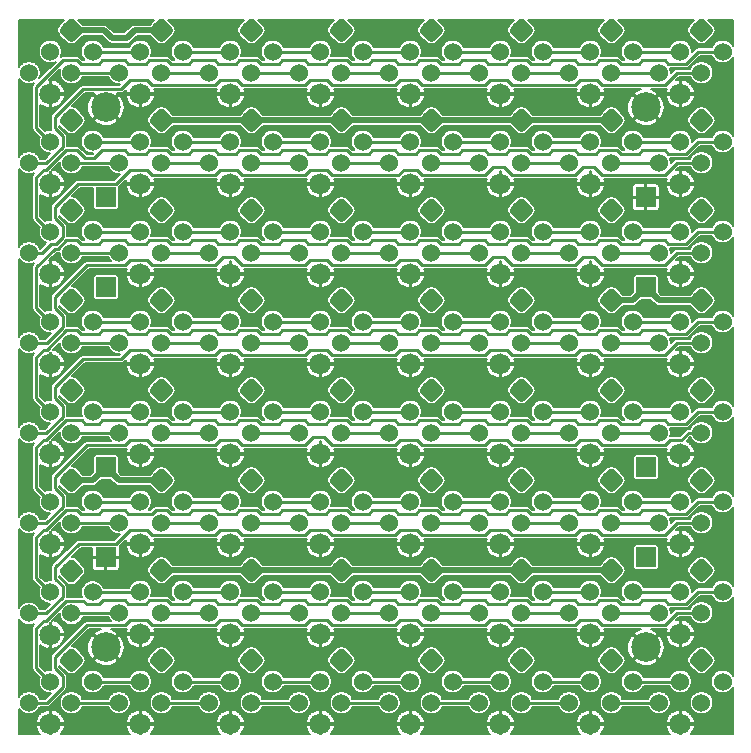
<source format=gbr>
G04 #@! TF.GenerationSoftware,KiCad,Pcbnew,(5.1.4)-1*
G04 #@! TF.CreationDate,2020-05-19T09:12:06+02:00*
G04 #@! TF.ProjectId,neonpixelmatrix,6e656f6e-7069-4786-956c-6d6174726978,rev?*
G04 #@! TF.SameCoordinates,Original*
G04 #@! TF.FileFunction,Copper,L2,Bot*
G04 #@! TF.FilePolarity,Positive*
%FSLAX46Y46*%
G04 Gerber Fmt 4.6, Leading zero omitted, Abs format (unit mm)*
G04 Created by KiCad (PCBNEW (5.1.4)-1) date 2020-05-19 09:12:06*
%MOMM*%
%LPD*%
G04 APERTURE LIST*
%ADD10C,1.524000*%
%ADD11C,1.800000*%
%ADD12C,0.127000*%
%ADD13C,1.600000*%
%ADD14C,2.500000*%
%ADD15R,1.700000X1.700000*%
%ADD16C,0.508000*%
%ADD17C,0.508000*%
%ADD18C,0.254000*%
%ADD19C,0.152400*%
G04 APERTURE END LIST*
D10*
X132234077Y-39741974D03*
X130438026Y-41538026D03*
D11*
X128641974Y-43334077D03*
D10*
X126845923Y-41538026D03*
X128641974Y-39741974D03*
D12*
G36*
X130477233Y-36982164D02*
G01*
X130516062Y-36987924D01*
X130554140Y-36997462D01*
X130591099Y-37010686D01*
X130626585Y-37027469D01*
X130660254Y-37047650D01*
X130691783Y-37071034D01*
X130720869Y-37097395D01*
X131286554Y-37663080D01*
X131312915Y-37692166D01*
X131336299Y-37723695D01*
X131356480Y-37757364D01*
X131373263Y-37792850D01*
X131386487Y-37829809D01*
X131396025Y-37867887D01*
X131401785Y-37906716D01*
X131403711Y-37945923D01*
X131401785Y-37985130D01*
X131396025Y-38023959D01*
X131386487Y-38062037D01*
X131373263Y-38098996D01*
X131356480Y-38134482D01*
X131336299Y-38168151D01*
X131312915Y-38199680D01*
X131286554Y-38228766D01*
X130720869Y-38794451D01*
X130691783Y-38820812D01*
X130660254Y-38844196D01*
X130626585Y-38864377D01*
X130591099Y-38881160D01*
X130554140Y-38894384D01*
X130516062Y-38903922D01*
X130477233Y-38909682D01*
X130438026Y-38911608D01*
X130398819Y-38909682D01*
X130359990Y-38903922D01*
X130321912Y-38894384D01*
X130284953Y-38881160D01*
X130249467Y-38864377D01*
X130215798Y-38844196D01*
X130184269Y-38820812D01*
X130155183Y-38794451D01*
X129589498Y-38228766D01*
X129563137Y-38199680D01*
X129539753Y-38168151D01*
X129519572Y-38134482D01*
X129502789Y-38098996D01*
X129489565Y-38062037D01*
X129480027Y-38023959D01*
X129474267Y-37985130D01*
X129472341Y-37945923D01*
X129474267Y-37906716D01*
X129480027Y-37867887D01*
X129489565Y-37829809D01*
X129502789Y-37792850D01*
X129519572Y-37757364D01*
X129539753Y-37723695D01*
X129563137Y-37692166D01*
X129589498Y-37663080D01*
X130155183Y-37097395D01*
X130184269Y-37071034D01*
X130215798Y-37047650D01*
X130249467Y-37027469D01*
X130284953Y-37010686D01*
X130321912Y-36997462D01*
X130359990Y-36987924D01*
X130398819Y-36982164D01*
X130438026Y-36980238D01*
X130477233Y-36982164D01*
X130477233Y-36982164D01*
G37*
D13*
X130438026Y-37945923D03*
D14*
X156210000Y-67310000D03*
X156210000Y-21590000D03*
X110490000Y-67310000D03*
X110490000Y-21590000D03*
D15*
X110490000Y-52070000D03*
X156210000Y-52070000D03*
X156210000Y-59690000D03*
X156210000Y-29210000D03*
X156210000Y-36830000D03*
X110490000Y-29210000D03*
X110490000Y-36830000D03*
X110490000Y-59690000D03*
D10*
X162714077Y-70221974D03*
X160918026Y-72018026D03*
D11*
X159121974Y-73814077D03*
D10*
X157325923Y-72018026D03*
X159121974Y-70221974D03*
D12*
G36*
X160957233Y-67462164D02*
G01*
X160996062Y-67467924D01*
X161034140Y-67477462D01*
X161071099Y-67490686D01*
X161106585Y-67507469D01*
X161140254Y-67527650D01*
X161171783Y-67551034D01*
X161200869Y-67577395D01*
X161766554Y-68143080D01*
X161792915Y-68172166D01*
X161816299Y-68203695D01*
X161836480Y-68237364D01*
X161853263Y-68272850D01*
X161866487Y-68309809D01*
X161876025Y-68347887D01*
X161881785Y-68386716D01*
X161883711Y-68425923D01*
X161881785Y-68465130D01*
X161876025Y-68503959D01*
X161866487Y-68542037D01*
X161853263Y-68578996D01*
X161836480Y-68614482D01*
X161816299Y-68648151D01*
X161792915Y-68679680D01*
X161766554Y-68708766D01*
X161200869Y-69274451D01*
X161171783Y-69300812D01*
X161140254Y-69324196D01*
X161106585Y-69344377D01*
X161071099Y-69361160D01*
X161034140Y-69374384D01*
X160996062Y-69383922D01*
X160957233Y-69389682D01*
X160918026Y-69391608D01*
X160878819Y-69389682D01*
X160839990Y-69383922D01*
X160801912Y-69374384D01*
X160764953Y-69361160D01*
X160729467Y-69344377D01*
X160695798Y-69324196D01*
X160664269Y-69300812D01*
X160635183Y-69274451D01*
X160069498Y-68708766D01*
X160043137Y-68679680D01*
X160019753Y-68648151D01*
X159999572Y-68614482D01*
X159982789Y-68578996D01*
X159969565Y-68542037D01*
X159960027Y-68503959D01*
X159954267Y-68465130D01*
X159952341Y-68425923D01*
X159954267Y-68386716D01*
X159960027Y-68347887D01*
X159969565Y-68309809D01*
X159982789Y-68272850D01*
X159999572Y-68237364D01*
X160019753Y-68203695D01*
X160043137Y-68172166D01*
X160069498Y-68143080D01*
X160635183Y-67577395D01*
X160664269Y-67551034D01*
X160695798Y-67527650D01*
X160729467Y-67507469D01*
X160764953Y-67490686D01*
X160801912Y-67477462D01*
X160839990Y-67467924D01*
X160878819Y-67462164D01*
X160918026Y-67460238D01*
X160957233Y-67462164D01*
X160957233Y-67462164D01*
G37*
D13*
X160918026Y-68425923D03*
D10*
X155094077Y-70221974D03*
X153298026Y-72018026D03*
D11*
X151501974Y-73814077D03*
D10*
X149705923Y-72018026D03*
X151501974Y-70221974D03*
D12*
G36*
X153337233Y-67462164D02*
G01*
X153376062Y-67467924D01*
X153414140Y-67477462D01*
X153451099Y-67490686D01*
X153486585Y-67507469D01*
X153520254Y-67527650D01*
X153551783Y-67551034D01*
X153580869Y-67577395D01*
X154146554Y-68143080D01*
X154172915Y-68172166D01*
X154196299Y-68203695D01*
X154216480Y-68237364D01*
X154233263Y-68272850D01*
X154246487Y-68309809D01*
X154256025Y-68347887D01*
X154261785Y-68386716D01*
X154263711Y-68425923D01*
X154261785Y-68465130D01*
X154256025Y-68503959D01*
X154246487Y-68542037D01*
X154233263Y-68578996D01*
X154216480Y-68614482D01*
X154196299Y-68648151D01*
X154172915Y-68679680D01*
X154146554Y-68708766D01*
X153580869Y-69274451D01*
X153551783Y-69300812D01*
X153520254Y-69324196D01*
X153486585Y-69344377D01*
X153451099Y-69361160D01*
X153414140Y-69374384D01*
X153376062Y-69383922D01*
X153337233Y-69389682D01*
X153298026Y-69391608D01*
X153258819Y-69389682D01*
X153219990Y-69383922D01*
X153181912Y-69374384D01*
X153144953Y-69361160D01*
X153109467Y-69344377D01*
X153075798Y-69324196D01*
X153044269Y-69300812D01*
X153015183Y-69274451D01*
X152449498Y-68708766D01*
X152423137Y-68679680D01*
X152399753Y-68648151D01*
X152379572Y-68614482D01*
X152362789Y-68578996D01*
X152349565Y-68542037D01*
X152340027Y-68503959D01*
X152334267Y-68465130D01*
X152332341Y-68425923D01*
X152334267Y-68386716D01*
X152340027Y-68347887D01*
X152349565Y-68309809D01*
X152362789Y-68272850D01*
X152379572Y-68237364D01*
X152399753Y-68203695D01*
X152423137Y-68172166D01*
X152449498Y-68143080D01*
X153015183Y-67577395D01*
X153044269Y-67551034D01*
X153075798Y-67527650D01*
X153109467Y-67507469D01*
X153144953Y-67490686D01*
X153181912Y-67477462D01*
X153219990Y-67467924D01*
X153258819Y-67462164D01*
X153298026Y-67460238D01*
X153337233Y-67462164D01*
X153337233Y-67462164D01*
G37*
D13*
X153298026Y-68425923D03*
D10*
X147474077Y-70221974D03*
X145678026Y-72018026D03*
D11*
X143881974Y-73814077D03*
D10*
X142085923Y-72018026D03*
X143881974Y-70221974D03*
D12*
G36*
X145717233Y-67462164D02*
G01*
X145756062Y-67467924D01*
X145794140Y-67477462D01*
X145831099Y-67490686D01*
X145866585Y-67507469D01*
X145900254Y-67527650D01*
X145931783Y-67551034D01*
X145960869Y-67577395D01*
X146526554Y-68143080D01*
X146552915Y-68172166D01*
X146576299Y-68203695D01*
X146596480Y-68237364D01*
X146613263Y-68272850D01*
X146626487Y-68309809D01*
X146636025Y-68347887D01*
X146641785Y-68386716D01*
X146643711Y-68425923D01*
X146641785Y-68465130D01*
X146636025Y-68503959D01*
X146626487Y-68542037D01*
X146613263Y-68578996D01*
X146596480Y-68614482D01*
X146576299Y-68648151D01*
X146552915Y-68679680D01*
X146526554Y-68708766D01*
X145960869Y-69274451D01*
X145931783Y-69300812D01*
X145900254Y-69324196D01*
X145866585Y-69344377D01*
X145831099Y-69361160D01*
X145794140Y-69374384D01*
X145756062Y-69383922D01*
X145717233Y-69389682D01*
X145678026Y-69391608D01*
X145638819Y-69389682D01*
X145599990Y-69383922D01*
X145561912Y-69374384D01*
X145524953Y-69361160D01*
X145489467Y-69344377D01*
X145455798Y-69324196D01*
X145424269Y-69300812D01*
X145395183Y-69274451D01*
X144829498Y-68708766D01*
X144803137Y-68679680D01*
X144779753Y-68648151D01*
X144759572Y-68614482D01*
X144742789Y-68578996D01*
X144729565Y-68542037D01*
X144720027Y-68503959D01*
X144714267Y-68465130D01*
X144712341Y-68425923D01*
X144714267Y-68386716D01*
X144720027Y-68347887D01*
X144729565Y-68309809D01*
X144742789Y-68272850D01*
X144759572Y-68237364D01*
X144779753Y-68203695D01*
X144803137Y-68172166D01*
X144829498Y-68143080D01*
X145395183Y-67577395D01*
X145424269Y-67551034D01*
X145455798Y-67527650D01*
X145489467Y-67507469D01*
X145524953Y-67490686D01*
X145561912Y-67477462D01*
X145599990Y-67467924D01*
X145638819Y-67462164D01*
X145678026Y-67460238D01*
X145717233Y-67462164D01*
X145717233Y-67462164D01*
G37*
D13*
X145678026Y-68425923D03*
D10*
X139854077Y-70221974D03*
X138058026Y-72018026D03*
D11*
X136261974Y-73814077D03*
D10*
X134465923Y-72018026D03*
X136261974Y-70221974D03*
D12*
G36*
X138097233Y-67462164D02*
G01*
X138136062Y-67467924D01*
X138174140Y-67477462D01*
X138211099Y-67490686D01*
X138246585Y-67507469D01*
X138280254Y-67527650D01*
X138311783Y-67551034D01*
X138340869Y-67577395D01*
X138906554Y-68143080D01*
X138932915Y-68172166D01*
X138956299Y-68203695D01*
X138976480Y-68237364D01*
X138993263Y-68272850D01*
X139006487Y-68309809D01*
X139016025Y-68347887D01*
X139021785Y-68386716D01*
X139023711Y-68425923D01*
X139021785Y-68465130D01*
X139016025Y-68503959D01*
X139006487Y-68542037D01*
X138993263Y-68578996D01*
X138976480Y-68614482D01*
X138956299Y-68648151D01*
X138932915Y-68679680D01*
X138906554Y-68708766D01*
X138340869Y-69274451D01*
X138311783Y-69300812D01*
X138280254Y-69324196D01*
X138246585Y-69344377D01*
X138211099Y-69361160D01*
X138174140Y-69374384D01*
X138136062Y-69383922D01*
X138097233Y-69389682D01*
X138058026Y-69391608D01*
X138018819Y-69389682D01*
X137979990Y-69383922D01*
X137941912Y-69374384D01*
X137904953Y-69361160D01*
X137869467Y-69344377D01*
X137835798Y-69324196D01*
X137804269Y-69300812D01*
X137775183Y-69274451D01*
X137209498Y-68708766D01*
X137183137Y-68679680D01*
X137159753Y-68648151D01*
X137139572Y-68614482D01*
X137122789Y-68578996D01*
X137109565Y-68542037D01*
X137100027Y-68503959D01*
X137094267Y-68465130D01*
X137092341Y-68425923D01*
X137094267Y-68386716D01*
X137100027Y-68347887D01*
X137109565Y-68309809D01*
X137122789Y-68272850D01*
X137139572Y-68237364D01*
X137159753Y-68203695D01*
X137183137Y-68172166D01*
X137209498Y-68143080D01*
X137775183Y-67577395D01*
X137804269Y-67551034D01*
X137835798Y-67527650D01*
X137869467Y-67507469D01*
X137904953Y-67490686D01*
X137941912Y-67477462D01*
X137979990Y-67467924D01*
X138018819Y-67462164D01*
X138058026Y-67460238D01*
X138097233Y-67462164D01*
X138097233Y-67462164D01*
G37*
D13*
X138058026Y-68425923D03*
D10*
X132234077Y-70221974D03*
X130438026Y-72018026D03*
D11*
X128641974Y-73814077D03*
D10*
X126845923Y-72018026D03*
X128641974Y-70221974D03*
D12*
G36*
X130477233Y-67462164D02*
G01*
X130516062Y-67467924D01*
X130554140Y-67477462D01*
X130591099Y-67490686D01*
X130626585Y-67507469D01*
X130660254Y-67527650D01*
X130691783Y-67551034D01*
X130720869Y-67577395D01*
X131286554Y-68143080D01*
X131312915Y-68172166D01*
X131336299Y-68203695D01*
X131356480Y-68237364D01*
X131373263Y-68272850D01*
X131386487Y-68309809D01*
X131396025Y-68347887D01*
X131401785Y-68386716D01*
X131403711Y-68425923D01*
X131401785Y-68465130D01*
X131396025Y-68503959D01*
X131386487Y-68542037D01*
X131373263Y-68578996D01*
X131356480Y-68614482D01*
X131336299Y-68648151D01*
X131312915Y-68679680D01*
X131286554Y-68708766D01*
X130720869Y-69274451D01*
X130691783Y-69300812D01*
X130660254Y-69324196D01*
X130626585Y-69344377D01*
X130591099Y-69361160D01*
X130554140Y-69374384D01*
X130516062Y-69383922D01*
X130477233Y-69389682D01*
X130438026Y-69391608D01*
X130398819Y-69389682D01*
X130359990Y-69383922D01*
X130321912Y-69374384D01*
X130284953Y-69361160D01*
X130249467Y-69344377D01*
X130215798Y-69324196D01*
X130184269Y-69300812D01*
X130155183Y-69274451D01*
X129589498Y-68708766D01*
X129563137Y-68679680D01*
X129539753Y-68648151D01*
X129519572Y-68614482D01*
X129502789Y-68578996D01*
X129489565Y-68542037D01*
X129480027Y-68503959D01*
X129474267Y-68465130D01*
X129472341Y-68425923D01*
X129474267Y-68386716D01*
X129480027Y-68347887D01*
X129489565Y-68309809D01*
X129502789Y-68272850D01*
X129519572Y-68237364D01*
X129539753Y-68203695D01*
X129563137Y-68172166D01*
X129589498Y-68143080D01*
X130155183Y-67577395D01*
X130184269Y-67551034D01*
X130215798Y-67527650D01*
X130249467Y-67507469D01*
X130284953Y-67490686D01*
X130321912Y-67477462D01*
X130359990Y-67467924D01*
X130398819Y-67462164D01*
X130438026Y-67460238D01*
X130477233Y-67462164D01*
X130477233Y-67462164D01*
G37*
D13*
X130438026Y-68425923D03*
D10*
X124614077Y-70221974D03*
X122818026Y-72018026D03*
D11*
X121021974Y-73814077D03*
D10*
X119225923Y-72018026D03*
X121021974Y-70221974D03*
D12*
G36*
X122857233Y-67462164D02*
G01*
X122896062Y-67467924D01*
X122934140Y-67477462D01*
X122971099Y-67490686D01*
X123006585Y-67507469D01*
X123040254Y-67527650D01*
X123071783Y-67551034D01*
X123100869Y-67577395D01*
X123666554Y-68143080D01*
X123692915Y-68172166D01*
X123716299Y-68203695D01*
X123736480Y-68237364D01*
X123753263Y-68272850D01*
X123766487Y-68309809D01*
X123776025Y-68347887D01*
X123781785Y-68386716D01*
X123783711Y-68425923D01*
X123781785Y-68465130D01*
X123776025Y-68503959D01*
X123766487Y-68542037D01*
X123753263Y-68578996D01*
X123736480Y-68614482D01*
X123716299Y-68648151D01*
X123692915Y-68679680D01*
X123666554Y-68708766D01*
X123100869Y-69274451D01*
X123071783Y-69300812D01*
X123040254Y-69324196D01*
X123006585Y-69344377D01*
X122971099Y-69361160D01*
X122934140Y-69374384D01*
X122896062Y-69383922D01*
X122857233Y-69389682D01*
X122818026Y-69391608D01*
X122778819Y-69389682D01*
X122739990Y-69383922D01*
X122701912Y-69374384D01*
X122664953Y-69361160D01*
X122629467Y-69344377D01*
X122595798Y-69324196D01*
X122564269Y-69300812D01*
X122535183Y-69274451D01*
X121969498Y-68708766D01*
X121943137Y-68679680D01*
X121919753Y-68648151D01*
X121899572Y-68614482D01*
X121882789Y-68578996D01*
X121869565Y-68542037D01*
X121860027Y-68503959D01*
X121854267Y-68465130D01*
X121852341Y-68425923D01*
X121854267Y-68386716D01*
X121860027Y-68347887D01*
X121869565Y-68309809D01*
X121882789Y-68272850D01*
X121899572Y-68237364D01*
X121919753Y-68203695D01*
X121943137Y-68172166D01*
X121969498Y-68143080D01*
X122535183Y-67577395D01*
X122564269Y-67551034D01*
X122595798Y-67527650D01*
X122629467Y-67507469D01*
X122664953Y-67490686D01*
X122701912Y-67477462D01*
X122739990Y-67467924D01*
X122778819Y-67462164D01*
X122818026Y-67460238D01*
X122857233Y-67462164D01*
X122857233Y-67462164D01*
G37*
D13*
X122818026Y-68425923D03*
D10*
X116994077Y-70221974D03*
X115198026Y-72018026D03*
D11*
X113401974Y-73814077D03*
D10*
X111605923Y-72018026D03*
X113401974Y-70221974D03*
D12*
G36*
X115237233Y-67462164D02*
G01*
X115276062Y-67467924D01*
X115314140Y-67477462D01*
X115351099Y-67490686D01*
X115386585Y-67507469D01*
X115420254Y-67527650D01*
X115451783Y-67551034D01*
X115480869Y-67577395D01*
X116046554Y-68143080D01*
X116072915Y-68172166D01*
X116096299Y-68203695D01*
X116116480Y-68237364D01*
X116133263Y-68272850D01*
X116146487Y-68309809D01*
X116156025Y-68347887D01*
X116161785Y-68386716D01*
X116163711Y-68425923D01*
X116161785Y-68465130D01*
X116156025Y-68503959D01*
X116146487Y-68542037D01*
X116133263Y-68578996D01*
X116116480Y-68614482D01*
X116096299Y-68648151D01*
X116072915Y-68679680D01*
X116046554Y-68708766D01*
X115480869Y-69274451D01*
X115451783Y-69300812D01*
X115420254Y-69324196D01*
X115386585Y-69344377D01*
X115351099Y-69361160D01*
X115314140Y-69374384D01*
X115276062Y-69383922D01*
X115237233Y-69389682D01*
X115198026Y-69391608D01*
X115158819Y-69389682D01*
X115119990Y-69383922D01*
X115081912Y-69374384D01*
X115044953Y-69361160D01*
X115009467Y-69344377D01*
X114975798Y-69324196D01*
X114944269Y-69300812D01*
X114915183Y-69274451D01*
X114349498Y-68708766D01*
X114323137Y-68679680D01*
X114299753Y-68648151D01*
X114279572Y-68614482D01*
X114262789Y-68578996D01*
X114249565Y-68542037D01*
X114240027Y-68503959D01*
X114234267Y-68465130D01*
X114232341Y-68425923D01*
X114234267Y-68386716D01*
X114240027Y-68347887D01*
X114249565Y-68309809D01*
X114262789Y-68272850D01*
X114279572Y-68237364D01*
X114299753Y-68203695D01*
X114323137Y-68172166D01*
X114349498Y-68143080D01*
X114915183Y-67577395D01*
X114944269Y-67551034D01*
X114975798Y-67527650D01*
X115009467Y-67507469D01*
X115044953Y-67490686D01*
X115081912Y-67477462D01*
X115119990Y-67467924D01*
X115158819Y-67462164D01*
X115198026Y-67460238D01*
X115237233Y-67462164D01*
X115237233Y-67462164D01*
G37*
D13*
X115198026Y-68425923D03*
D10*
X109374077Y-70221974D03*
X107578026Y-72018026D03*
D11*
X105781974Y-73814077D03*
D10*
X103985923Y-72018026D03*
X105781974Y-70221974D03*
D12*
G36*
X107617233Y-67462164D02*
G01*
X107656062Y-67467924D01*
X107694140Y-67477462D01*
X107731099Y-67490686D01*
X107766585Y-67507469D01*
X107800254Y-67527650D01*
X107831783Y-67551034D01*
X107860869Y-67577395D01*
X108426554Y-68143080D01*
X108452915Y-68172166D01*
X108476299Y-68203695D01*
X108496480Y-68237364D01*
X108513263Y-68272850D01*
X108526487Y-68309809D01*
X108536025Y-68347887D01*
X108541785Y-68386716D01*
X108543711Y-68425923D01*
X108541785Y-68465130D01*
X108536025Y-68503959D01*
X108526487Y-68542037D01*
X108513263Y-68578996D01*
X108496480Y-68614482D01*
X108476299Y-68648151D01*
X108452915Y-68679680D01*
X108426554Y-68708766D01*
X107860869Y-69274451D01*
X107831783Y-69300812D01*
X107800254Y-69324196D01*
X107766585Y-69344377D01*
X107731099Y-69361160D01*
X107694140Y-69374384D01*
X107656062Y-69383922D01*
X107617233Y-69389682D01*
X107578026Y-69391608D01*
X107538819Y-69389682D01*
X107499990Y-69383922D01*
X107461912Y-69374384D01*
X107424953Y-69361160D01*
X107389467Y-69344377D01*
X107355798Y-69324196D01*
X107324269Y-69300812D01*
X107295183Y-69274451D01*
X106729498Y-68708766D01*
X106703137Y-68679680D01*
X106679753Y-68648151D01*
X106659572Y-68614482D01*
X106642789Y-68578996D01*
X106629565Y-68542037D01*
X106620027Y-68503959D01*
X106614267Y-68465130D01*
X106612341Y-68425923D01*
X106614267Y-68386716D01*
X106620027Y-68347887D01*
X106629565Y-68309809D01*
X106642789Y-68272850D01*
X106659572Y-68237364D01*
X106679753Y-68203695D01*
X106703137Y-68172166D01*
X106729498Y-68143080D01*
X107295183Y-67577395D01*
X107324269Y-67551034D01*
X107355798Y-67527650D01*
X107389467Y-67507469D01*
X107424953Y-67490686D01*
X107461912Y-67477462D01*
X107499990Y-67467924D01*
X107538819Y-67462164D01*
X107578026Y-67460238D01*
X107617233Y-67462164D01*
X107617233Y-67462164D01*
G37*
D13*
X107578026Y-68425923D03*
D10*
X162714077Y-62601974D03*
X160918026Y-64398026D03*
D11*
X159121974Y-66194077D03*
D10*
X157325923Y-64398026D03*
X159121974Y-62601974D03*
D12*
G36*
X160957233Y-59842164D02*
G01*
X160996062Y-59847924D01*
X161034140Y-59857462D01*
X161071099Y-59870686D01*
X161106585Y-59887469D01*
X161140254Y-59907650D01*
X161171783Y-59931034D01*
X161200869Y-59957395D01*
X161766554Y-60523080D01*
X161792915Y-60552166D01*
X161816299Y-60583695D01*
X161836480Y-60617364D01*
X161853263Y-60652850D01*
X161866487Y-60689809D01*
X161876025Y-60727887D01*
X161881785Y-60766716D01*
X161883711Y-60805923D01*
X161881785Y-60845130D01*
X161876025Y-60883959D01*
X161866487Y-60922037D01*
X161853263Y-60958996D01*
X161836480Y-60994482D01*
X161816299Y-61028151D01*
X161792915Y-61059680D01*
X161766554Y-61088766D01*
X161200869Y-61654451D01*
X161171783Y-61680812D01*
X161140254Y-61704196D01*
X161106585Y-61724377D01*
X161071099Y-61741160D01*
X161034140Y-61754384D01*
X160996062Y-61763922D01*
X160957233Y-61769682D01*
X160918026Y-61771608D01*
X160878819Y-61769682D01*
X160839990Y-61763922D01*
X160801912Y-61754384D01*
X160764953Y-61741160D01*
X160729467Y-61724377D01*
X160695798Y-61704196D01*
X160664269Y-61680812D01*
X160635183Y-61654451D01*
X160069498Y-61088766D01*
X160043137Y-61059680D01*
X160019753Y-61028151D01*
X159999572Y-60994482D01*
X159982789Y-60958996D01*
X159969565Y-60922037D01*
X159960027Y-60883959D01*
X159954267Y-60845130D01*
X159952341Y-60805923D01*
X159954267Y-60766716D01*
X159960027Y-60727887D01*
X159969565Y-60689809D01*
X159982789Y-60652850D01*
X159999572Y-60617364D01*
X160019753Y-60583695D01*
X160043137Y-60552166D01*
X160069498Y-60523080D01*
X160635183Y-59957395D01*
X160664269Y-59931034D01*
X160695798Y-59907650D01*
X160729467Y-59887469D01*
X160764953Y-59870686D01*
X160801912Y-59857462D01*
X160839990Y-59847924D01*
X160878819Y-59842164D01*
X160918026Y-59840238D01*
X160957233Y-59842164D01*
X160957233Y-59842164D01*
G37*
D13*
X160918026Y-60805923D03*
D10*
X155094077Y-62601974D03*
X153298026Y-64398026D03*
D11*
X151501974Y-66194077D03*
D10*
X149705923Y-64398026D03*
X151501974Y-62601974D03*
D12*
G36*
X153337233Y-59842164D02*
G01*
X153376062Y-59847924D01*
X153414140Y-59857462D01*
X153451099Y-59870686D01*
X153486585Y-59887469D01*
X153520254Y-59907650D01*
X153551783Y-59931034D01*
X153580869Y-59957395D01*
X154146554Y-60523080D01*
X154172915Y-60552166D01*
X154196299Y-60583695D01*
X154216480Y-60617364D01*
X154233263Y-60652850D01*
X154246487Y-60689809D01*
X154256025Y-60727887D01*
X154261785Y-60766716D01*
X154263711Y-60805923D01*
X154261785Y-60845130D01*
X154256025Y-60883959D01*
X154246487Y-60922037D01*
X154233263Y-60958996D01*
X154216480Y-60994482D01*
X154196299Y-61028151D01*
X154172915Y-61059680D01*
X154146554Y-61088766D01*
X153580869Y-61654451D01*
X153551783Y-61680812D01*
X153520254Y-61704196D01*
X153486585Y-61724377D01*
X153451099Y-61741160D01*
X153414140Y-61754384D01*
X153376062Y-61763922D01*
X153337233Y-61769682D01*
X153298026Y-61771608D01*
X153258819Y-61769682D01*
X153219990Y-61763922D01*
X153181912Y-61754384D01*
X153144953Y-61741160D01*
X153109467Y-61724377D01*
X153075798Y-61704196D01*
X153044269Y-61680812D01*
X153015183Y-61654451D01*
X152449498Y-61088766D01*
X152423137Y-61059680D01*
X152399753Y-61028151D01*
X152379572Y-60994482D01*
X152362789Y-60958996D01*
X152349565Y-60922037D01*
X152340027Y-60883959D01*
X152334267Y-60845130D01*
X152332341Y-60805923D01*
X152334267Y-60766716D01*
X152340027Y-60727887D01*
X152349565Y-60689809D01*
X152362789Y-60652850D01*
X152379572Y-60617364D01*
X152399753Y-60583695D01*
X152423137Y-60552166D01*
X152449498Y-60523080D01*
X153015183Y-59957395D01*
X153044269Y-59931034D01*
X153075798Y-59907650D01*
X153109467Y-59887469D01*
X153144953Y-59870686D01*
X153181912Y-59857462D01*
X153219990Y-59847924D01*
X153258819Y-59842164D01*
X153298026Y-59840238D01*
X153337233Y-59842164D01*
X153337233Y-59842164D01*
G37*
D13*
X153298026Y-60805923D03*
D10*
X147474077Y-62601974D03*
X145678026Y-64398026D03*
D11*
X143881974Y-66194077D03*
D10*
X142085923Y-64398026D03*
X143881974Y-62601974D03*
D12*
G36*
X145717233Y-59842164D02*
G01*
X145756062Y-59847924D01*
X145794140Y-59857462D01*
X145831099Y-59870686D01*
X145866585Y-59887469D01*
X145900254Y-59907650D01*
X145931783Y-59931034D01*
X145960869Y-59957395D01*
X146526554Y-60523080D01*
X146552915Y-60552166D01*
X146576299Y-60583695D01*
X146596480Y-60617364D01*
X146613263Y-60652850D01*
X146626487Y-60689809D01*
X146636025Y-60727887D01*
X146641785Y-60766716D01*
X146643711Y-60805923D01*
X146641785Y-60845130D01*
X146636025Y-60883959D01*
X146626487Y-60922037D01*
X146613263Y-60958996D01*
X146596480Y-60994482D01*
X146576299Y-61028151D01*
X146552915Y-61059680D01*
X146526554Y-61088766D01*
X145960869Y-61654451D01*
X145931783Y-61680812D01*
X145900254Y-61704196D01*
X145866585Y-61724377D01*
X145831099Y-61741160D01*
X145794140Y-61754384D01*
X145756062Y-61763922D01*
X145717233Y-61769682D01*
X145678026Y-61771608D01*
X145638819Y-61769682D01*
X145599990Y-61763922D01*
X145561912Y-61754384D01*
X145524953Y-61741160D01*
X145489467Y-61724377D01*
X145455798Y-61704196D01*
X145424269Y-61680812D01*
X145395183Y-61654451D01*
X144829498Y-61088766D01*
X144803137Y-61059680D01*
X144779753Y-61028151D01*
X144759572Y-60994482D01*
X144742789Y-60958996D01*
X144729565Y-60922037D01*
X144720027Y-60883959D01*
X144714267Y-60845130D01*
X144712341Y-60805923D01*
X144714267Y-60766716D01*
X144720027Y-60727887D01*
X144729565Y-60689809D01*
X144742789Y-60652850D01*
X144759572Y-60617364D01*
X144779753Y-60583695D01*
X144803137Y-60552166D01*
X144829498Y-60523080D01*
X145395183Y-59957395D01*
X145424269Y-59931034D01*
X145455798Y-59907650D01*
X145489467Y-59887469D01*
X145524953Y-59870686D01*
X145561912Y-59857462D01*
X145599990Y-59847924D01*
X145638819Y-59842164D01*
X145678026Y-59840238D01*
X145717233Y-59842164D01*
X145717233Y-59842164D01*
G37*
D13*
X145678026Y-60805923D03*
D10*
X139854077Y-62601974D03*
X138058026Y-64398026D03*
D11*
X136261974Y-66194077D03*
D10*
X134465923Y-64398026D03*
X136261974Y-62601974D03*
D12*
G36*
X138097233Y-59842164D02*
G01*
X138136062Y-59847924D01*
X138174140Y-59857462D01*
X138211099Y-59870686D01*
X138246585Y-59887469D01*
X138280254Y-59907650D01*
X138311783Y-59931034D01*
X138340869Y-59957395D01*
X138906554Y-60523080D01*
X138932915Y-60552166D01*
X138956299Y-60583695D01*
X138976480Y-60617364D01*
X138993263Y-60652850D01*
X139006487Y-60689809D01*
X139016025Y-60727887D01*
X139021785Y-60766716D01*
X139023711Y-60805923D01*
X139021785Y-60845130D01*
X139016025Y-60883959D01*
X139006487Y-60922037D01*
X138993263Y-60958996D01*
X138976480Y-60994482D01*
X138956299Y-61028151D01*
X138932915Y-61059680D01*
X138906554Y-61088766D01*
X138340869Y-61654451D01*
X138311783Y-61680812D01*
X138280254Y-61704196D01*
X138246585Y-61724377D01*
X138211099Y-61741160D01*
X138174140Y-61754384D01*
X138136062Y-61763922D01*
X138097233Y-61769682D01*
X138058026Y-61771608D01*
X138018819Y-61769682D01*
X137979990Y-61763922D01*
X137941912Y-61754384D01*
X137904953Y-61741160D01*
X137869467Y-61724377D01*
X137835798Y-61704196D01*
X137804269Y-61680812D01*
X137775183Y-61654451D01*
X137209498Y-61088766D01*
X137183137Y-61059680D01*
X137159753Y-61028151D01*
X137139572Y-60994482D01*
X137122789Y-60958996D01*
X137109565Y-60922037D01*
X137100027Y-60883959D01*
X137094267Y-60845130D01*
X137092341Y-60805923D01*
X137094267Y-60766716D01*
X137100027Y-60727887D01*
X137109565Y-60689809D01*
X137122789Y-60652850D01*
X137139572Y-60617364D01*
X137159753Y-60583695D01*
X137183137Y-60552166D01*
X137209498Y-60523080D01*
X137775183Y-59957395D01*
X137804269Y-59931034D01*
X137835798Y-59907650D01*
X137869467Y-59887469D01*
X137904953Y-59870686D01*
X137941912Y-59857462D01*
X137979990Y-59847924D01*
X138018819Y-59842164D01*
X138058026Y-59840238D01*
X138097233Y-59842164D01*
X138097233Y-59842164D01*
G37*
D13*
X138058026Y-60805923D03*
D10*
X132234077Y-62601974D03*
X130438026Y-64398026D03*
D11*
X128641974Y-66194077D03*
D10*
X126845923Y-64398026D03*
X128641974Y-62601974D03*
D12*
G36*
X130477233Y-59842164D02*
G01*
X130516062Y-59847924D01*
X130554140Y-59857462D01*
X130591099Y-59870686D01*
X130626585Y-59887469D01*
X130660254Y-59907650D01*
X130691783Y-59931034D01*
X130720869Y-59957395D01*
X131286554Y-60523080D01*
X131312915Y-60552166D01*
X131336299Y-60583695D01*
X131356480Y-60617364D01*
X131373263Y-60652850D01*
X131386487Y-60689809D01*
X131396025Y-60727887D01*
X131401785Y-60766716D01*
X131403711Y-60805923D01*
X131401785Y-60845130D01*
X131396025Y-60883959D01*
X131386487Y-60922037D01*
X131373263Y-60958996D01*
X131356480Y-60994482D01*
X131336299Y-61028151D01*
X131312915Y-61059680D01*
X131286554Y-61088766D01*
X130720869Y-61654451D01*
X130691783Y-61680812D01*
X130660254Y-61704196D01*
X130626585Y-61724377D01*
X130591099Y-61741160D01*
X130554140Y-61754384D01*
X130516062Y-61763922D01*
X130477233Y-61769682D01*
X130438026Y-61771608D01*
X130398819Y-61769682D01*
X130359990Y-61763922D01*
X130321912Y-61754384D01*
X130284953Y-61741160D01*
X130249467Y-61724377D01*
X130215798Y-61704196D01*
X130184269Y-61680812D01*
X130155183Y-61654451D01*
X129589498Y-61088766D01*
X129563137Y-61059680D01*
X129539753Y-61028151D01*
X129519572Y-60994482D01*
X129502789Y-60958996D01*
X129489565Y-60922037D01*
X129480027Y-60883959D01*
X129474267Y-60845130D01*
X129472341Y-60805923D01*
X129474267Y-60766716D01*
X129480027Y-60727887D01*
X129489565Y-60689809D01*
X129502789Y-60652850D01*
X129519572Y-60617364D01*
X129539753Y-60583695D01*
X129563137Y-60552166D01*
X129589498Y-60523080D01*
X130155183Y-59957395D01*
X130184269Y-59931034D01*
X130215798Y-59907650D01*
X130249467Y-59887469D01*
X130284953Y-59870686D01*
X130321912Y-59857462D01*
X130359990Y-59847924D01*
X130398819Y-59842164D01*
X130438026Y-59840238D01*
X130477233Y-59842164D01*
X130477233Y-59842164D01*
G37*
D13*
X130438026Y-60805923D03*
D10*
X124614077Y-62601974D03*
X122818026Y-64398026D03*
D11*
X121021974Y-66194077D03*
D10*
X119225923Y-64398026D03*
X121021974Y-62601974D03*
D12*
G36*
X122857233Y-59842164D02*
G01*
X122896062Y-59847924D01*
X122934140Y-59857462D01*
X122971099Y-59870686D01*
X123006585Y-59887469D01*
X123040254Y-59907650D01*
X123071783Y-59931034D01*
X123100869Y-59957395D01*
X123666554Y-60523080D01*
X123692915Y-60552166D01*
X123716299Y-60583695D01*
X123736480Y-60617364D01*
X123753263Y-60652850D01*
X123766487Y-60689809D01*
X123776025Y-60727887D01*
X123781785Y-60766716D01*
X123783711Y-60805923D01*
X123781785Y-60845130D01*
X123776025Y-60883959D01*
X123766487Y-60922037D01*
X123753263Y-60958996D01*
X123736480Y-60994482D01*
X123716299Y-61028151D01*
X123692915Y-61059680D01*
X123666554Y-61088766D01*
X123100869Y-61654451D01*
X123071783Y-61680812D01*
X123040254Y-61704196D01*
X123006585Y-61724377D01*
X122971099Y-61741160D01*
X122934140Y-61754384D01*
X122896062Y-61763922D01*
X122857233Y-61769682D01*
X122818026Y-61771608D01*
X122778819Y-61769682D01*
X122739990Y-61763922D01*
X122701912Y-61754384D01*
X122664953Y-61741160D01*
X122629467Y-61724377D01*
X122595798Y-61704196D01*
X122564269Y-61680812D01*
X122535183Y-61654451D01*
X121969498Y-61088766D01*
X121943137Y-61059680D01*
X121919753Y-61028151D01*
X121899572Y-60994482D01*
X121882789Y-60958996D01*
X121869565Y-60922037D01*
X121860027Y-60883959D01*
X121854267Y-60845130D01*
X121852341Y-60805923D01*
X121854267Y-60766716D01*
X121860027Y-60727887D01*
X121869565Y-60689809D01*
X121882789Y-60652850D01*
X121899572Y-60617364D01*
X121919753Y-60583695D01*
X121943137Y-60552166D01*
X121969498Y-60523080D01*
X122535183Y-59957395D01*
X122564269Y-59931034D01*
X122595798Y-59907650D01*
X122629467Y-59887469D01*
X122664953Y-59870686D01*
X122701912Y-59857462D01*
X122739990Y-59847924D01*
X122778819Y-59842164D01*
X122818026Y-59840238D01*
X122857233Y-59842164D01*
X122857233Y-59842164D01*
G37*
D13*
X122818026Y-60805923D03*
D10*
X116994077Y-62601974D03*
X115198026Y-64398026D03*
D11*
X113401974Y-66194077D03*
D10*
X111605923Y-64398026D03*
X113401974Y-62601974D03*
D12*
G36*
X115237233Y-59842164D02*
G01*
X115276062Y-59847924D01*
X115314140Y-59857462D01*
X115351099Y-59870686D01*
X115386585Y-59887469D01*
X115420254Y-59907650D01*
X115451783Y-59931034D01*
X115480869Y-59957395D01*
X116046554Y-60523080D01*
X116072915Y-60552166D01*
X116096299Y-60583695D01*
X116116480Y-60617364D01*
X116133263Y-60652850D01*
X116146487Y-60689809D01*
X116156025Y-60727887D01*
X116161785Y-60766716D01*
X116163711Y-60805923D01*
X116161785Y-60845130D01*
X116156025Y-60883959D01*
X116146487Y-60922037D01*
X116133263Y-60958996D01*
X116116480Y-60994482D01*
X116096299Y-61028151D01*
X116072915Y-61059680D01*
X116046554Y-61088766D01*
X115480869Y-61654451D01*
X115451783Y-61680812D01*
X115420254Y-61704196D01*
X115386585Y-61724377D01*
X115351099Y-61741160D01*
X115314140Y-61754384D01*
X115276062Y-61763922D01*
X115237233Y-61769682D01*
X115198026Y-61771608D01*
X115158819Y-61769682D01*
X115119990Y-61763922D01*
X115081912Y-61754384D01*
X115044953Y-61741160D01*
X115009467Y-61724377D01*
X114975798Y-61704196D01*
X114944269Y-61680812D01*
X114915183Y-61654451D01*
X114349498Y-61088766D01*
X114323137Y-61059680D01*
X114299753Y-61028151D01*
X114279572Y-60994482D01*
X114262789Y-60958996D01*
X114249565Y-60922037D01*
X114240027Y-60883959D01*
X114234267Y-60845130D01*
X114232341Y-60805923D01*
X114234267Y-60766716D01*
X114240027Y-60727887D01*
X114249565Y-60689809D01*
X114262789Y-60652850D01*
X114279572Y-60617364D01*
X114299753Y-60583695D01*
X114323137Y-60552166D01*
X114349498Y-60523080D01*
X114915183Y-59957395D01*
X114944269Y-59931034D01*
X114975798Y-59907650D01*
X115009467Y-59887469D01*
X115044953Y-59870686D01*
X115081912Y-59857462D01*
X115119990Y-59847924D01*
X115158819Y-59842164D01*
X115198026Y-59840238D01*
X115237233Y-59842164D01*
X115237233Y-59842164D01*
G37*
D13*
X115198026Y-60805923D03*
D10*
X109374077Y-62654076D03*
X107578026Y-64450128D03*
D11*
X105781974Y-66246179D03*
D10*
X103985923Y-64450128D03*
X105781974Y-62654076D03*
D12*
G36*
X107617233Y-59894266D02*
G01*
X107656062Y-59900026D01*
X107694140Y-59909564D01*
X107731099Y-59922788D01*
X107766585Y-59939571D01*
X107800254Y-59959752D01*
X107831783Y-59983136D01*
X107860869Y-60009497D01*
X108426554Y-60575182D01*
X108452915Y-60604268D01*
X108476299Y-60635797D01*
X108496480Y-60669466D01*
X108513263Y-60704952D01*
X108526487Y-60741911D01*
X108536025Y-60779989D01*
X108541785Y-60818818D01*
X108543711Y-60858025D01*
X108541785Y-60897232D01*
X108536025Y-60936061D01*
X108526487Y-60974139D01*
X108513263Y-61011098D01*
X108496480Y-61046584D01*
X108476299Y-61080253D01*
X108452915Y-61111782D01*
X108426554Y-61140868D01*
X107860869Y-61706553D01*
X107831783Y-61732914D01*
X107800254Y-61756298D01*
X107766585Y-61776479D01*
X107731099Y-61793262D01*
X107694140Y-61806486D01*
X107656062Y-61816024D01*
X107617233Y-61821784D01*
X107578026Y-61823710D01*
X107538819Y-61821784D01*
X107499990Y-61816024D01*
X107461912Y-61806486D01*
X107424953Y-61793262D01*
X107389467Y-61776479D01*
X107355798Y-61756298D01*
X107324269Y-61732914D01*
X107295183Y-61706553D01*
X106729498Y-61140868D01*
X106703137Y-61111782D01*
X106679753Y-61080253D01*
X106659572Y-61046584D01*
X106642789Y-61011098D01*
X106629565Y-60974139D01*
X106620027Y-60936061D01*
X106614267Y-60897232D01*
X106612341Y-60858025D01*
X106614267Y-60818818D01*
X106620027Y-60779989D01*
X106629565Y-60741911D01*
X106642789Y-60704952D01*
X106659572Y-60669466D01*
X106679753Y-60635797D01*
X106703137Y-60604268D01*
X106729498Y-60575182D01*
X107295183Y-60009497D01*
X107324269Y-59983136D01*
X107355798Y-59959752D01*
X107389467Y-59939571D01*
X107424953Y-59922788D01*
X107461912Y-59909564D01*
X107499990Y-59900026D01*
X107538819Y-59894266D01*
X107578026Y-59892340D01*
X107617233Y-59894266D01*
X107617233Y-59894266D01*
G37*
D13*
X107578026Y-60858025D03*
D10*
X162714077Y-54981974D03*
X160918026Y-56778026D03*
D11*
X159121974Y-58574077D03*
D10*
X157325923Y-56778026D03*
X159121974Y-54981974D03*
D12*
G36*
X160957233Y-52222164D02*
G01*
X160996062Y-52227924D01*
X161034140Y-52237462D01*
X161071099Y-52250686D01*
X161106585Y-52267469D01*
X161140254Y-52287650D01*
X161171783Y-52311034D01*
X161200869Y-52337395D01*
X161766554Y-52903080D01*
X161792915Y-52932166D01*
X161816299Y-52963695D01*
X161836480Y-52997364D01*
X161853263Y-53032850D01*
X161866487Y-53069809D01*
X161876025Y-53107887D01*
X161881785Y-53146716D01*
X161883711Y-53185923D01*
X161881785Y-53225130D01*
X161876025Y-53263959D01*
X161866487Y-53302037D01*
X161853263Y-53338996D01*
X161836480Y-53374482D01*
X161816299Y-53408151D01*
X161792915Y-53439680D01*
X161766554Y-53468766D01*
X161200869Y-54034451D01*
X161171783Y-54060812D01*
X161140254Y-54084196D01*
X161106585Y-54104377D01*
X161071099Y-54121160D01*
X161034140Y-54134384D01*
X160996062Y-54143922D01*
X160957233Y-54149682D01*
X160918026Y-54151608D01*
X160878819Y-54149682D01*
X160839990Y-54143922D01*
X160801912Y-54134384D01*
X160764953Y-54121160D01*
X160729467Y-54104377D01*
X160695798Y-54084196D01*
X160664269Y-54060812D01*
X160635183Y-54034451D01*
X160069498Y-53468766D01*
X160043137Y-53439680D01*
X160019753Y-53408151D01*
X159999572Y-53374482D01*
X159982789Y-53338996D01*
X159969565Y-53302037D01*
X159960027Y-53263959D01*
X159954267Y-53225130D01*
X159952341Y-53185923D01*
X159954267Y-53146716D01*
X159960027Y-53107887D01*
X159969565Y-53069809D01*
X159982789Y-53032850D01*
X159999572Y-52997364D01*
X160019753Y-52963695D01*
X160043137Y-52932166D01*
X160069498Y-52903080D01*
X160635183Y-52337395D01*
X160664269Y-52311034D01*
X160695798Y-52287650D01*
X160729467Y-52267469D01*
X160764953Y-52250686D01*
X160801912Y-52237462D01*
X160839990Y-52227924D01*
X160878819Y-52222164D01*
X160918026Y-52220238D01*
X160957233Y-52222164D01*
X160957233Y-52222164D01*
G37*
D13*
X160918026Y-53185923D03*
D10*
X155094077Y-54981974D03*
X153298026Y-56778026D03*
D11*
X151501974Y-58574077D03*
D10*
X149705923Y-56778026D03*
X151501974Y-54981974D03*
D12*
G36*
X153337233Y-52222164D02*
G01*
X153376062Y-52227924D01*
X153414140Y-52237462D01*
X153451099Y-52250686D01*
X153486585Y-52267469D01*
X153520254Y-52287650D01*
X153551783Y-52311034D01*
X153580869Y-52337395D01*
X154146554Y-52903080D01*
X154172915Y-52932166D01*
X154196299Y-52963695D01*
X154216480Y-52997364D01*
X154233263Y-53032850D01*
X154246487Y-53069809D01*
X154256025Y-53107887D01*
X154261785Y-53146716D01*
X154263711Y-53185923D01*
X154261785Y-53225130D01*
X154256025Y-53263959D01*
X154246487Y-53302037D01*
X154233263Y-53338996D01*
X154216480Y-53374482D01*
X154196299Y-53408151D01*
X154172915Y-53439680D01*
X154146554Y-53468766D01*
X153580869Y-54034451D01*
X153551783Y-54060812D01*
X153520254Y-54084196D01*
X153486585Y-54104377D01*
X153451099Y-54121160D01*
X153414140Y-54134384D01*
X153376062Y-54143922D01*
X153337233Y-54149682D01*
X153298026Y-54151608D01*
X153258819Y-54149682D01*
X153219990Y-54143922D01*
X153181912Y-54134384D01*
X153144953Y-54121160D01*
X153109467Y-54104377D01*
X153075798Y-54084196D01*
X153044269Y-54060812D01*
X153015183Y-54034451D01*
X152449498Y-53468766D01*
X152423137Y-53439680D01*
X152399753Y-53408151D01*
X152379572Y-53374482D01*
X152362789Y-53338996D01*
X152349565Y-53302037D01*
X152340027Y-53263959D01*
X152334267Y-53225130D01*
X152332341Y-53185923D01*
X152334267Y-53146716D01*
X152340027Y-53107887D01*
X152349565Y-53069809D01*
X152362789Y-53032850D01*
X152379572Y-52997364D01*
X152399753Y-52963695D01*
X152423137Y-52932166D01*
X152449498Y-52903080D01*
X153015183Y-52337395D01*
X153044269Y-52311034D01*
X153075798Y-52287650D01*
X153109467Y-52267469D01*
X153144953Y-52250686D01*
X153181912Y-52237462D01*
X153219990Y-52227924D01*
X153258819Y-52222164D01*
X153298026Y-52220238D01*
X153337233Y-52222164D01*
X153337233Y-52222164D01*
G37*
D13*
X153298026Y-53185923D03*
D10*
X147474077Y-54981974D03*
X145678026Y-56778026D03*
D11*
X143881974Y-58574077D03*
D10*
X142085923Y-56778026D03*
X143881974Y-54981974D03*
D12*
G36*
X145717233Y-52222164D02*
G01*
X145756062Y-52227924D01*
X145794140Y-52237462D01*
X145831099Y-52250686D01*
X145866585Y-52267469D01*
X145900254Y-52287650D01*
X145931783Y-52311034D01*
X145960869Y-52337395D01*
X146526554Y-52903080D01*
X146552915Y-52932166D01*
X146576299Y-52963695D01*
X146596480Y-52997364D01*
X146613263Y-53032850D01*
X146626487Y-53069809D01*
X146636025Y-53107887D01*
X146641785Y-53146716D01*
X146643711Y-53185923D01*
X146641785Y-53225130D01*
X146636025Y-53263959D01*
X146626487Y-53302037D01*
X146613263Y-53338996D01*
X146596480Y-53374482D01*
X146576299Y-53408151D01*
X146552915Y-53439680D01*
X146526554Y-53468766D01*
X145960869Y-54034451D01*
X145931783Y-54060812D01*
X145900254Y-54084196D01*
X145866585Y-54104377D01*
X145831099Y-54121160D01*
X145794140Y-54134384D01*
X145756062Y-54143922D01*
X145717233Y-54149682D01*
X145678026Y-54151608D01*
X145638819Y-54149682D01*
X145599990Y-54143922D01*
X145561912Y-54134384D01*
X145524953Y-54121160D01*
X145489467Y-54104377D01*
X145455798Y-54084196D01*
X145424269Y-54060812D01*
X145395183Y-54034451D01*
X144829498Y-53468766D01*
X144803137Y-53439680D01*
X144779753Y-53408151D01*
X144759572Y-53374482D01*
X144742789Y-53338996D01*
X144729565Y-53302037D01*
X144720027Y-53263959D01*
X144714267Y-53225130D01*
X144712341Y-53185923D01*
X144714267Y-53146716D01*
X144720027Y-53107887D01*
X144729565Y-53069809D01*
X144742789Y-53032850D01*
X144759572Y-52997364D01*
X144779753Y-52963695D01*
X144803137Y-52932166D01*
X144829498Y-52903080D01*
X145395183Y-52337395D01*
X145424269Y-52311034D01*
X145455798Y-52287650D01*
X145489467Y-52267469D01*
X145524953Y-52250686D01*
X145561912Y-52237462D01*
X145599990Y-52227924D01*
X145638819Y-52222164D01*
X145678026Y-52220238D01*
X145717233Y-52222164D01*
X145717233Y-52222164D01*
G37*
D13*
X145678026Y-53185923D03*
D10*
X139854077Y-54981974D03*
X138058026Y-56778026D03*
D11*
X136261974Y-58574077D03*
D10*
X134465923Y-56778026D03*
X136261974Y-54981974D03*
D12*
G36*
X138097233Y-52222164D02*
G01*
X138136062Y-52227924D01*
X138174140Y-52237462D01*
X138211099Y-52250686D01*
X138246585Y-52267469D01*
X138280254Y-52287650D01*
X138311783Y-52311034D01*
X138340869Y-52337395D01*
X138906554Y-52903080D01*
X138932915Y-52932166D01*
X138956299Y-52963695D01*
X138976480Y-52997364D01*
X138993263Y-53032850D01*
X139006487Y-53069809D01*
X139016025Y-53107887D01*
X139021785Y-53146716D01*
X139023711Y-53185923D01*
X139021785Y-53225130D01*
X139016025Y-53263959D01*
X139006487Y-53302037D01*
X138993263Y-53338996D01*
X138976480Y-53374482D01*
X138956299Y-53408151D01*
X138932915Y-53439680D01*
X138906554Y-53468766D01*
X138340869Y-54034451D01*
X138311783Y-54060812D01*
X138280254Y-54084196D01*
X138246585Y-54104377D01*
X138211099Y-54121160D01*
X138174140Y-54134384D01*
X138136062Y-54143922D01*
X138097233Y-54149682D01*
X138058026Y-54151608D01*
X138018819Y-54149682D01*
X137979990Y-54143922D01*
X137941912Y-54134384D01*
X137904953Y-54121160D01*
X137869467Y-54104377D01*
X137835798Y-54084196D01*
X137804269Y-54060812D01*
X137775183Y-54034451D01*
X137209498Y-53468766D01*
X137183137Y-53439680D01*
X137159753Y-53408151D01*
X137139572Y-53374482D01*
X137122789Y-53338996D01*
X137109565Y-53302037D01*
X137100027Y-53263959D01*
X137094267Y-53225130D01*
X137092341Y-53185923D01*
X137094267Y-53146716D01*
X137100027Y-53107887D01*
X137109565Y-53069809D01*
X137122789Y-53032850D01*
X137139572Y-52997364D01*
X137159753Y-52963695D01*
X137183137Y-52932166D01*
X137209498Y-52903080D01*
X137775183Y-52337395D01*
X137804269Y-52311034D01*
X137835798Y-52287650D01*
X137869467Y-52267469D01*
X137904953Y-52250686D01*
X137941912Y-52237462D01*
X137979990Y-52227924D01*
X138018819Y-52222164D01*
X138058026Y-52220238D01*
X138097233Y-52222164D01*
X138097233Y-52222164D01*
G37*
D13*
X138058026Y-53185923D03*
D10*
X132234077Y-54981974D03*
X130438026Y-56778026D03*
D11*
X128641974Y-58574077D03*
D10*
X126845923Y-56778026D03*
X128641974Y-54981974D03*
D12*
G36*
X130477233Y-52222164D02*
G01*
X130516062Y-52227924D01*
X130554140Y-52237462D01*
X130591099Y-52250686D01*
X130626585Y-52267469D01*
X130660254Y-52287650D01*
X130691783Y-52311034D01*
X130720869Y-52337395D01*
X131286554Y-52903080D01*
X131312915Y-52932166D01*
X131336299Y-52963695D01*
X131356480Y-52997364D01*
X131373263Y-53032850D01*
X131386487Y-53069809D01*
X131396025Y-53107887D01*
X131401785Y-53146716D01*
X131403711Y-53185923D01*
X131401785Y-53225130D01*
X131396025Y-53263959D01*
X131386487Y-53302037D01*
X131373263Y-53338996D01*
X131356480Y-53374482D01*
X131336299Y-53408151D01*
X131312915Y-53439680D01*
X131286554Y-53468766D01*
X130720869Y-54034451D01*
X130691783Y-54060812D01*
X130660254Y-54084196D01*
X130626585Y-54104377D01*
X130591099Y-54121160D01*
X130554140Y-54134384D01*
X130516062Y-54143922D01*
X130477233Y-54149682D01*
X130438026Y-54151608D01*
X130398819Y-54149682D01*
X130359990Y-54143922D01*
X130321912Y-54134384D01*
X130284953Y-54121160D01*
X130249467Y-54104377D01*
X130215798Y-54084196D01*
X130184269Y-54060812D01*
X130155183Y-54034451D01*
X129589498Y-53468766D01*
X129563137Y-53439680D01*
X129539753Y-53408151D01*
X129519572Y-53374482D01*
X129502789Y-53338996D01*
X129489565Y-53302037D01*
X129480027Y-53263959D01*
X129474267Y-53225130D01*
X129472341Y-53185923D01*
X129474267Y-53146716D01*
X129480027Y-53107887D01*
X129489565Y-53069809D01*
X129502789Y-53032850D01*
X129519572Y-52997364D01*
X129539753Y-52963695D01*
X129563137Y-52932166D01*
X129589498Y-52903080D01*
X130155183Y-52337395D01*
X130184269Y-52311034D01*
X130215798Y-52287650D01*
X130249467Y-52267469D01*
X130284953Y-52250686D01*
X130321912Y-52237462D01*
X130359990Y-52227924D01*
X130398819Y-52222164D01*
X130438026Y-52220238D01*
X130477233Y-52222164D01*
X130477233Y-52222164D01*
G37*
D13*
X130438026Y-53185923D03*
D10*
X124614077Y-54981974D03*
X122818026Y-56778026D03*
D11*
X121021974Y-58574077D03*
D10*
X119225923Y-56778026D03*
X121021974Y-54981974D03*
D12*
G36*
X122857233Y-52222164D02*
G01*
X122896062Y-52227924D01*
X122934140Y-52237462D01*
X122971099Y-52250686D01*
X123006585Y-52267469D01*
X123040254Y-52287650D01*
X123071783Y-52311034D01*
X123100869Y-52337395D01*
X123666554Y-52903080D01*
X123692915Y-52932166D01*
X123716299Y-52963695D01*
X123736480Y-52997364D01*
X123753263Y-53032850D01*
X123766487Y-53069809D01*
X123776025Y-53107887D01*
X123781785Y-53146716D01*
X123783711Y-53185923D01*
X123781785Y-53225130D01*
X123776025Y-53263959D01*
X123766487Y-53302037D01*
X123753263Y-53338996D01*
X123736480Y-53374482D01*
X123716299Y-53408151D01*
X123692915Y-53439680D01*
X123666554Y-53468766D01*
X123100869Y-54034451D01*
X123071783Y-54060812D01*
X123040254Y-54084196D01*
X123006585Y-54104377D01*
X122971099Y-54121160D01*
X122934140Y-54134384D01*
X122896062Y-54143922D01*
X122857233Y-54149682D01*
X122818026Y-54151608D01*
X122778819Y-54149682D01*
X122739990Y-54143922D01*
X122701912Y-54134384D01*
X122664953Y-54121160D01*
X122629467Y-54104377D01*
X122595798Y-54084196D01*
X122564269Y-54060812D01*
X122535183Y-54034451D01*
X121969498Y-53468766D01*
X121943137Y-53439680D01*
X121919753Y-53408151D01*
X121899572Y-53374482D01*
X121882789Y-53338996D01*
X121869565Y-53302037D01*
X121860027Y-53263959D01*
X121854267Y-53225130D01*
X121852341Y-53185923D01*
X121854267Y-53146716D01*
X121860027Y-53107887D01*
X121869565Y-53069809D01*
X121882789Y-53032850D01*
X121899572Y-52997364D01*
X121919753Y-52963695D01*
X121943137Y-52932166D01*
X121969498Y-52903080D01*
X122535183Y-52337395D01*
X122564269Y-52311034D01*
X122595798Y-52287650D01*
X122629467Y-52267469D01*
X122664953Y-52250686D01*
X122701912Y-52237462D01*
X122739990Y-52227924D01*
X122778819Y-52222164D01*
X122818026Y-52220238D01*
X122857233Y-52222164D01*
X122857233Y-52222164D01*
G37*
D13*
X122818026Y-53185923D03*
D10*
X116994077Y-54981974D03*
X115198026Y-56778026D03*
D11*
X113401974Y-58574077D03*
D10*
X111605923Y-56778026D03*
X113401974Y-54981974D03*
D12*
G36*
X115237233Y-52222164D02*
G01*
X115276062Y-52227924D01*
X115314140Y-52237462D01*
X115351099Y-52250686D01*
X115386585Y-52267469D01*
X115420254Y-52287650D01*
X115451783Y-52311034D01*
X115480869Y-52337395D01*
X116046554Y-52903080D01*
X116072915Y-52932166D01*
X116096299Y-52963695D01*
X116116480Y-52997364D01*
X116133263Y-53032850D01*
X116146487Y-53069809D01*
X116156025Y-53107887D01*
X116161785Y-53146716D01*
X116163711Y-53185923D01*
X116161785Y-53225130D01*
X116156025Y-53263959D01*
X116146487Y-53302037D01*
X116133263Y-53338996D01*
X116116480Y-53374482D01*
X116096299Y-53408151D01*
X116072915Y-53439680D01*
X116046554Y-53468766D01*
X115480869Y-54034451D01*
X115451783Y-54060812D01*
X115420254Y-54084196D01*
X115386585Y-54104377D01*
X115351099Y-54121160D01*
X115314140Y-54134384D01*
X115276062Y-54143922D01*
X115237233Y-54149682D01*
X115198026Y-54151608D01*
X115158819Y-54149682D01*
X115119990Y-54143922D01*
X115081912Y-54134384D01*
X115044953Y-54121160D01*
X115009467Y-54104377D01*
X114975798Y-54084196D01*
X114944269Y-54060812D01*
X114915183Y-54034451D01*
X114349498Y-53468766D01*
X114323137Y-53439680D01*
X114299753Y-53408151D01*
X114279572Y-53374482D01*
X114262789Y-53338996D01*
X114249565Y-53302037D01*
X114240027Y-53263959D01*
X114234267Y-53225130D01*
X114232341Y-53185923D01*
X114234267Y-53146716D01*
X114240027Y-53107887D01*
X114249565Y-53069809D01*
X114262789Y-53032850D01*
X114279572Y-52997364D01*
X114299753Y-52963695D01*
X114323137Y-52932166D01*
X114349498Y-52903080D01*
X114915183Y-52337395D01*
X114944269Y-52311034D01*
X114975798Y-52287650D01*
X115009467Y-52267469D01*
X115044953Y-52250686D01*
X115081912Y-52237462D01*
X115119990Y-52227924D01*
X115158819Y-52222164D01*
X115198026Y-52220238D01*
X115237233Y-52222164D01*
X115237233Y-52222164D01*
G37*
D13*
X115198026Y-53185923D03*
D10*
X109374077Y-54981974D03*
X107578026Y-56778026D03*
D11*
X105781974Y-58574077D03*
D10*
X103985923Y-56778026D03*
X105781974Y-54981974D03*
D12*
G36*
X107617233Y-52222164D02*
G01*
X107656062Y-52227924D01*
X107694140Y-52237462D01*
X107731099Y-52250686D01*
X107766585Y-52267469D01*
X107800254Y-52287650D01*
X107831783Y-52311034D01*
X107860869Y-52337395D01*
X108426554Y-52903080D01*
X108452915Y-52932166D01*
X108476299Y-52963695D01*
X108496480Y-52997364D01*
X108513263Y-53032850D01*
X108526487Y-53069809D01*
X108536025Y-53107887D01*
X108541785Y-53146716D01*
X108543711Y-53185923D01*
X108541785Y-53225130D01*
X108536025Y-53263959D01*
X108526487Y-53302037D01*
X108513263Y-53338996D01*
X108496480Y-53374482D01*
X108476299Y-53408151D01*
X108452915Y-53439680D01*
X108426554Y-53468766D01*
X107860869Y-54034451D01*
X107831783Y-54060812D01*
X107800254Y-54084196D01*
X107766585Y-54104377D01*
X107731099Y-54121160D01*
X107694140Y-54134384D01*
X107656062Y-54143922D01*
X107617233Y-54149682D01*
X107578026Y-54151608D01*
X107538819Y-54149682D01*
X107499990Y-54143922D01*
X107461912Y-54134384D01*
X107424953Y-54121160D01*
X107389467Y-54104377D01*
X107355798Y-54084196D01*
X107324269Y-54060812D01*
X107295183Y-54034451D01*
X106729498Y-53468766D01*
X106703137Y-53439680D01*
X106679753Y-53408151D01*
X106659572Y-53374482D01*
X106642789Y-53338996D01*
X106629565Y-53302037D01*
X106620027Y-53263959D01*
X106614267Y-53225130D01*
X106612341Y-53185923D01*
X106614267Y-53146716D01*
X106620027Y-53107887D01*
X106629565Y-53069809D01*
X106642789Y-53032850D01*
X106659572Y-52997364D01*
X106679753Y-52963695D01*
X106703137Y-52932166D01*
X106729498Y-52903080D01*
X107295183Y-52337395D01*
X107324269Y-52311034D01*
X107355798Y-52287650D01*
X107389467Y-52267469D01*
X107424953Y-52250686D01*
X107461912Y-52237462D01*
X107499990Y-52227924D01*
X107538819Y-52222164D01*
X107578026Y-52220238D01*
X107617233Y-52222164D01*
X107617233Y-52222164D01*
G37*
D13*
X107578026Y-53185923D03*
D10*
X162714077Y-47361974D03*
X160918026Y-49158026D03*
D11*
X159121974Y-50954077D03*
D10*
X157325923Y-49158026D03*
X159121974Y-47361974D03*
D12*
G36*
X160957233Y-44602164D02*
G01*
X160996062Y-44607924D01*
X161034140Y-44617462D01*
X161071099Y-44630686D01*
X161106585Y-44647469D01*
X161140254Y-44667650D01*
X161171783Y-44691034D01*
X161200869Y-44717395D01*
X161766554Y-45283080D01*
X161792915Y-45312166D01*
X161816299Y-45343695D01*
X161836480Y-45377364D01*
X161853263Y-45412850D01*
X161866487Y-45449809D01*
X161876025Y-45487887D01*
X161881785Y-45526716D01*
X161883711Y-45565923D01*
X161881785Y-45605130D01*
X161876025Y-45643959D01*
X161866487Y-45682037D01*
X161853263Y-45718996D01*
X161836480Y-45754482D01*
X161816299Y-45788151D01*
X161792915Y-45819680D01*
X161766554Y-45848766D01*
X161200869Y-46414451D01*
X161171783Y-46440812D01*
X161140254Y-46464196D01*
X161106585Y-46484377D01*
X161071099Y-46501160D01*
X161034140Y-46514384D01*
X160996062Y-46523922D01*
X160957233Y-46529682D01*
X160918026Y-46531608D01*
X160878819Y-46529682D01*
X160839990Y-46523922D01*
X160801912Y-46514384D01*
X160764953Y-46501160D01*
X160729467Y-46484377D01*
X160695798Y-46464196D01*
X160664269Y-46440812D01*
X160635183Y-46414451D01*
X160069498Y-45848766D01*
X160043137Y-45819680D01*
X160019753Y-45788151D01*
X159999572Y-45754482D01*
X159982789Y-45718996D01*
X159969565Y-45682037D01*
X159960027Y-45643959D01*
X159954267Y-45605130D01*
X159952341Y-45565923D01*
X159954267Y-45526716D01*
X159960027Y-45487887D01*
X159969565Y-45449809D01*
X159982789Y-45412850D01*
X159999572Y-45377364D01*
X160019753Y-45343695D01*
X160043137Y-45312166D01*
X160069498Y-45283080D01*
X160635183Y-44717395D01*
X160664269Y-44691034D01*
X160695798Y-44667650D01*
X160729467Y-44647469D01*
X160764953Y-44630686D01*
X160801912Y-44617462D01*
X160839990Y-44607924D01*
X160878819Y-44602164D01*
X160918026Y-44600238D01*
X160957233Y-44602164D01*
X160957233Y-44602164D01*
G37*
D13*
X160918026Y-45565923D03*
D10*
X155094077Y-47361974D03*
X153298026Y-49158026D03*
D11*
X151501974Y-50954077D03*
D10*
X149705923Y-49158026D03*
X151501974Y-47361974D03*
D12*
G36*
X153337233Y-44602164D02*
G01*
X153376062Y-44607924D01*
X153414140Y-44617462D01*
X153451099Y-44630686D01*
X153486585Y-44647469D01*
X153520254Y-44667650D01*
X153551783Y-44691034D01*
X153580869Y-44717395D01*
X154146554Y-45283080D01*
X154172915Y-45312166D01*
X154196299Y-45343695D01*
X154216480Y-45377364D01*
X154233263Y-45412850D01*
X154246487Y-45449809D01*
X154256025Y-45487887D01*
X154261785Y-45526716D01*
X154263711Y-45565923D01*
X154261785Y-45605130D01*
X154256025Y-45643959D01*
X154246487Y-45682037D01*
X154233263Y-45718996D01*
X154216480Y-45754482D01*
X154196299Y-45788151D01*
X154172915Y-45819680D01*
X154146554Y-45848766D01*
X153580869Y-46414451D01*
X153551783Y-46440812D01*
X153520254Y-46464196D01*
X153486585Y-46484377D01*
X153451099Y-46501160D01*
X153414140Y-46514384D01*
X153376062Y-46523922D01*
X153337233Y-46529682D01*
X153298026Y-46531608D01*
X153258819Y-46529682D01*
X153219990Y-46523922D01*
X153181912Y-46514384D01*
X153144953Y-46501160D01*
X153109467Y-46484377D01*
X153075798Y-46464196D01*
X153044269Y-46440812D01*
X153015183Y-46414451D01*
X152449498Y-45848766D01*
X152423137Y-45819680D01*
X152399753Y-45788151D01*
X152379572Y-45754482D01*
X152362789Y-45718996D01*
X152349565Y-45682037D01*
X152340027Y-45643959D01*
X152334267Y-45605130D01*
X152332341Y-45565923D01*
X152334267Y-45526716D01*
X152340027Y-45487887D01*
X152349565Y-45449809D01*
X152362789Y-45412850D01*
X152379572Y-45377364D01*
X152399753Y-45343695D01*
X152423137Y-45312166D01*
X152449498Y-45283080D01*
X153015183Y-44717395D01*
X153044269Y-44691034D01*
X153075798Y-44667650D01*
X153109467Y-44647469D01*
X153144953Y-44630686D01*
X153181912Y-44617462D01*
X153219990Y-44607924D01*
X153258819Y-44602164D01*
X153298026Y-44600238D01*
X153337233Y-44602164D01*
X153337233Y-44602164D01*
G37*
D13*
X153298026Y-45565923D03*
D10*
X147474077Y-47361974D03*
X145678026Y-49158026D03*
D11*
X143881974Y-50954077D03*
D10*
X142085923Y-49158026D03*
X143881974Y-47361974D03*
D12*
G36*
X145717233Y-44602164D02*
G01*
X145756062Y-44607924D01*
X145794140Y-44617462D01*
X145831099Y-44630686D01*
X145866585Y-44647469D01*
X145900254Y-44667650D01*
X145931783Y-44691034D01*
X145960869Y-44717395D01*
X146526554Y-45283080D01*
X146552915Y-45312166D01*
X146576299Y-45343695D01*
X146596480Y-45377364D01*
X146613263Y-45412850D01*
X146626487Y-45449809D01*
X146636025Y-45487887D01*
X146641785Y-45526716D01*
X146643711Y-45565923D01*
X146641785Y-45605130D01*
X146636025Y-45643959D01*
X146626487Y-45682037D01*
X146613263Y-45718996D01*
X146596480Y-45754482D01*
X146576299Y-45788151D01*
X146552915Y-45819680D01*
X146526554Y-45848766D01*
X145960869Y-46414451D01*
X145931783Y-46440812D01*
X145900254Y-46464196D01*
X145866585Y-46484377D01*
X145831099Y-46501160D01*
X145794140Y-46514384D01*
X145756062Y-46523922D01*
X145717233Y-46529682D01*
X145678026Y-46531608D01*
X145638819Y-46529682D01*
X145599990Y-46523922D01*
X145561912Y-46514384D01*
X145524953Y-46501160D01*
X145489467Y-46484377D01*
X145455798Y-46464196D01*
X145424269Y-46440812D01*
X145395183Y-46414451D01*
X144829498Y-45848766D01*
X144803137Y-45819680D01*
X144779753Y-45788151D01*
X144759572Y-45754482D01*
X144742789Y-45718996D01*
X144729565Y-45682037D01*
X144720027Y-45643959D01*
X144714267Y-45605130D01*
X144712341Y-45565923D01*
X144714267Y-45526716D01*
X144720027Y-45487887D01*
X144729565Y-45449809D01*
X144742789Y-45412850D01*
X144759572Y-45377364D01*
X144779753Y-45343695D01*
X144803137Y-45312166D01*
X144829498Y-45283080D01*
X145395183Y-44717395D01*
X145424269Y-44691034D01*
X145455798Y-44667650D01*
X145489467Y-44647469D01*
X145524953Y-44630686D01*
X145561912Y-44617462D01*
X145599990Y-44607924D01*
X145638819Y-44602164D01*
X145678026Y-44600238D01*
X145717233Y-44602164D01*
X145717233Y-44602164D01*
G37*
D13*
X145678026Y-45565923D03*
D10*
X139854077Y-47361974D03*
X138058026Y-49158026D03*
D11*
X136261974Y-50954077D03*
D10*
X134465923Y-49158026D03*
X136261974Y-47361974D03*
D12*
G36*
X138097233Y-44602164D02*
G01*
X138136062Y-44607924D01*
X138174140Y-44617462D01*
X138211099Y-44630686D01*
X138246585Y-44647469D01*
X138280254Y-44667650D01*
X138311783Y-44691034D01*
X138340869Y-44717395D01*
X138906554Y-45283080D01*
X138932915Y-45312166D01*
X138956299Y-45343695D01*
X138976480Y-45377364D01*
X138993263Y-45412850D01*
X139006487Y-45449809D01*
X139016025Y-45487887D01*
X139021785Y-45526716D01*
X139023711Y-45565923D01*
X139021785Y-45605130D01*
X139016025Y-45643959D01*
X139006487Y-45682037D01*
X138993263Y-45718996D01*
X138976480Y-45754482D01*
X138956299Y-45788151D01*
X138932915Y-45819680D01*
X138906554Y-45848766D01*
X138340869Y-46414451D01*
X138311783Y-46440812D01*
X138280254Y-46464196D01*
X138246585Y-46484377D01*
X138211099Y-46501160D01*
X138174140Y-46514384D01*
X138136062Y-46523922D01*
X138097233Y-46529682D01*
X138058026Y-46531608D01*
X138018819Y-46529682D01*
X137979990Y-46523922D01*
X137941912Y-46514384D01*
X137904953Y-46501160D01*
X137869467Y-46484377D01*
X137835798Y-46464196D01*
X137804269Y-46440812D01*
X137775183Y-46414451D01*
X137209498Y-45848766D01*
X137183137Y-45819680D01*
X137159753Y-45788151D01*
X137139572Y-45754482D01*
X137122789Y-45718996D01*
X137109565Y-45682037D01*
X137100027Y-45643959D01*
X137094267Y-45605130D01*
X137092341Y-45565923D01*
X137094267Y-45526716D01*
X137100027Y-45487887D01*
X137109565Y-45449809D01*
X137122789Y-45412850D01*
X137139572Y-45377364D01*
X137159753Y-45343695D01*
X137183137Y-45312166D01*
X137209498Y-45283080D01*
X137775183Y-44717395D01*
X137804269Y-44691034D01*
X137835798Y-44667650D01*
X137869467Y-44647469D01*
X137904953Y-44630686D01*
X137941912Y-44617462D01*
X137979990Y-44607924D01*
X138018819Y-44602164D01*
X138058026Y-44600238D01*
X138097233Y-44602164D01*
X138097233Y-44602164D01*
G37*
D13*
X138058026Y-45565923D03*
D10*
X132234077Y-47361974D03*
X130438026Y-49158026D03*
D11*
X128641974Y-50954077D03*
D10*
X126845923Y-49158026D03*
X128641974Y-47361974D03*
D12*
G36*
X130477233Y-44602164D02*
G01*
X130516062Y-44607924D01*
X130554140Y-44617462D01*
X130591099Y-44630686D01*
X130626585Y-44647469D01*
X130660254Y-44667650D01*
X130691783Y-44691034D01*
X130720869Y-44717395D01*
X131286554Y-45283080D01*
X131312915Y-45312166D01*
X131336299Y-45343695D01*
X131356480Y-45377364D01*
X131373263Y-45412850D01*
X131386487Y-45449809D01*
X131396025Y-45487887D01*
X131401785Y-45526716D01*
X131403711Y-45565923D01*
X131401785Y-45605130D01*
X131396025Y-45643959D01*
X131386487Y-45682037D01*
X131373263Y-45718996D01*
X131356480Y-45754482D01*
X131336299Y-45788151D01*
X131312915Y-45819680D01*
X131286554Y-45848766D01*
X130720869Y-46414451D01*
X130691783Y-46440812D01*
X130660254Y-46464196D01*
X130626585Y-46484377D01*
X130591099Y-46501160D01*
X130554140Y-46514384D01*
X130516062Y-46523922D01*
X130477233Y-46529682D01*
X130438026Y-46531608D01*
X130398819Y-46529682D01*
X130359990Y-46523922D01*
X130321912Y-46514384D01*
X130284953Y-46501160D01*
X130249467Y-46484377D01*
X130215798Y-46464196D01*
X130184269Y-46440812D01*
X130155183Y-46414451D01*
X129589498Y-45848766D01*
X129563137Y-45819680D01*
X129539753Y-45788151D01*
X129519572Y-45754482D01*
X129502789Y-45718996D01*
X129489565Y-45682037D01*
X129480027Y-45643959D01*
X129474267Y-45605130D01*
X129472341Y-45565923D01*
X129474267Y-45526716D01*
X129480027Y-45487887D01*
X129489565Y-45449809D01*
X129502789Y-45412850D01*
X129519572Y-45377364D01*
X129539753Y-45343695D01*
X129563137Y-45312166D01*
X129589498Y-45283080D01*
X130155183Y-44717395D01*
X130184269Y-44691034D01*
X130215798Y-44667650D01*
X130249467Y-44647469D01*
X130284953Y-44630686D01*
X130321912Y-44617462D01*
X130359990Y-44607924D01*
X130398819Y-44602164D01*
X130438026Y-44600238D01*
X130477233Y-44602164D01*
X130477233Y-44602164D01*
G37*
D13*
X130438026Y-45565923D03*
D10*
X124614077Y-47361974D03*
X122818026Y-49158026D03*
D11*
X121021974Y-50954077D03*
D10*
X119225923Y-49158026D03*
X121021974Y-47361974D03*
D12*
G36*
X122857233Y-44602164D02*
G01*
X122896062Y-44607924D01*
X122934140Y-44617462D01*
X122971099Y-44630686D01*
X123006585Y-44647469D01*
X123040254Y-44667650D01*
X123071783Y-44691034D01*
X123100869Y-44717395D01*
X123666554Y-45283080D01*
X123692915Y-45312166D01*
X123716299Y-45343695D01*
X123736480Y-45377364D01*
X123753263Y-45412850D01*
X123766487Y-45449809D01*
X123776025Y-45487887D01*
X123781785Y-45526716D01*
X123783711Y-45565923D01*
X123781785Y-45605130D01*
X123776025Y-45643959D01*
X123766487Y-45682037D01*
X123753263Y-45718996D01*
X123736480Y-45754482D01*
X123716299Y-45788151D01*
X123692915Y-45819680D01*
X123666554Y-45848766D01*
X123100869Y-46414451D01*
X123071783Y-46440812D01*
X123040254Y-46464196D01*
X123006585Y-46484377D01*
X122971099Y-46501160D01*
X122934140Y-46514384D01*
X122896062Y-46523922D01*
X122857233Y-46529682D01*
X122818026Y-46531608D01*
X122778819Y-46529682D01*
X122739990Y-46523922D01*
X122701912Y-46514384D01*
X122664953Y-46501160D01*
X122629467Y-46484377D01*
X122595798Y-46464196D01*
X122564269Y-46440812D01*
X122535183Y-46414451D01*
X121969498Y-45848766D01*
X121943137Y-45819680D01*
X121919753Y-45788151D01*
X121899572Y-45754482D01*
X121882789Y-45718996D01*
X121869565Y-45682037D01*
X121860027Y-45643959D01*
X121854267Y-45605130D01*
X121852341Y-45565923D01*
X121854267Y-45526716D01*
X121860027Y-45487887D01*
X121869565Y-45449809D01*
X121882789Y-45412850D01*
X121899572Y-45377364D01*
X121919753Y-45343695D01*
X121943137Y-45312166D01*
X121969498Y-45283080D01*
X122535183Y-44717395D01*
X122564269Y-44691034D01*
X122595798Y-44667650D01*
X122629467Y-44647469D01*
X122664953Y-44630686D01*
X122701912Y-44617462D01*
X122739990Y-44607924D01*
X122778819Y-44602164D01*
X122818026Y-44600238D01*
X122857233Y-44602164D01*
X122857233Y-44602164D01*
G37*
D13*
X122818026Y-45565923D03*
D10*
X116994077Y-47361974D03*
X115198026Y-49158026D03*
D11*
X113401974Y-50954077D03*
D10*
X111605923Y-49158026D03*
X113401974Y-47361974D03*
D12*
G36*
X115237233Y-44602164D02*
G01*
X115276062Y-44607924D01*
X115314140Y-44617462D01*
X115351099Y-44630686D01*
X115386585Y-44647469D01*
X115420254Y-44667650D01*
X115451783Y-44691034D01*
X115480869Y-44717395D01*
X116046554Y-45283080D01*
X116072915Y-45312166D01*
X116096299Y-45343695D01*
X116116480Y-45377364D01*
X116133263Y-45412850D01*
X116146487Y-45449809D01*
X116156025Y-45487887D01*
X116161785Y-45526716D01*
X116163711Y-45565923D01*
X116161785Y-45605130D01*
X116156025Y-45643959D01*
X116146487Y-45682037D01*
X116133263Y-45718996D01*
X116116480Y-45754482D01*
X116096299Y-45788151D01*
X116072915Y-45819680D01*
X116046554Y-45848766D01*
X115480869Y-46414451D01*
X115451783Y-46440812D01*
X115420254Y-46464196D01*
X115386585Y-46484377D01*
X115351099Y-46501160D01*
X115314140Y-46514384D01*
X115276062Y-46523922D01*
X115237233Y-46529682D01*
X115198026Y-46531608D01*
X115158819Y-46529682D01*
X115119990Y-46523922D01*
X115081912Y-46514384D01*
X115044953Y-46501160D01*
X115009467Y-46484377D01*
X114975798Y-46464196D01*
X114944269Y-46440812D01*
X114915183Y-46414451D01*
X114349498Y-45848766D01*
X114323137Y-45819680D01*
X114299753Y-45788151D01*
X114279572Y-45754482D01*
X114262789Y-45718996D01*
X114249565Y-45682037D01*
X114240027Y-45643959D01*
X114234267Y-45605130D01*
X114232341Y-45565923D01*
X114234267Y-45526716D01*
X114240027Y-45487887D01*
X114249565Y-45449809D01*
X114262789Y-45412850D01*
X114279572Y-45377364D01*
X114299753Y-45343695D01*
X114323137Y-45312166D01*
X114349498Y-45283080D01*
X114915183Y-44717395D01*
X114944269Y-44691034D01*
X114975798Y-44667650D01*
X115009467Y-44647469D01*
X115044953Y-44630686D01*
X115081912Y-44617462D01*
X115119990Y-44607924D01*
X115158819Y-44602164D01*
X115198026Y-44600238D01*
X115237233Y-44602164D01*
X115237233Y-44602164D01*
G37*
D13*
X115198026Y-45565923D03*
D10*
X109374077Y-47361974D03*
X107578026Y-49158026D03*
D11*
X105781974Y-50954077D03*
D10*
X103985923Y-49158026D03*
X105781974Y-47361974D03*
D12*
G36*
X107617233Y-44602164D02*
G01*
X107656062Y-44607924D01*
X107694140Y-44617462D01*
X107731099Y-44630686D01*
X107766585Y-44647469D01*
X107800254Y-44667650D01*
X107831783Y-44691034D01*
X107860869Y-44717395D01*
X108426554Y-45283080D01*
X108452915Y-45312166D01*
X108476299Y-45343695D01*
X108496480Y-45377364D01*
X108513263Y-45412850D01*
X108526487Y-45449809D01*
X108536025Y-45487887D01*
X108541785Y-45526716D01*
X108543711Y-45565923D01*
X108541785Y-45605130D01*
X108536025Y-45643959D01*
X108526487Y-45682037D01*
X108513263Y-45718996D01*
X108496480Y-45754482D01*
X108476299Y-45788151D01*
X108452915Y-45819680D01*
X108426554Y-45848766D01*
X107860869Y-46414451D01*
X107831783Y-46440812D01*
X107800254Y-46464196D01*
X107766585Y-46484377D01*
X107731099Y-46501160D01*
X107694140Y-46514384D01*
X107656062Y-46523922D01*
X107617233Y-46529682D01*
X107578026Y-46531608D01*
X107538819Y-46529682D01*
X107499990Y-46523922D01*
X107461912Y-46514384D01*
X107424953Y-46501160D01*
X107389467Y-46484377D01*
X107355798Y-46464196D01*
X107324269Y-46440812D01*
X107295183Y-46414451D01*
X106729498Y-45848766D01*
X106703137Y-45819680D01*
X106679753Y-45788151D01*
X106659572Y-45754482D01*
X106642789Y-45718996D01*
X106629565Y-45682037D01*
X106620027Y-45643959D01*
X106614267Y-45605130D01*
X106612341Y-45565923D01*
X106614267Y-45526716D01*
X106620027Y-45487887D01*
X106629565Y-45449809D01*
X106642789Y-45412850D01*
X106659572Y-45377364D01*
X106679753Y-45343695D01*
X106703137Y-45312166D01*
X106729498Y-45283080D01*
X107295183Y-44717395D01*
X107324269Y-44691034D01*
X107355798Y-44667650D01*
X107389467Y-44647469D01*
X107424953Y-44630686D01*
X107461912Y-44617462D01*
X107499990Y-44607924D01*
X107538819Y-44602164D01*
X107578026Y-44600238D01*
X107617233Y-44602164D01*
X107617233Y-44602164D01*
G37*
D13*
X107578026Y-45565923D03*
D10*
X162714077Y-39741974D03*
X160918026Y-41538026D03*
D11*
X159121974Y-43334077D03*
D10*
X157325923Y-41538026D03*
X159121974Y-39741974D03*
D12*
G36*
X160957233Y-36982164D02*
G01*
X160996062Y-36987924D01*
X161034140Y-36997462D01*
X161071099Y-37010686D01*
X161106585Y-37027469D01*
X161140254Y-37047650D01*
X161171783Y-37071034D01*
X161200869Y-37097395D01*
X161766554Y-37663080D01*
X161792915Y-37692166D01*
X161816299Y-37723695D01*
X161836480Y-37757364D01*
X161853263Y-37792850D01*
X161866487Y-37829809D01*
X161876025Y-37867887D01*
X161881785Y-37906716D01*
X161883711Y-37945923D01*
X161881785Y-37985130D01*
X161876025Y-38023959D01*
X161866487Y-38062037D01*
X161853263Y-38098996D01*
X161836480Y-38134482D01*
X161816299Y-38168151D01*
X161792915Y-38199680D01*
X161766554Y-38228766D01*
X161200869Y-38794451D01*
X161171783Y-38820812D01*
X161140254Y-38844196D01*
X161106585Y-38864377D01*
X161071099Y-38881160D01*
X161034140Y-38894384D01*
X160996062Y-38903922D01*
X160957233Y-38909682D01*
X160918026Y-38911608D01*
X160878819Y-38909682D01*
X160839990Y-38903922D01*
X160801912Y-38894384D01*
X160764953Y-38881160D01*
X160729467Y-38864377D01*
X160695798Y-38844196D01*
X160664269Y-38820812D01*
X160635183Y-38794451D01*
X160069498Y-38228766D01*
X160043137Y-38199680D01*
X160019753Y-38168151D01*
X159999572Y-38134482D01*
X159982789Y-38098996D01*
X159969565Y-38062037D01*
X159960027Y-38023959D01*
X159954267Y-37985130D01*
X159952341Y-37945923D01*
X159954267Y-37906716D01*
X159960027Y-37867887D01*
X159969565Y-37829809D01*
X159982789Y-37792850D01*
X159999572Y-37757364D01*
X160019753Y-37723695D01*
X160043137Y-37692166D01*
X160069498Y-37663080D01*
X160635183Y-37097395D01*
X160664269Y-37071034D01*
X160695798Y-37047650D01*
X160729467Y-37027469D01*
X160764953Y-37010686D01*
X160801912Y-36997462D01*
X160839990Y-36987924D01*
X160878819Y-36982164D01*
X160918026Y-36980238D01*
X160957233Y-36982164D01*
X160957233Y-36982164D01*
G37*
D13*
X160918026Y-37945923D03*
D10*
X155094077Y-39741974D03*
X153298026Y-41538026D03*
D11*
X151501974Y-43334077D03*
D10*
X149705923Y-41538026D03*
X151501974Y-39741974D03*
D12*
G36*
X153337233Y-36982164D02*
G01*
X153376062Y-36987924D01*
X153414140Y-36997462D01*
X153451099Y-37010686D01*
X153486585Y-37027469D01*
X153520254Y-37047650D01*
X153551783Y-37071034D01*
X153580869Y-37097395D01*
X154146554Y-37663080D01*
X154172915Y-37692166D01*
X154196299Y-37723695D01*
X154216480Y-37757364D01*
X154233263Y-37792850D01*
X154246487Y-37829809D01*
X154256025Y-37867887D01*
X154261785Y-37906716D01*
X154263711Y-37945923D01*
X154261785Y-37985130D01*
X154256025Y-38023959D01*
X154246487Y-38062037D01*
X154233263Y-38098996D01*
X154216480Y-38134482D01*
X154196299Y-38168151D01*
X154172915Y-38199680D01*
X154146554Y-38228766D01*
X153580869Y-38794451D01*
X153551783Y-38820812D01*
X153520254Y-38844196D01*
X153486585Y-38864377D01*
X153451099Y-38881160D01*
X153414140Y-38894384D01*
X153376062Y-38903922D01*
X153337233Y-38909682D01*
X153298026Y-38911608D01*
X153258819Y-38909682D01*
X153219990Y-38903922D01*
X153181912Y-38894384D01*
X153144953Y-38881160D01*
X153109467Y-38864377D01*
X153075798Y-38844196D01*
X153044269Y-38820812D01*
X153015183Y-38794451D01*
X152449498Y-38228766D01*
X152423137Y-38199680D01*
X152399753Y-38168151D01*
X152379572Y-38134482D01*
X152362789Y-38098996D01*
X152349565Y-38062037D01*
X152340027Y-38023959D01*
X152334267Y-37985130D01*
X152332341Y-37945923D01*
X152334267Y-37906716D01*
X152340027Y-37867887D01*
X152349565Y-37829809D01*
X152362789Y-37792850D01*
X152379572Y-37757364D01*
X152399753Y-37723695D01*
X152423137Y-37692166D01*
X152449498Y-37663080D01*
X153015183Y-37097395D01*
X153044269Y-37071034D01*
X153075798Y-37047650D01*
X153109467Y-37027469D01*
X153144953Y-37010686D01*
X153181912Y-36997462D01*
X153219990Y-36987924D01*
X153258819Y-36982164D01*
X153298026Y-36980238D01*
X153337233Y-36982164D01*
X153337233Y-36982164D01*
G37*
D13*
X153298026Y-37945923D03*
D10*
X147474077Y-39741974D03*
X145678026Y-41538026D03*
D11*
X143881974Y-43334077D03*
D10*
X142085923Y-41538026D03*
X143881974Y-39741974D03*
D12*
G36*
X145717233Y-36982164D02*
G01*
X145756062Y-36987924D01*
X145794140Y-36997462D01*
X145831099Y-37010686D01*
X145866585Y-37027469D01*
X145900254Y-37047650D01*
X145931783Y-37071034D01*
X145960869Y-37097395D01*
X146526554Y-37663080D01*
X146552915Y-37692166D01*
X146576299Y-37723695D01*
X146596480Y-37757364D01*
X146613263Y-37792850D01*
X146626487Y-37829809D01*
X146636025Y-37867887D01*
X146641785Y-37906716D01*
X146643711Y-37945923D01*
X146641785Y-37985130D01*
X146636025Y-38023959D01*
X146626487Y-38062037D01*
X146613263Y-38098996D01*
X146596480Y-38134482D01*
X146576299Y-38168151D01*
X146552915Y-38199680D01*
X146526554Y-38228766D01*
X145960869Y-38794451D01*
X145931783Y-38820812D01*
X145900254Y-38844196D01*
X145866585Y-38864377D01*
X145831099Y-38881160D01*
X145794140Y-38894384D01*
X145756062Y-38903922D01*
X145717233Y-38909682D01*
X145678026Y-38911608D01*
X145638819Y-38909682D01*
X145599990Y-38903922D01*
X145561912Y-38894384D01*
X145524953Y-38881160D01*
X145489467Y-38864377D01*
X145455798Y-38844196D01*
X145424269Y-38820812D01*
X145395183Y-38794451D01*
X144829498Y-38228766D01*
X144803137Y-38199680D01*
X144779753Y-38168151D01*
X144759572Y-38134482D01*
X144742789Y-38098996D01*
X144729565Y-38062037D01*
X144720027Y-38023959D01*
X144714267Y-37985130D01*
X144712341Y-37945923D01*
X144714267Y-37906716D01*
X144720027Y-37867887D01*
X144729565Y-37829809D01*
X144742789Y-37792850D01*
X144759572Y-37757364D01*
X144779753Y-37723695D01*
X144803137Y-37692166D01*
X144829498Y-37663080D01*
X145395183Y-37097395D01*
X145424269Y-37071034D01*
X145455798Y-37047650D01*
X145489467Y-37027469D01*
X145524953Y-37010686D01*
X145561912Y-36997462D01*
X145599990Y-36987924D01*
X145638819Y-36982164D01*
X145678026Y-36980238D01*
X145717233Y-36982164D01*
X145717233Y-36982164D01*
G37*
D13*
X145678026Y-37945923D03*
D10*
X139854077Y-39741974D03*
X138058026Y-41538026D03*
D11*
X136261974Y-43334077D03*
D10*
X134465923Y-41538026D03*
X136261974Y-39741974D03*
D12*
G36*
X138097233Y-36982164D02*
G01*
X138136062Y-36987924D01*
X138174140Y-36997462D01*
X138211099Y-37010686D01*
X138246585Y-37027469D01*
X138280254Y-37047650D01*
X138311783Y-37071034D01*
X138340869Y-37097395D01*
X138906554Y-37663080D01*
X138932915Y-37692166D01*
X138956299Y-37723695D01*
X138976480Y-37757364D01*
X138993263Y-37792850D01*
X139006487Y-37829809D01*
X139016025Y-37867887D01*
X139021785Y-37906716D01*
X139023711Y-37945923D01*
X139021785Y-37985130D01*
X139016025Y-38023959D01*
X139006487Y-38062037D01*
X138993263Y-38098996D01*
X138976480Y-38134482D01*
X138956299Y-38168151D01*
X138932915Y-38199680D01*
X138906554Y-38228766D01*
X138340869Y-38794451D01*
X138311783Y-38820812D01*
X138280254Y-38844196D01*
X138246585Y-38864377D01*
X138211099Y-38881160D01*
X138174140Y-38894384D01*
X138136062Y-38903922D01*
X138097233Y-38909682D01*
X138058026Y-38911608D01*
X138018819Y-38909682D01*
X137979990Y-38903922D01*
X137941912Y-38894384D01*
X137904953Y-38881160D01*
X137869467Y-38864377D01*
X137835798Y-38844196D01*
X137804269Y-38820812D01*
X137775183Y-38794451D01*
X137209498Y-38228766D01*
X137183137Y-38199680D01*
X137159753Y-38168151D01*
X137139572Y-38134482D01*
X137122789Y-38098996D01*
X137109565Y-38062037D01*
X137100027Y-38023959D01*
X137094267Y-37985130D01*
X137092341Y-37945923D01*
X137094267Y-37906716D01*
X137100027Y-37867887D01*
X137109565Y-37829809D01*
X137122789Y-37792850D01*
X137139572Y-37757364D01*
X137159753Y-37723695D01*
X137183137Y-37692166D01*
X137209498Y-37663080D01*
X137775183Y-37097395D01*
X137804269Y-37071034D01*
X137835798Y-37047650D01*
X137869467Y-37027469D01*
X137904953Y-37010686D01*
X137941912Y-36997462D01*
X137979990Y-36987924D01*
X138018819Y-36982164D01*
X138058026Y-36980238D01*
X138097233Y-36982164D01*
X138097233Y-36982164D01*
G37*
D13*
X138058026Y-37945923D03*
D10*
X124614077Y-39741974D03*
X122818026Y-41538026D03*
D11*
X121021974Y-43334077D03*
D10*
X119225923Y-41538026D03*
X121021974Y-39741974D03*
D12*
G36*
X122857233Y-36982164D02*
G01*
X122896062Y-36987924D01*
X122934140Y-36997462D01*
X122971099Y-37010686D01*
X123006585Y-37027469D01*
X123040254Y-37047650D01*
X123071783Y-37071034D01*
X123100869Y-37097395D01*
X123666554Y-37663080D01*
X123692915Y-37692166D01*
X123716299Y-37723695D01*
X123736480Y-37757364D01*
X123753263Y-37792850D01*
X123766487Y-37829809D01*
X123776025Y-37867887D01*
X123781785Y-37906716D01*
X123783711Y-37945923D01*
X123781785Y-37985130D01*
X123776025Y-38023959D01*
X123766487Y-38062037D01*
X123753263Y-38098996D01*
X123736480Y-38134482D01*
X123716299Y-38168151D01*
X123692915Y-38199680D01*
X123666554Y-38228766D01*
X123100869Y-38794451D01*
X123071783Y-38820812D01*
X123040254Y-38844196D01*
X123006585Y-38864377D01*
X122971099Y-38881160D01*
X122934140Y-38894384D01*
X122896062Y-38903922D01*
X122857233Y-38909682D01*
X122818026Y-38911608D01*
X122778819Y-38909682D01*
X122739990Y-38903922D01*
X122701912Y-38894384D01*
X122664953Y-38881160D01*
X122629467Y-38864377D01*
X122595798Y-38844196D01*
X122564269Y-38820812D01*
X122535183Y-38794451D01*
X121969498Y-38228766D01*
X121943137Y-38199680D01*
X121919753Y-38168151D01*
X121899572Y-38134482D01*
X121882789Y-38098996D01*
X121869565Y-38062037D01*
X121860027Y-38023959D01*
X121854267Y-37985130D01*
X121852341Y-37945923D01*
X121854267Y-37906716D01*
X121860027Y-37867887D01*
X121869565Y-37829809D01*
X121882789Y-37792850D01*
X121899572Y-37757364D01*
X121919753Y-37723695D01*
X121943137Y-37692166D01*
X121969498Y-37663080D01*
X122535183Y-37097395D01*
X122564269Y-37071034D01*
X122595798Y-37047650D01*
X122629467Y-37027469D01*
X122664953Y-37010686D01*
X122701912Y-36997462D01*
X122739990Y-36987924D01*
X122778819Y-36982164D01*
X122818026Y-36980238D01*
X122857233Y-36982164D01*
X122857233Y-36982164D01*
G37*
D13*
X122818026Y-37945923D03*
D10*
X116994077Y-39741974D03*
X115198026Y-41538026D03*
D11*
X113401974Y-43334077D03*
D10*
X111605923Y-41538026D03*
X113401974Y-39741974D03*
D12*
G36*
X115237233Y-36982164D02*
G01*
X115276062Y-36987924D01*
X115314140Y-36997462D01*
X115351099Y-37010686D01*
X115386585Y-37027469D01*
X115420254Y-37047650D01*
X115451783Y-37071034D01*
X115480869Y-37097395D01*
X116046554Y-37663080D01*
X116072915Y-37692166D01*
X116096299Y-37723695D01*
X116116480Y-37757364D01*
X116133263Y-37792850D01*
X116146487Y-37829809D01*
X116156025Y-37867887D01*
X116161785Y-37906716D01*
X116163711Y-37945923D01*
X116161785Y-37985130D01*
X116156025Y-38023959D01*
X116146487Y-38062037D01*
X116133263Y-38098996D01*
X116116480Y-38134482D01*
X116096299Y-38168151D01*
X116072915Y-38199680D01*
X116046554Y-38228766D01*
X115480869Y-38794451D01*
X115451783Y-38820812D01*
X115420254Y-38844196D01*
X115386585Y-38864377D01*
X115351099Y-38881160D01*
X115314140Y-38894384D01*
X115276062Y-38903922D01*
X115237233Y-38909682D01*
X115198026Y-38911608D01*
X115158819Y-38909682D01*
X115119990Y-38903922D01*
X115081912Y-38894384D01*
X115044953Y-38881160D01*
X115009467Y-38864377D01*
X114975798Y-38844196D01*
X114944269Y-38820812D01*
X114915183Y-38794451D01*
X114349498Y-38228766D01*
X114323137Y-38199680D01*
X114299753Y-38168151D01*
X114279572Y-38134482D01*
X114262789Y-38098996D01*
X114249565Y-38062037D01*
X114240027Y-38023959D01*
X114234267Y-37985130D01*
X114232341Y-37945923D01*
X114234267Y-37906716D01*
X114240027Y-37867887D01*
X114249565Y-37829809D01*
X114262789Y-37792850D01*
X114279572Y-37757364D01*
X114299753Y-37723695D01*
X114323137Y-37692166D01*
X114349498Y-37663080D01*
X114915183Y-37097395D01*
X114944269Y-37071034D01*
X114975798Y-37047650D01*
X115009467Y-37027469D01*
X115044953Y-37010686D01*
X115081912Y-36997462D01*
X115119990Y-36987924D01*
X115158819Y-36982164D01*
X115198026Y-36980238D01*
X115237233Y-36982164D01*
X115237233Y-36982164D01*
G37*
D13*
X115198026Y-37945923D03*
D10*
X109374077Y-39741974D03*
X107578026Y-41538026D03*
D11*
X105781974Y-43334077D03*
D10*
X103985923Y-41538026D03*
X105781974Y-39741974D03*
D12*
G36*
X107617233Y-36982164D02*
G01*
X107656062Y-36987924D01*
X107694140Y-36997462D01*
X107731099Y-37010686D01*
X107766585Y-37027469D01*
X107800254Y-37047650D01*
X107831783Y-37071034D01*
X107860869Y-37097395D01*
X108426554Y-37663080D01*
X108452915Y-37692166D01*
X108476299Y-37723695D01*
X108496480Y-37757364D01*
X108513263Y-37792850D01*
X108526487Y-37829809D01*
X108536025Y-37867887D01*
X108541785Y-37906716D01*
X108543711Y-37945923D01*
X108541785Y-37985130D01*
X108536025Y-38023959D01*
X108526487Y-38062037D01*
X108513263Y-38098996D01*
X108496480Y-38134482D01*
X108476299Y-38168151D01*
X108452915Y-38199680D01*
X108426554Y-38228766D01*
X107860869Y-38794451D01*
X107831783Y-38820812D01*
X107800254Y-38844196D01*
X107766585Y-38864377D01*
X107731099Y-38881160D01*
X107694140Y-38894384D01*
X107656062Y-38903922D01*
X107617233Y-38909682D01*
X107578026Y-38911608D01*
X107538819Y-38909682D01*
X107499990Y-38903922D01*
X107461912Y-38894384D01*
X107424953Y-38881160D01*
X107389467Y-38864377D01*
X107355798Y-38844196D01*
X107324269Y-38820812D01*
X107295183Y-38794451D01*
X106729498Y-38228766D01*
X106703137Y-38199680D01*
X106679753Y-38168151D01*
X106659572Y-38134482D01*
X106642789Y-38098996D01*
X106629565Y-38062037D01*
X106620027Y-38023959D01*
X106614267Y-37985130D01*
X106612341Y-37945923D01*
X106614267Y-37906716D01*
X106620027Y-37867887D01*
X106629565Y-37829809D01*
X106642789Y-37792850D01*
X106659572Y-37757364D01*
X106679753Y-37723695D01*
X106703137Y-37692166D01*
X106729498Y-37663080D01*
X107295183Y-37097395D01*
X107324269Y-37071034D01*
X107355798Y-37047650D01*
X107389467Y-37027469D01*
X107424953Y-37010686D01*
X107461912Y-36997462D01*
X107499990Y-36987924D01*
X107538819Y-36982164D01*
X107578026Y-36980238D01*
X107617233Y-36982164D01*
X107617233Y-36982164D01*
G37*
D13*
X107578026Y-37945923D03*
D10*
X162714077Y-32121974D03*
X160918026Y-33918026D03*
D11*
X159121974Y-35714077D03*
D10*
X157325923Y-33918026D03*
X159121974Y-32121974D03*
D12*
G36*
X160957233Y-29362164D02*
G01*
X160996062Y-29367924D01*
X161034140Y-29377462D01*
X161071099Y-29390686D01*
X161106585Y-29407469D01*
X161140254Y-29427650D01*
X161171783Y-29451034D01*
X161200869Y-29477395D01*
X161766554Y-30043080D01*
X161792915Y-30072166D01*
X161816299Y-30103695D01*
X161836480Y-30137364D01*
X161853263Y-30172850D01*
X161866487Y-30209809D01*
X161876025Y-30247887D01*
X161881785Y-30286716D01*
X161883711Y-30325923D01*
X161881785Y-30365130D01*
X161876025Y-30403959D01*
X161866487Y-30442037D01*
X161853263Y-30478996D01*
X161836480Y-30514482D01*
X161816299Y-30548151D01*
X161792915Y-30579680D01*
X161766554Y-30608766D01*
X161200869Y-31174451D01*
X161171783Y-31200812D01*
X161140254Y-31224196D01*
X161106585Y-31244377D01*
X161071099Y-31261160D01*
X161034140Y-31274384D01*
X160996062Y-31283922D01*
X160957233Y-31289682D01*
X160918026Y-31291608D01*
X160878819Y-31289682D01*
X160839990Y-31283922D01*
X160801912Y-31274384D01*
X160764953Y-31261160D01*
X160729467Y-31244377D01*
X160695798Y-31224196D01*
X160664269Y-31200812D01*
X160635183Y-31174451D01*
X160069498Y-30608766D01*
X160043137Y-30579680D01*
X160019753Y-30548151D01*
X159999572Y-30514482D01*
X159982789Y-30478996D01*
X159969565Y-30442037D01*
X159960027Y-30403959D01*
X159954267Y-30365130D01*
X159952341Y-30325923D01*
X159954267Y-30286716D01*
X159960027Y-30247887D01*
X159969565Y-30209809D01*
X159982789Y-30172850D01*
X159999572Y-30137364D01*
X160019753Y-30103695D01*
X160043137Y-30072166D01*
X160069498Y-30043080D01*
X160635183Y-29477395D01*
X160664269Y-29451034D01*
X160695798Y-29427650D01*
X160729467Y-29407469D01*
X160764953Y-29390686D01*
X160801912Y-29377462D01*
X160839990Y-29367924D01*
X160878819Y-29362164D01*
X160918026Y-29360238D01*
X160957233Y-29362164D01*
X160957233Y-29362164D01*
G37*
D13*
X160918026Y-30325923D03*
D10*
X155094077Y-32121974D03*
X153298026Y-33918026D03*
D11*
X151501974Y-35714077D03*
D10*
X149705923Y-33918026D03*
X151501974Y-32121974D03*
D12*
G36*
X153337233Y-29362164D02*
G01*
X153376062Y-29367924D01*
X153414140Y-29377462D01*
X153451099Y-29390686D01*
X153486585Y-29407469D01*
X153520254Y-29427650D01*
X153551783Y-29451034D01*
X153580869Y-29477395D01*
X154146554Y-30043080D01*
X154172915Y-30072166D01*
X154196299Y-30103695D01*
X154216480Y-30137364D01*
X154233263Y-30172850D01*
X154246487Y-30209809D01*
X154256025Y-30247887D01*
X154261785Y-30286716D01*
X154263711Y-30325923D01*
X154261785Y-30365130D01*
X154256025Y-30403959D01*
X154246487Y-30442037D01*
X154233263Y-30478996D01*
X154216480Y-30514482D01*
X154196299Y-30548151D01*
X154172915Y-30579680D01*
X154146554Y-30608766D01*
X153580869Y-31174451D01*
X153551783Y-31200812D01*
X153520254Y-31224196D01*
X153486585Y-31244377D01*
X153451099Y-31261160D01*
X153414140Y-31274384D01*
X153376062Y-31283922D01*
X153337233Y-31289682D01*
X153298026Y-31291608D01*
X153258819Y-31289682D01*
X153219990Y-31283922D01*
X153181912Y-31274384D01*
X153144953Y-31261160D01*
X153109467Y-31244377D01*
X153075798Y-31224196D01*
X153044269Y-31200812D01*
X153015183Y-31174451D01*
X152449498Y-30608766D01*
X152423137Y-30579680D01*
X152399753Y-30548151D01*
X152379572Y-30514482D01*
X152362789Y-30478996D01*
X152349565Y-30442037D01*
X152340027Y-30403959D01*
X152334267Y-30365130D01*
X152332341Y-30325923D01*
X152334267Y-30286716D01*
X152340027Y-30247887D01*
X152349565Y-30209809D01*
X152362789Y-30172850D01*
X152379572Y-30137364D01*
X152399753Y-30103695D01*
X152423137Y-30072166D01*
X152449498Y-30043080D01*
X153015183Y-29477395D01*
X153044269Y-29451034D01*
X153075798Y-29427650D01*
X153109467Y-29407469D01*
X153144953Y-29390686D01*
X153181912Y-29377462D01*
X153219990Y-29367924D01*
X153258819Y-29362164D01*
X153298026Y-29360238D01*
X153337233Y-29362164D01*
X153337233Y-29362164D01*
G37*
D13*
X153298026Y-30325923D03*
D10*
X147474077Y-32121974D03*
X145678026Y-33918026D03*
D11*
X143881974Y-35714077D03*
D10*
X142085923Y-33918026D03*
X143881974Y-32121974D03*
D12*
G36*
X145717233Y-29362164D02*
G01*
X145756062Y-29367924D01*
X145794140Y-29377462D01*
X145831099Y-29390686D01*
X145866585Y-29407469D01*
X145900254Y-29427650D01*
X145931783Y-29451034D01*
X145960869Y-29477395D01*
X146526554Y-30043080D01*
X146552915Y-30072166D01*
X146576299Y-30103695D01*
X146596480Y-30137364D01*
X146613263Y-30172850D01*
X146626487Y-30209809D01*
X146636025Y-30247887D01*
X146641785Y-30286716D01*
X146643711Y-30325923D01*
X146641785Y-30365130D01*
X146636025Y-30403959D01*
X146626487Y-30442037D01*
X146613263Y-30478996D01*
X146596480Y-30514482D01*
X146576299Y-30548151D01*
X146552915Y-30579680D01*
X146526554Y-30608766D01*
X145960869Y-31174451D01*
X145931783Y-31200812D01*
X145900254Y-31224196D01*
X145866585Y-31244377D01*
X145831099Y-31261160D01*
X145794140Y-31274384D01*
X145756062Y-31283922D01*
X145717233Y-31289682D01*
X145678026Y-31291608D01*
X145638819Y-31289682D01*
X145599990Y-31283922D01*
X145561912Y-31274384D01*
X145524953Y-31261160D01*
X145489467Y-31244377D01*
X145455798Y-31224196D01*
X145424269Y-31200812D01*
X145395183Y-31174451D01*
X144829498Y-30608766D01*
X144803137Y-30579680D01*
X144779753Y-30548151D01*
X144759572Y-30514482D01*
X144742789Y-30478996D01*
X144729565Y-30442037D01*
X144720027Y-30403959D01*
X144714267Y-30365130D01*
X144712341Y-30325923D01*
X144714267Y-30286716D01*
X144720027Y-30247887D01*
X144729565Y-30209809D01*
X144742789Y-30172850D01*
X144759572Y-30137364D01*
X144779753Y-30103695D01*
X144803137Y-30072166D01*
X144829498Y-30043080D01*
X145395183Y-29477395D01*
X145424269Y-29451034D01*
X145455798Y-29427650D01*
X145489467Y-29407469D01*
X145524953Y-29390686D01*
X145561912Y-29377462D01*
X145599990Y-29367924D01*
X145638819Y-29362164D01*
X145678026Y-29360238D01*
X145717233Y-29362164D01*
X145717233Y-29362164D01*
G37*
D13*
X145678026Y-30325923D03*
D10*
X139854077Y-32121974D03*
X138058026Y-33918026D03*
D11*
X136261974Y-35714077D03*
D10*
X134465923Y-33918026D03*
X136261974Y-32121974D03*
D12*
G36*
X138097233Y-29362164D02*
G01*
X138136062Y-29367924D01*
X138174140Y-29377462D01*
X138211099Y-29390686D01*
X138246585Y-29407469D01*
X138280254Y-29427650D01*
X138311783Y-29451034D01*
X138340869Y-29477395D01*
X138906554Y-30043080D01*
X138932915Y-30072166D01*
X138956299Y-30103695D01*
X138976480Y-30137364D01*
X138993263Y-30172850D01*
X139006487Y-30209809D01*
X139016025Y-30247887D01*
X139021785Y-30286716D01*
X139023711Y-30325923D01*
X139021785Y-30365130D01*
X139016025Y-30403959D01*
X139006487Y-30442037D01*
X138993263Y-30478996D01*
X138976480Y-30514482D01*
X138956299Y-30548151D01*
X138932915Y-30579680D01*
X138906554Y-30608766D01*
X138340869Y-31174451D01*
X138311783Y-31200812D01*
X138280254Y-31224196D01*
X138246585Y-31244377D01*
X138211099Y-31261160D01*
X138174140Y-31274384D01*
X138136062Y-31283922D01*
X138097233Y-31289682D01*
X138058026Y-31291608D01*
X138018819Y-31289682D01*
X137979990Y-31283922D01*
X137941912Y-31274384D01*
X137904953Y-31261160D01*
X137869467Y-31244377D01*
X137835798Y-31224196D01*
X137804269Y-31200812D01*
X137775183Y-31174451D01*
X137209498Y-30608766D01*
X137183137Y-30579680D01*
X137159753Y-30548151D01*
X137139572Y-30514482D01*
X137122789Y-30478996D01*
X137109565Y-30442037D01*
X137100027Y-30403959D01*
X137094267Y-30365130D01*
X137092341Y-30325923D01*
X137094267Y-30286716D01*
X137100027Y-30247887D01*
X137109565Y-30209809D01*
X137122789Y-30172850D01*
X137139572Y-30137364D01*
X137159753Y-30103695D01*
X137183137Y-30072166D01*
X137209498Y-30043080D01*
X137775183Y-29477395D01*
X137804269Y-29451034D01*
X137835798Y-29427650D01*
X137869467Y-29407469D01*
X137904953Y-29390686D01*
X137941912Y-29377462D01*
X137979990Y-29367924D01*
X138018819Y-29362164D01*
X138058026Y-29360238D01*
X138097233Y-29362164D01*
X138097233Y-29362164D01*
G37*
D13*
X138058026Y-30325923D03*
D10*
X132234077Y-32121974D03*
X130438026Y-33918026D03*
D11*
X128641974Y-35714077D03*
D10*
X126845923Y-33918026D03*
X128641974Y-32121974D03*
D12*
G36*
X130477233Y-29362164D02*
G01*
X130516062Y-29367924D01*
X130554140Y-29377462D01*
X130591099Y-29390686D01*
X130626585Y-29407469D01*
X130660254Y-29427650D01*
X130691783Y-29451034D01*
X130720869Y-29477395D01*
X131286554Y-30043080D01*
X131312915Y-30072166D01*
X131336299Y-30103695D01*
X131356480Y-30137364D01*
X131373263Y-30172850D01*
X131386487Y-30209809D01*
X131396025Y-30247887D01*
X131401785Y-30286716D01*
X131403711Y-30325923D01*
X131401785Y-30365130D01*
X131396025Y-30403959D01*
X131386487Y-30442037D01*
X131373263Y-30478996D01*
X131356480Y-30514482D01*
X131336299Y-30548151D01*
X131312915Y-30579680D01*
X131286554Y-30608766D01*
X130720869Y-31174451D01*
X130691783Y-31200812D01*
X130660254Y-31224196D01*
X130626585Y-31244377D01*
X130591099Y-31261160D01*
X130554140Y-31274384D01*
X130516062Y-31283922D01*
X130477233Y-31289682D01*
X130438026Y-31291608D01*
X130398819Y-31289682D01*
X130359990Y-31283922D01*
X130321912Y-31274384D01*
X130284953Y-31261160D01*
X130249467Y-31244377D01*
X130215798Y-31224196D01*
X130184269Y-31200812D01*
X130155183Y-31174451D01*
X129589498Y-30608766D01*
X129563137Y-30579680D01*
X129539753Y-30548151D01*
X129519572Y-30514482D01*
X129502789Y-30478996D01*
X129489565Y-30442037D01*
X129480027Y-30403959D01*
X129474267Y-30365130D01*
X129472341Y-30325923D01*
X129474267Y-30286716D01*
X129480027Y-30247887D01*
X129489565Y-30209809D01*
X129502789Y-30172850D01*
X129519572Y-30137364D01*
X129539753Y-30103695D01*
X129563137Y-30072166D01*
X129589498Y-30043080D01*
X130155183Y-29477395D01*
X130184269Y-29451034D01*
X130215798Y-29427650D01*
X130249467Y-29407469D01*
X130284953Y-29390686D01*
X130321912Y-29377462D01*
X130359990Y-29367924D01*
X130398819Y-29362164D01*
X130438026Y-29360238D01*
X130477233Y-29362164D01*
X130477233Y-29362164D01*
G37*
D13*
X130438026Y-30325923D03*
D10*
X124614077Y-32121974D03*
X122818026Y-33918026D03*
D11*
X121021974Y-35714077D03*
D10*
X119225923Y-33918026D03*
X121021974Y-32121974D03*
D12*
G36*
X122857233Y-29362164D02*
G01*
X122896062Y-29367924D01*
X122934140Y-29377462D01*
X122971099Y-29390686D01*
X123006585Y-29407469D01*
X123040254Y-29427650D01*
X123071783Y-29451034D01*
X123100869Y-29477395D01*
X123666554Y-30043080D01*
X123692915Y-30072166D01*
X123716299Y-30103695D01*
X123736480Y-30137364D01*
X123753263Y-30172850D01*
X123766487Y-30209809D01*
X123776025Y-30247887D01*
X123781785Y-30286716D01*
X123783711Y-30325923D01*
X123781785Y-30365130D01*
X123776025Y-30403959D01*
X123766487Y-30442037D01*
X123753263Y-30478996D01*
X123736480Y-30514482D01*
X123716299Y-30548151D01*
X123692915Y-30579680D01*
X123666554Y-30608766D01*
X123100869Y-31174451D01*
X123071783Y-31200812D01*
X123040254Y-31224196D01*
X123006585Y-31244377D01*
X122971099Y-31261160D01*
X122934140Y-31274384D01*
X122896062Y-31283922D01*
X122857233Y-31289682D01*
X122818026Y-31291608D01*
X122778819Y-31289682D01*
X122739990Y-31283922D01*
X122701912Y-31274384D01*
X122664953Y-31261160D01*
X122629467Y-31244377D01*
X122595798Y-31224196D01*
X122564269Y-31200812D01*
X122535183Y-31174451D01*
X121969498Y-30608766D01*
X121943137Y-30579680D01*
X121919753Y-30548151D01*
X121899572Y-30514482D01*
X121882789Y-30478996D01*
X121869565Y-30442037D01*
X121860027Y-30403959D01*
X121854267Y-30365130D01*
X121852341Y-30325923D01*
X121854267Y-30286716D01*
X121860027Y-30247887D01*
X121869565Y-30209809D01*
X121882789Y-30172850D01*
X121899572Y-30137364D01*
X121919753Y-30103695D01*
X121943137Y-30072166D01*
X121969498Y-30043080D01*
X122535183Y-29477395D01*
X122564269Y-29451034D01*
X122595798Y-29427650D01*
X122629467Y-29407469D01*
X122664953Y-29390686D01*
X122701912Y-29377462D01*
X122739990Y-29367924D01*
X122778819Y-29362164D01*
X122818026Y-29360238D01*
X122857233Y-29362164D01*
X122857233Y-29362164D01*
G37*
D13*
X122818026Y-30325923D03*
D10*
X116994077Y-32121974D03*
X115198026Y-33918026D03*
D11*
X113401974Y-35714077D03*
D10*
X111605923Y-33918026D03*
X113401974Y-32121974D03*
D12*
G36*
X115237233Y-29362164D02*
G01*
X115276062Y-29367924D01*
X115314140Y-29377462D01*
X115351099Y-29390686D01*
X115386585Y-29407469D01*
X115420254Y-29427650D01*
X115451783Y-29451034D01*
X115480869Y-29477395D01*
X116046554Y-30043080D01*
X116072915Y-30072166D01*
X116096299Y-30103695D01*
X116116480Y-30137364D01*
X116133263Y-30172850D01*
X116146487Y-30209809D01*
X116156025Y-30247887D01*
X116161785Y-30286716D01*
X116163711Y-30325923D01*
X116161785Y-30365130D01*
X116156025Y-30403959D01*
X116146487Y-30442037D01*
X116133263Y-30478996D01*
X116116480Y-30514482D01*
X116096299Y-30548151D01*
X116072915Y-30579680D01*
X116046554Y-30608766D01*
X115480869Y-31174451D01*
X115451783Y-31200812D01*
X115420254Y-31224196D01*
X115386585Y-31244377D01*
X115351099Y-31261160D01*
X115314140Y-31274384D01*
X115276062Y-31283922D01*
X115237233Y-31289682D01*
X115198026Y-31291608D01*
X115158819Y-31289682D01*
X115119990Y-31283922D01*
X115081912Y-31274384D01*
X115044953Y-31261160D01*
X115009467Y-31244377D01*
X114975798Y-31224196D01*
X114944269Y-31200812D01*
X114915183Y-31174451D01*
X114349498Y-30608766D01*
X114323137Y-30579680D01*
X114299753Y-30548151D01*
X114279572Y-30514482D01*
X114262789Y-30478996D01*
X114249565Y-30442037D01*
X114240027Y-30403959D01*
X114234267Y-30365130D01*
X114232341Y-30325923D01*
X114234267Y-30286716D01*
X114240027Y-30247887D01*
X114249565Y-30209809D01*
X114262789Y-30172850D01*
X114279572Y-30137364D01*
X114299753Y-30103695D01*
X114323137Y-30072166D01*
X114349498Y-30043080D01*
X114915183Y-29477395D01*
X114944269Y-29451034D01*
X114975798Y-29427650D01*
X115009467Y-29407469D01*
X115044953Y-29390686D01*
X115081912Y-29377462D01*
X115119990Y-29367924D01*
X115158819Y-29362164D01*
X115198026Y-29360238D01*
X115237233Y-29362164D01*
X115237233Y-29362164D01*
G37*
D13*
X115198026Y-30325923D03*
D10*
X109374077Y-32121974D03*
X107578026Y-33918026D03*
D11*
X105781974Y-35714077D03*
D10*
X103985923Y-33918026D03*
X105781974Y-32121974D03*
D12*
G36*
X107617233Y-29362164D02*
G01*
X107656062Y-29367924D01*
X107694140Y-29377462D01*
X107731099Y-29390686D01*
X107766585Y-29407469D01*
X107800254Y-29427650D01*
X107831783Y-29451034D01*
X107860869Y-29477395D01*
X108426554Y-30043080D01*
X108452915Y-30072166D01*
X108476299Y-30103695D01*
X108496480Y-30137364D01*
X108513263Y-30172850D01*
X108526487Y-30209809D01*
X108536025Y-30247887D01*
X108541785Y-30286716D01*
X108543711Y-30325923D01*
X108541785Y-30365130D01*
X108536025Y-30403959D01*
X108526487Y-30442037D01*
X108513263Y-30478996D01*
X108496480Y-30514482D01*
X108476299Y-30548151D01*
X108452915Y-30579680D01*
X108426554Y-30608766D01*
X107860869Y-31174451D01*
X107831783Y-31200812D01*
X107800254Y-31224196D01*
X107766585Y-31244377D01*
X107731099Y-31261160D01*
X107694140Y-31274384D01*
X107656062Y-31283922D01*
X107617233Y-31289682D01*
X107578026Y-31291608D01*
X107538819Y-31289682D01*
X107499990Y-31283922D01*
X107461912Y-31274384D01*
X107424953Y-31261160D01*
X107389467Y-31244377D01*
X107355798Y-31224196D01*
X107324269Y-31200812D01*
X107295183Y-31174451D01*
X106729498Y-30608766D01*
X106703137Y-30579680D01*
X106679753Y-30548151D01*
X106659572Y-30514482D01*
X106642789Y-30478996D01*
X106629565Y-30442037D01*
X106620027Y-30403959D01*
X106614267Y-30365130D01*
X106612341Y-30325923D01*
X106614267Y-30286716D01*
X106620027Y-30247887D01*
X106629565Y-30209809D01*
X106642789Y-30172850D01*
X106659572Y-30137364D01*
X106679753Y-30103695D01*
X106703137Y-30072166D01*
X106729498Y-30043080D01*
X107295183Y-29477395D01*
X107324269Y-29451034D01*
X107355798Y-29427650D01*
X107389467Y-29407469D01*
X107424953Y-29390686D01*
X107461912Y-29377462D01*
X107499990Y-29367924D01*
X107538819Y-29362164D01*
X107578026Y-29360238D01*
X107617233Y-29362164D01*
X107617233Y-29362164D01*
G37*
D13*
X107578026Y-30325923D03*
D10*
X162714077Y-24501974D03*
X160918026Y-26298026D03*
D11*
X159121974Y-28094077D03*
D10*
X157325923Y-26298026D03*
X159121974Y-24501974D03*
D12*
G36*
X160957233Y-21742164D02*
G01*
X160996062Y-21747924D01*
X161034140Y-21757462D01*
X161071099Y-21770686D01*
X161106585Y-21787469D01*
X161140254Y-21807650D01*
X161171783Y-21831034D01*
X161200869Y-21857395D01*
X161766554Y-22423080D01*
X161792915Y-22452166D01*
X161816299Y-22483695D01*
X161836480Y-22517364D01*
X161853263Y-22552850D01*
X161866487Y-22589809D01*
X161876025Y-22627887D01*
X161881785Y-22666716D01*
X161883711Y-22705923D01*
X161881785Y-22745130D01*
X161876025Y-22783959D01*
X161866487Y-22822037D01*
X161853263Y-22858996D01*
X161836480Y-22894482D01*
X161816299Y-22928151D01*
X161792915Y-22959680D01*
X161766554Y-22988766D01*
X161200869Y-23554451D01*
X161171783Y-23580812D01*
X161140254Y-23604196D01*
X161106585Y-23624377D01*
X161071099Y-23641160D01*
X161034140Y-23654384D01*
X160996062Y-23663922D01*
X160957233Y-23669682D01*
X160918026Y-23671608D01*
X160878819Y-23669682D01*
X160839990Y-23663922D01*
X160801912Y-23654384D01*
X160764953Y-23641160D01*
X160729467Y-23624377D01*
X160695798Y-23604196D01*
X160664269Y-23580812D01*
X160635183Y-23554451D01*
X160069498Y-22988766D01*
X160043137Y-22959680D01*
X160019753Y-22928151D01*
X159999572Y-22894482D01*
X159982789Y-22858996D01*
X159969565Y-22822037D01*
X159960027Y-22783959D01*
X159954267Y-22745130D01*
X159952341Y-22705923D01*
X159954267Y-22666716D01*
X159960027Y-22627887D01*
X159969565Y-22589809D01*
X159982789Y-22552850D01*
X159999572Y-22517364D01*
X160019753Y-22483695D01*
X160043137Y-22452166D01*
X160069498Y-22423080D01*
X160635183Y-21857395D01*
X160664269Y-21831034D01*
X160695798Y-21807650D01*
X160729467Y-21787469D01*
X160764953Y-21770686D01*
X160801912Y-21757462D01*
X160839990Y-21747924D01*
X160878819Y-21742164D01*
X160918026Y-21740238D01*
X160957233Y-21742164D01*
X160957233Y-21742164D01*
G37*
D13*
X160918026Y-22705923D03*
D10*
X155094077Y-24501974D03*
X153298026Y-26298026D03*
D11*
X151501974Y-28094077D03*
D10*
X149705923Y-26298026D03*
X151501974Y-24501974D03*
D12*
G36*
X153337233Y-21742164D02*
G01*
X153376062Y-21747924D01*
X153414140Y-21757462D01*
X153451099Y-21770686D01*
X153486585Y-21787469D01*
X153520254Y-21807650D01*
X153551783Y-21831034D01*
X153580869Y-21857395D01*
X154146554Y-22423080D01*
X154172915Y-22452166D01*
X154196299Y-22483695D01*
X154216480Y-22517364D01*
X154233263Y-22552850D01*
X154246487Y-22589809D01*
X154256025Y-22627887D01*
X154261785Y-22666716D01*
X154263711Y-22705923D01*
X154261785Y-22745130D01*
X154256025Y-22783959D01*
X154246487Y-22822037D01*
X154233263Y-22858996D01*
X154216480Y-22894482D01*
X154196299Y-22928151D01*
X154172915Y-22959680D01*
X154146554Y-22988766D01*
X153580869Y-23554451D01*
X153551783Y-23580812D01*
X153520254Y-23604196D01*
X153486585Y-23624377D01*
X153451099Y-23641160D01*
X153414140Y-23654384D01*
X153376062Y-23663922D01*
X153337233Y-23669682D01*
X153298026Y-23671608D01*
X153258819Y-23669682D01*
X153219990Y-23663922D01*
X153181912Y-23654384D01*
X153144953Y-23641160D01*
X153109467Y-23624377D01*
X153075798Y-23604196D01*
X153044269Y-23580812D01*
X153015183Y-23554451D01*
X152449498Y-22988766D01*
X152423137Y-22959680D01*
X152399753Y-22928151D01*
X152379572Y-22894482D01*
X152362789Y-22858996D01*
X152349565Y-22822037D01*
X152340027Y-22783959D01*
X152334267Y-22745130D01*
X152332341Y-22705923D01*
X152334267Y-22666716D01*
X152340027Y-22627887D01*
X152349565Y-22589809D01*
X152362789Y-22552850D01*
X152379572Y-22517364D01*
X152399753Y-22483695D01*
X152423137Y-22452166D01*
X152449498Y-22423080D01*
X153015183Y-21857395D01*
X153044269Y-21831034D01*
X153075798Y-21807650D01*
X153109467Y-21787469D01*
X153144953Y-21770686D01*
X153181912Y-21757462D01*
X153219990Y-21747924D01*
X153258819Y-21742164D01*
X153298026Y-21740238D01*
X153337233Y-21742164D01*
X153337233Y-21742164D01*
G37*
D13*
X153298026Y-22705923D03*
D10*
X147474077Y-24501974D03*
X145678026Y-26298026D03*
D11*
X143881974Y-28094077D03*
D10*
X142085923Y-26298026D03*
X143881974Y-24501974D03*
D12*
G36*
X145717233Y-21742164D02*
G01*
X145756062Y-21747924D01*
X145794140Y-21757462D01*
X145831099Y-21770686D01*
X145866585Y-21787469D01*
X145900254Y-21807650D01*
X145931783Y-21831034D01*
X145960869Y-21857395D01*
X146526554Y-22423080D01*
X146552915Y-22452166D01*
X146576299Y-22483695D01*
X146596480Y-22517364D01*
X146613263Y-22552850D01*
X146626487Y-22589809D01*
X146636025Y-22627887D01*
X146641785Y-22666716D01*
X146643711Y-22705923D01*
X146641785Y-22745130D01*
X146636025Y-22783959D01*
X146626487Y-22822037D01*
X146613263Y-22858996D01*
X146596480Y-22894482D01*
X146576299Y-22928151D01*
X146552915Y-22959680D01*
X146526554Y-22988766D01*
X145960869Y-23554451D01*
X145931783Y-23580812D01*
X145900254Y-23604196D01*
X145866585Y-23624377D01*
X145831099Y-23641160D01*
X145794140Y-23654384D01*
X145756062Y-23663922D01*
X145717233Y-23669682D01*
X145678026Y-23671608D01*
X145638819Y-23669682D01*
X145599990Y-23663922D01*
X145561912Y-23654384D01*
X145524953Y-23641160D01*
X145489467Y-23624377D01*
X145455798Y-23604196D01*
X145424269Y-23580812D01*
X145395183Y-23554451D01*
X144829498Y-22988766D01*
X144803137Y-22959680D01*
X144779753Y-22928151D01*
X144759572Y-22894482D01*
X144742789Y-22858996D01*
X144729565Y-22822037D01*
X144720027Y-22783959D01*
X144714267Y-22745130D01*
X144712341Y-22705923D01*
X144714267Y-22666716D01*
X144720027Y-22627887D01*
X144729565Y-22589809D01*
X144742789Y-22552850D01*
X144759572Y-22517364D01*
X144779753Y-22483695D01*
X144803137Y-22452166D01*
X144829498Y-22423080D01*
X145395183Y-21857395D01*
X145424269Y-21831034D01*
X145455798Y-21807650D01*
X145489467Y-21787469D01*
X145524953Y-21770686D01*
X145561912Y-21757462D01*
X145599990Y-21747924D01*
X145638819Y-21742164D01*
X145678026Y-21740238D01*
X145717233Y-21742164D01*
X145717233Y-21742164D01*
G37*
D13*
X145678026Y-22705923D03*
D10*
X139854077Y-24501974D03*
X138058026Y-26298026D03*
D11*
X136261974Y-28094077D03*
D10*
X134465923Y-26298026D03*
X136261974Y-24501974D03*
D12*
G36*
X138097233Y-21742164D02*
G01*
X138136062Y-21747924D01*
X138174140Y-21757462D01*
X138211099Y-21770686D01*
X138246585Y-21787469D01*
X138280254Y-21807650D01*
X138311783Y-21831034D01*
X138340869Y-21857395D01*
X138906554Y-22423080D01*
X138932915Y-22452166D01*
X138956299Y-22483695D01*
X138976480Y-22517364D01*
X138993263Y-22552850D01*
X139006487Y-22589809D01*
X139016025Y-22627887D01*
X139021785Y-22666716D01*
X139023711Y-22705923D01*
X139021785Y-22745130D01*
X139016025Y-22783959D01*
X139006487Y-22822037D01*
X138993263Y-22858996D01*
X138976480Y-22894482D01*
X138956299Y-22928151D01*
X138932915Y-22959680D01*
X138906554Y-22988766D01*
X138340869Y-23554451D01*
X138311783Y-23580812D01*
X138280254Y-23604196D01*
X138246585Y-23624377D01*
X138211099Y-23641160D01*
X138174140Y-23654384D01*
X138136062Y-23663922D01*
X138097233Y-23669682D01*
X138058026Y-23671608D01*
X138018819Y-23669682D01*
X137979990Y-23663922D01*
X137941912Y-23654384D01*
X137904953Y-23641160D01*
X137869467Y-23624377D01*
X137835798Y-23604196D01*
X137804269Y-23580812D01*
X137775183Y-23554451D01*
X137209498Y-22988766D01*
X137183137Y-22959680D01*
X137159753Y-22928151D01*
X137139572Y-22894482D01*
X137122789Y-22858996D01*
X137109565Y-22822037D01*
X137100027Y-22783959D01*
X137094267Y-22745130D01*
X137092341Y-22705923D01*
X137094267Y-22666716D01*
X137100027Y-22627887D01*
X137109565Y-22589809D01*
X137122789Y-22552850D01*
X137139572Y-22517364D01*
X137159753Y-22483695D01*
X137183137Y-22452166D01*
X137209498Y-22423080D01*
X137775183Y-21857395D01*
X137804269Y-21831034D01*
X137835798Y-21807650D01*
X137869467Y-21787469D01*
X137904953Y-21770686D01*
X137941912Y-21757462D01*
X137979990Y-21747924D01*
X138018819Y-21742164D01*
X138058026Y-21740238D01*
X138097233Y-21742164D01*
X138097233Y-21742164D01*
G37*
D13*
X138058026Y-22705923D03*
D10*
X132234077Y-24501974D03*
X130438026Y-26298026D03*
D11*
X128641974Y-28094077D03*
D10*
X126845923Y-26298026D03*
X128641974Y-24501974D03*
D12*
G36*
X130477233Y-21742164D02*
G01*
X130516062Y-21747924D01*
X130554140Y-21757462D01*
X130591099Y-21770686D01*
X130626585Y-21787469D01*
X130660254Y-21807650D01*
X130691783Y-21831034D01*
X130720869Y-21857395D01*
X131286554Y-22423080D01*
X131312915Y-22452166D01*
X131336299Y-22483695D01*
X131356480Y-22517364D01*
X131373263Y-22552850D01*
X131386487Y-22589809D01*
X131396025Y-22627887D01*
X131401785Y-22666716D01*
X131403711Y-22705923D01*
X131401785Y-22745130D01*
X131396025Y-22783959D01*
X131386487Y-22822037D01*
X131373263Y-22858996D01*
X131356480Y-22894482D01*
X131336299Y-22928151D01*
X131312915Y-22959680D01*
X131286554Y-22988766D01*
X130720869Y-23554451D01*
X130691783Y-23580812D01*
X130660254Y-23604196D01*
X130626585Y-23624377D01*
X130591099Y-23641160D01*
X130554140Y-23654384D01*
X130516062Y-23663922D01*
X130477233Y-23669682D01*
X130438026Y-23671608D01*
X130398819Y-23669682D01*
X130359990Y-23663922D01*
X130321912Y-23654384D01*
X130284953Y-23641160D01*
X130249467Y-23624377D01*
X130215798Y-23604196D01*
X130184269Y-23580812D01*
X130155183Y-23554451D01*
X129589498Y-22988766D01*
X129563137Y-22959680D01*
X129539753Y-22928151D01*
X129519572Y-22894482D01*
X129502789Y-22858996D01*
X129489565Y-22822037D01*
X129480027Y-22783959D01*
X129474267Y-22745130D01*
X129472341Y-22705923D01*
X129474267Y-22666716D01*
X129480027Y-22627887D01*
X129489565Y-22589809D01*
X129502789Y-22552850D01*
X129519572Y-22517364D01*
X129539753Y-22483695D01*
X129563137Y-22452166D01*
X129589498Y-22423080D01*
X130155183Y-21857395D01*
X130184269Y-21831034D01*
X130215798Y-21807650D01*
X130249467Y-21787469D01*
X130284953Y-21770686D01*
X130321912Y-21757462D01*
X130359990Y-21747924D01*
X130398819Y-21742164D01*
X130438026Y-21740238D01*
X130477233Y-21742164D01*
X130477233Y-21742164D01*
G37*
D13*
X130438026Y-22705923D03*
D10*
X124614077Y-24501974D03*
X122818026Y-26298026D03*
D11*
X121021974Y-28094077D03*
D10*
X119225923Y-26298026D03*
X121021974Y-24501974D03*
D12*
G36*
X122857233Y-21742164D02*
G01*
X122896062Y-21747924D01*
X122934140Y-21757462D01*
X122971099Y-21770686D01*
X123006585Y-21787469D01*
X123040254Y-21807650D01*
X123071783Y-21831034D01*
X123100869Y-21857395D01*
X123666554Y-22423080D01*
X123692915Y-22452166D01*
X123716299Y-22483695D01*
X123736480Y-22517364D01*
X123753263Y-22552850D01*
X123766487Y-22589809D01*
X123776025Y-22627887D01*
X123781785Y-22666716D01*
X123783711Y-22705923D01*
X123781785Y-22745130D01*
X123776025Y-22783959D01*
X123766487Y-22822037D01*
X123753263Y-22858996D01*
X123736480Y-22894482D01*
X123716299Y-22928151D01*
X123692915Y-22959680D01*
X123666554Y-22988766D01*
X123100869Y-23554451D01*
X123071783Y-23580812D01*
X123040254Y-23604196D01*
X123006585Y-23624377D01*
X122971099Y-23641160D01*
X122934140Y-23654384D01*
X122896062Y-23663922D01*
X122857233Y-23669682D01*
X122818026Y-23671608D01*
X122778819Y-23669682D01*
X122739990Y-23663922D01*
X122701912Y-23654384D01*
X122664953Y-23641160D01*
X122629467Y-23624377D01*
X122595798Y-23604196D01*
X122564269Y-23580812D01*
X122535183Y-23554451D01*
X121969498Y-22988766D01*
X121943137Y-22959680D01*
X121919753Y-22928151D01*
X121899572Y-22894482D01*
X121882789Y-22858996D01*
X121869565Y-22822037D01*
X121860027Y-22783959D01*
X121854267Y-22745130D01*
X121852341Y-22705923D01*
X121854267Y-22666716D01*
X121860027Y-22627887D01*
X121869565Y-22589809D01*
X121882789Y-22552850D01*
X121899572Y-22517364D01*
X121919753Y-22483695D01*
X121943137Y-22452166D01*
X121969498Y-22423080D01*
X122535183Y-21857395D01*
X122564269Y-21831034D01*
X122595798Y-21807650D01*
X122629467Y-21787469D01*
X122664953Y-21770686D01*
X122701912Y-21757462D01*
X122739990Y-21747924D01*
X122778819Y-21742164D01*
X122818026Y-21740238D01*
X122857233Y-21742164D01*
X122857233Y-21742164D01*
G37*
D13*
X122818026Y-22705923D03*
D10*
X116994077Y-24501974D03*
X115198026Y-26298026D03*
D11*
X113401974Y-28094077D03*
D10*
X111605923Y-26298026D03*
X113401974Y-24501974D03*
D12*
G36*
X115237233Y-21742164D02*
G01*
X115276062Y-21747924D01*
X115314140Y-21757462D01*
X115351099Y-21770686D01*
X115386585Y-21787469D01*
X115420254Y-21807650D01*
X115451783Y-21831034D01*
X115480869Y-21857395D01*
X116046554Y-22423080D01*
X116072915Y-22452166D01*
X116096299Y-22483695D01*
X116116480Y-22517364D01*
X116133263Y-22552850D01*
X116146487Y-22589809D01*
X116156025Y-22627887D01*
X116161785Y-22666716D01*
X116163711Y-22705923D01*
X116161785Y-22745130D01*
X116156025Y-22783959D01*
X116146487Y-22822037D01*
X116133263Y-22858996D01*
X116116480Y-22894482D01*
X116096299Y-22928151D01*
X116072915Y-22959680D01*
X116046554Y-22988766D01*
X115480869Y-23554451D01*
X115451783Y-23580812D01*
X115420254Y-23604196D01*
X115386585Y-23624377D01*
X115351099Y-23641160D01*
X115314140Y-23654384D01*
X115276062Y-23663922D01*
X115237233Y-23669682D01*
X115198026Y-23671608D01*
X115158819Y-23669682D01*
X115119990Y-23663922D01*
X115081912Y-23654384D01*
X115044953Y-23641160D01*
X115009467Y-23624377D01*
X114975798Y-23604196D01*
X114944269Y-23580812D01*
X114915183Y-23554451D01*
X114349498Y-22988766D01*
X114323137Y-22959680D01*
X114299753Y-22928151D01*
X114279572Y-22894482D01*
X114262789Y-22858996D01*
X114249565Y-22822037D01*
X114240027Y-22783959D01*
X114234267Y-22745130D01*
X114232341Y-22705923D01*
X114234267Y-22666716D01*
X114240027Y-22627887D01*
X114249565Y-22589809D01*
X114262789Y-22552850D01*
X114279572Y-22517364D01*
X114299753Y-22483695D01*
X114323137Y-22452166D01*
X114349498Y-22423080D01*
X114915183Y-21857395D01*
X114944269Y-21831034D01*
X114975798Y-21807650D01*
X115009467Y-21787469D01*
X115044953Y-21770686D01*
X115081912Y-21757462D01*
X115119990Y-21747924D01*
X115158819Y-21742164D01*
X115198026Y-21740238D01*
X115237233Y-21742164D01*
X115237233Y-21742164D01*
G37*
D13*
X115198026Y-22705923D03*
D10*
X109374077Y-24501974D03*
X107578026Y-26298026D03*
D11*
X105781974Y-28094077D03*
D10*
X103985923Y-26298026D03*
X105781974Y-24501974D03*
D12*
G36*
X107617233Y-21742164D02*
G01*
X107656062Y-21747924D01*
X107694140Y-21757462D01*
X107731099Y-21770686D01*
X107766585Y-21787469D01*
X107800254Y-21807650D01*
X107831783Y-21831034D01*
X107860869Y-21857395D01*
X108426554Y-22423080D01*
X108452915Y-22452166D01*
X108476299Y-22483695D01*
X108496480Y-22517364D01*
X108513263Y-22552850D01*
X108526487Y-22589809D01*
X108536025Y-22627887D01*
X108541785Y-22666716D01*
X108543711Y-22705923D01*
X108541785Y-22745130D01*
X108536025Y-22783959D01*
X108526487Y-22822037D01*
X108513263Y-22858996D01*
X108496480Y-22894482D01*
X108476299Y-22928151D01*
X108452915Y-22959680D01*
X108426554Y-22988766D01*
X107860869Y-23554451D01*
X107831783Y-23580812D01*
X107800254Y-23604196D01*
X107766585Y-23624377D01*
X107731099Y-23641160D01*
X107694140Y-23654384D01*
X107656062Y-23663922D01*
X107617233Y-23669682D01*
X107578026Y-23671608D01*
X107538819Y-23669682D01*
X107499990Y-23663922D01*
X107461912Y-23654384D01*
X107424953Y-23641160D01*
X107389467Y-23624377D01*
X107355798Y-23604196D01*
X107324269Y-23580812D01*
X107295183Y-23554451D01*
X106729498Y-22988766D01*
X106703137Y-22959680D01*
X106679753Y-22928151D01*
X106659572Y-22894482D01*
X106642789Y-22858996D01*
X106629565Y-22822037D01*
X106620027Y-22783959D01*
X106614267Y-22745130D01*
X106612341Y-22705923D01*
X106614267Y-22666716D01*
X106620027Y-22627887D01*
X106629565Y-22589809D01*
X106642789Y-22552850D01*
X106659572Y-22517364D01*
X106679753Y-22483695D01*
X106703137Y-22452166D01*
X106729498Y-22423080D01*
X107295183Y-21857395D01*
X107324269Y-21831034D01*
X107355798Y-21807650D01*
X107389467Y-21787469D01*
X107424953Y-21770686D01*
X107461912Y-21757462D01*
X107499990Y-21747924D01*
X107538819Y-21742164D01*
X107578026Y-21740238D01*
X107617233Y-21742164D01*
X107617233Y-21742164D01*
G37*
D13*
X107578026Y-22705923D03*
D10*
X162714077Y-16881974D03*
X160918026Y-18678026D03*
D11*
X159121974Y-20474077D03*
D10*
X157325923Y-18678026D03*
X159121974Y-16881974D03*
D12*
G36*
X160957233Y-14122164D02*
G01*
X160996062Y-14127924D01*
X161034140Y-14137462D01*
X161071099Y-14150686D01*
X161106585Y-14167469D01*
X161140254Y-14187650D01*
X161171783Y-14211034D01*
X161200869Y-14237395D01*
X161766554Y-14803080D01*
X161792915Y-14832166D01*
X161816299Y-14863695D01*
X161836480Y-14897364D01*
X161853263Y-14932850D01*
X161866487Y-14969809D01*
X161876025Y-15007887D01*
X161881785Y-15046716D01*
X161883711Y-15085923D01*
X161881785Y-15125130D01*
X161876025Y-15163959D01*
X161866487Y-15202037D01*
X161853263Y-15238996D01*
X161836480Y-15274482D01*
X161816299Y-15308151D01*
X161792915Y-15339680D01*
X161766554Y-15368766D01*
X161200869Y-15934451D01*
X161171783Y-15960812D01*
X161140254Y-15984196D01*
X161106585Y-16004377D01*
X161071099Y-16021160D01*
X161034140Y-16034384D01*
X160996062Y-16043922D01*
X160957233Y-16049682D01*
X160918026Y-16051608D01*
X160878819Y-16049682D01*
X160839990Y-16043922D01*
X160801912Y-16034384D01*
X160764953Y-16021160D01*
X160729467Y-16004377D01*
X160695798Y-15984196D01*
X160664269Y-15960812D01*
X160635183Y-15934451D01*
X160069498Y-15368766D01*
X160043137Y-15339680D01*
X160019753Y-15308151D01*
X159999572Y-15274482D01*
X159982789Y-15238996D01*
X159969565Y-15202037D01*
X159960027Y-15163959D01*
X159954267Y-15125130D01*
X159952341Y-15085923D01*
X159954267Y-15046716D01*
X159960027Y-15007887D01*
X159969565Y-14969809D01*
X159982789Y-14932850D01*
X159999572Y-14897364D01*
X160019753Y-14863695D01*
X160043137Y-14832166D01*
X160069498Y-14803080D01*
X160635183Y-14237395D01*
X160664269Y-14211034D01*
X160695798Y-14187650D01*
X160729467Y-14167469D01*
X160764953Y-14150686D01*
X160801912Y-14137462D01*
X160839990Y-14127924D01*
X160878819Y-14122164D01*
X160918026Y-14120238D01*
X160957233Y-14122164D01*
X160957233Y-14122164D01*
G37*
D13*
X160918026Y-15085923D03*
D10*
X155094077Y-16881974D03*
X153298026Y-18678026D03*
D11*
X151501974Y-20474077D03*
D10*
X149705923Y-18678026D03*
X151501974Y-16881974D03*
D12*
G36*
X153337233Y-14122164D02*
G01*
X153376062Y-14127924D01*
X153414140Y-14137462D01*
X153451099Y-14150686D01*
X153486585Y-14167469D01*
X153520254Y-14187650D01*
X153551783Y-14211034D01*
X153580869Y-14237395D01*
X154146554Y-14803080D01*
X154172915Y-14832166D01*
X154196299Y-14863695D01*
X154216480Y-14897364D01*
X154233263Y-14932850D01*
X154246487Y-14969809D01*
X154256025Y-15007887D01*
X154261785Y-15046716D01*
X154263711Y-15085923D01*
X154261785Y-15125130D01*
X154256025Y-15163959D01*
X154246487Y-15202037D01*
X154233263Y-15238996D01*
X154216480Y-15274482D01*
X154196299Y-15308151D01*
X154172915Y-15339680D01*
X154146554Y-15368766D01*
X153580869Y-15934451D01*
X153551783Y-15960812D01*
X153520254Y-15984196D01*
X153486585Y-16004377D01*
X153451099Y-16021160D01*
X153414140Y-16034384D01*
X153376062Y-16043922D01*
X153337233Y-16049682D01*
X153298026Y-16051608D01*
X153258819Y-16049682D01*
X153219990Y-16043922D01*
X153181912Y-16034384D01*
X153144953Y-16021160D01*
X153109467Y-16004377D01*
X153075798Y-15984196D01*
X153044269Y-15960812D01*
X153015183Y-15934451D01*
X152449498Y-15368766D01*
X152423137Y-15339680D01*
X152399753Y-15308151D01*
X152379572Y-15274482D01*
X152362789Y-15238996D01*
X152349565Y-15202037D01*
X152340027Y-15163959D01*
X152334267Y-15125130D01*
X152332341Y-15085923D01*
X152334267Y-15046716D01*
X152340027Y-15007887D01*
X152349565Y-14969809D01*
X152362789Y-14932850D01*
X152379572Y-14897364D01*
X152399753Y-14863695D01*
X152423137Y-14832166D01*
X152449498Y-14803080D01*
X153015183Y-14237395D01*
X153044269Y-14211034D01*
X153075798Y-14187650D01*
X153109467Y-14167469D01*
X153144953Y-14150686D01*
X153181912Y-14137462D01*
X153219990Y-14127924D01*
X153258819Y-14122164D01*
X153298026Y-14120238D01*
X153337233Y-14122164D01*
X153337233Y-14122164D01*
G37*
D13*
X153298026Y-15085923D03*
D10*
X147474077Y-16881974D03*
X145678026Y-18678026D03*
D11*
X143881974Y-20474077D03*
D10*
X142085923Y-18678026D03*
X143881974Y-16881974D03*
D12*
G36*
X145717233Y-14122164D02*
G01*
X145756062Y-14127924D01*
X145794140Y-14137462D01*
X145831099Y-14150686D01*
X145866585Y-14167469D01*
X145900254Y-14187650D01*
X145931783Y-14211034D01*
X145960869Y-14237395D01*
X146526554Y-14803080D01*
X146552915Y-14832166D01*
X146576299Y-14863695D01*
X146596480Y-14897364D01*
X146613263Y-14932850D01*
X146626487Y-14969809D01*
X146636025Y-15007887D01*
X146641785Y-15046716D01*
X146643711Y-15085923D01*
X146641785Y-15125130D01*
X146636025Y-15163959D01*
X146626487Y-15202037D01*
X146613263Y-15238996D01*
X146596480Y-15274482D01*
X146576299Y-15308151D01*
X146552915Y-15339680D01*
X146526554Y-15368766D01*
X145960869Y-15934451D01*
X145931783Y-15960812D01*
X145900254Y-15984196D01*
X145866585Y-16004377D01*
X145831099Y-16021160D01*
X145794140Y-16034384D01*
X145756062Y-16043922D01*
X145717233Y-16049682D01*
X145678026Y-16051608D01*
X145638819Y-16049682D01*
X145599990Y-16043922D01*
X145561912Y-16034384D01*
X145524953Y-16021160D01*
X145489467Y-16004377D01*
X145455798Y-15984196D01*
X145424269Y-15960812D01*
X145395183Y-15934451D01*
X144829498Y-15368766D01*
X144803137Y-15339680D01*
X144779753Y-15308151D01*
X144759572Y-15274482D01*
X144742789Y-15238996D01*
X144729565Y-15202037D01*
X144720027Y-15163959D01*
X144714267Y-15125130D01*
X144712341Y-15085923D01*
X144714267Y-15046716D01*
X144720027Y-15007887D01*
X144729565Y-14969809D01*
X144742789Y-14932850D01*
X144759572Y-14897364D01*
X144779753Y-14863695D01*
X144803137Y-14832166D01*
X144829498Y-14803080D01*
X145395183Y-14237395D01*
X145424269Y-14211034D01*
X145455798Y-14187650D01*
X145489467Y-14167469D01*
X145524953Y-14150686D01*
X145561912Y-14137462D01*
X145599990Y-14127924D01*
X145638819Y-14122164D01*
X145678026Y-14120238D01*
X145717233Y-14122164D01*
X145717233Y-14122164D01*
G37*
D13*
X145678026Y-15085923D03*
D10*
X139854077Y-16881974D03*
X138058026Y-18678026D03*
D11*
X136261974Y-20474077D03*
D10*
X134465923Y-18678026D03*
X136261974Y-16881974D03*
D12*
G36*
X138097233Y-14122164D02*
G01*
X138136062Y-14127924D01*
X138174140Y-14137462D01*
X138211099Y-14150686D01*
X138246585Y-14167469D01*
X138280254Y-14187650D01*
X138311783Y-14211034D01*
X138340869Y-14237395D01*
X138906554Y-14803080D01*
X138932915Y-14832166D01*
X138956299Y-14863695D01*
X138976480Y-14897364D01*
X138993263Y-14932850D01*
X139006487Y-14969809D01*
X139016025Y-15007887D01*
X139021785Y-15046716D01*
X139023711Y-15085923D01*
X139021785Y-15125130D01*
X139016025Y-15163959D01*
X139006487Y-15202037D01*
X138993263Y-15238996D01*
X138976480Y-15274482D01*
X138956299Y-15308151D01*
X138932915Y-15339680D01*
X138906554Y-15368766D01*
X138340869Y-15934451D01*
X138311783Y-15960812D01*
X138280254Y-15984196D01*
X138246585Y-16004377D01*
X138211099Y-16021160D01*
X138174140Y-16034384D01*
X138136062Y-16043922D01*
X138097233Y-16049682D01*
X138058026Y-16051608D01*
X138018819Y-16049682D01*
X137979990Y-16043922D01*
X137941912Y-16034384D01*
X137904953Y-16021160D01*
X137869467Y-16004377D01*
X137835798Y-15984196D01*
X137804269Y-15960812D01*
X137775183Y-15934451D01*
X137209498Y-15368766D01*
X137183137Y-15339680D01*
X137159753Y-15308151D01*
X137139572Y-15274482D01*
X137122789Y-15238996D01*
X137109565Y-15202037D01*
X137100027Y-15163959D01*
X137094267Y-15125130D01*
X137092341Y-15085923D01*
X137094267Y-15046716D01*
X137100027Y-15007887D01*
X137109565Y-14969809D01*
X137122789Y-14932850D01*
X137139572Y-14897364D01*
X137159753Y-14863695D01*
X137183137Y-14832166D01*
X137209498Y-14803080D01*
X137775183Y-14237395D01*
X137804269Y-14211034D01*
X137835798Y-14187650D01*
X137869467Y-14167469D01*
X137904953Y-14150686D01*
X137941912Y-14137462D01*
X137979990Y-14127924D01*
X138018819Y-14122164D01*
X138058026Y-14120238D01*
X138097233Y-14122164D01*
X138097233Y-14122164D01*
G37*
D13*
X138058026Y-15085923D03*
D10*
X132234077Y-16881974D03*
X130438026Y-18678026D03*
D11*
X128641974Y-20474077D03*
D10*
X126845923Y-18678026D03*
X128641974Y-16881974D03*
D12*
G36*
X130477233Y-14122164D02*
G01*
X130516062Y-14127924D01*
X130554140Y-14137462D01*
X130591099Y-14150686D01*
X130626585Y-14167469D01*
X130660254Y-14187650D01*
X130691783Y-14211034D01*
X130720869Y-14237395D01*
X131286554Y-14803080D01*
X131312915Y-14832166D01*
X131336299Y-14863695D01*
X131356480Y-14897364D01*
X131373263Y-14932850D01*
X131386487Y-14969809D01*
X131396025Y-15007887D01*
X131401785Y-15046716D01*
X131403711Y-15085923D01*
X131401785Y-15125130D01*
X131396025Y-15163959D01*
X131386487Y-15202037D01*
X131373263Y-15238996D01*
X131356480Y-15274482D01*
X131336299Y-15308151D01*
X131312915Y-15339680D01*
X131286554Y-15368766D01*
X130720869Y-15934451D01*
X130691783Y-15960812D01*
X130660254Y-15984196D01*
X130626585Y-16004377D01*
X130591099Y-16021160D01*
X130554140Y-16034384D01*
X130516062Y-16043922D01*
X130477233Y-16049682D01*
X130438026Y-16051608D01*
X130398819Y-16049682D01*
X130359990Y-16043922D01*
X130321912Y-16034384D01*
X130284953Y-16021160D01*
X130249467Y-16004377D01*
X130215798Y-15984196D01*
X130184269Y-15960812D01*
X130155183Y-15934451D01*
X129589498Y-15368766D01*
X129563137Y-15339680D01*
X129539753Y-15308151D01*
X129519572Y-15274482D01*
X129502789Y-15238996D01*
X129489565Y-15202037D01*
X129480027Y-15163959D01*
X129474267Y-15125130D01*
X129472341Y-15085923D01*
X129474267Y-15046716D01*
X129480027Y-15007887D01*
X129489565Y-14969809D01*
X129502789Y-14932850D01*
X129519572Y-14897364D01*
X129539753Y-14863695D01*
X129563137Y-14832166D01*
X129589498Y-14803080D01*
X130155183Y-14237395D01*
X130184269Y-14211034D01*
X130215798Y-14187650D01*
X130249467Y-14167469D01*
X130284953Y-14150686D01*
X130321912Y-14137462D01*
X130359990Y-14127924D01*
X130398819Y-14122164D01*
X130438026Y-14120238D01*
X130477233Y-14122164D01*
X130477233Y-14122164D01*
G37*
D13*
X130438026Y-15085923D03*
D10*
X124614077Y-16881974D03*
X122818026Y-18678026D03*
D11*
X121021974Y-20474077D03*
D10*
X119225923Y-18678026D03*
X121021974Y-16881974D03*
D12*
G36*
X122857233Y-14122164D02*
G01*
X122896062Y-14127924D01*
X122934140Y-14137462D01*
X122971099Y-14150686D01*
X123006585Y-14167469D01*
X123040254Y-14187650D01*
X123071783Y-14211034D01*
X123100869Y-14237395D01*
X123666554Y-14803080D01*
X123692915Y-14832166D01*
X123716299Y-14863695D01*
X123736480Y-14897364D01*
X123753263Y-14932850D01*
X123766487Y-14969809D01*
X123776025Y-15007887D01*
X123781785Y-15046716D01*
X123783711Y-15085923D01*
X123781785Y-15125130D01*
X123776025Y-15163959D01*
X123766487Y-15202037D01*
X123753263Y-15238996D01*
X123736480Y-15274482D01*
X123716299Y-15308151D01*
X123692915Y-15339680D01*
X123666554Y-15368766D01*
X123100869Y-15934451D01*
X123071783Y-15960812D01*
X123040254Y-15984196D01*
X123006585Y-16004377D01*
X122971099Y-16021160D01*
X122934140Y-16034384D01*
X122896062Y-16043922D01*
X122857233Y-16049682D01*
X122818026Y-16051608D01*
X122778819Y-16049682D01*
X122739990Y-16043922D01*
X122701912Y-16034384D01*
X122664953Y-16021160D01*
X122629467Y-16004377D01*
X122595798Y-15984196D01*
X122564269Y-15960812D01*
X122535183Y-15934451D01*
X121969498Y-15368766D01*
X121943137Y-15339680D01*
X121919753Y-15308151D01*
X121899572Y-15274482D01*
X121882789Y-15238996D01*
X121869565Y-15202037D01*
X121860027Y-15163959D01*
X121854267Y-15125130D01*
X121852341Y-15085923D01*
X121854267Y-15046716D01*
X121860027Y-15007887D01*
X121869565Y-14969809D01*
X121882789Y-14932850D01*
X121899572Y-14897364D01*
X121919753Y-14863695D01*
X121943137Y-14832166D01*
X121969498Y-14803080D01*
X122535183Y-14237395D01*
X122564269Y-14211034D01*
X122595798Y-14187650D01*
X122629467Y-14167469D01*
X122664953Y-14150686D01*
X122701912Y-14137462D01*
X122739990Y-14127924D01*
X122778819Y-14122164D01*
X122818026Y-14120238D01*
X122857233Y-14122164D01*
X122857233Y-14122164D01*
G37*
D13*
X122818026Y-15085923D03*
D10*
X116994077Y-16881974D03*
X115198026Y-18678026D03*
D11*
X113401974Y-20474077D03*
D10*
X111605923Y-18678026D03*
X113401974Y-16881974D03*
D12*
G36*
X115237233Y-14122164D02*
G01*
X115276062Y-14127924D01*
X115314140Y-14137462D01*
X115351099Y-14150686D01*
X115386585Y-14167469D01*
X115420254Y-14187650D01*
X115451783Y-14211034D01*
X115480869Y-14237395D01*
X116046554Y-14803080D01*
X116072915Y-14832166D01*
X116096299Y-14863695D01*
X116116480Y-14897364D01*
X116133263Y-14932850D01*
X116146487Y-14969809D01*
X116156025Y-15007887D01*
X116161785Y-15046716D01*
X116163711Y-15085923D01*
X116161785Y-15125130D01*
X116156025Y-15163959D01*
X116146487Y-15202037D01*
X116133263Y-15238996D01*
X116116480Y-15274482D01*
X116096299Y-15308151D01*
X116072915Y-15339680D01*
X116046554Y-15368766D01*
X115480869Y-15934451D01*
X115451783Y-15960812D01*
X115420254Y-15984196D01*
X115386585Y-16004377D01*
X115351099Y-16021160D01*
X115314140Y-16034384D01*
X115276062Y-16043922D01*
X115237233Y-16049682D01*
X115198026Y-16051608D01*
X115158819Y-16049682D01*
X115119990Y-16043922D01*
X115081912Y-16034384D01*
X115044953Y-16021160D01*
X115009467Y-16004377D01*
X114975798Y-15984196D01*
X114944269Y-15960812D01*
X114915183Y-15934451D01*
X114349498Y-15368766D01*
X114323137Y-15339680D01*
X114299753Y-15308151D01*
X114279572Y-15274482D01*
X114262789Y-15238996D01*
X114249565Y-15202037D01*
X114240027Y-15163959D01*
X114234267Y-15125130D01*
X114232341Y-15085923D01*
X114234267Y-15046716D01*
X114240027Y-15007887D01*
X114249565Y-14969809D01*
X114262789Y-14932850D01*
X114279572Y-14897364D01*
X114299753Y-14863695D01*
X114323137Y-14832166D01*
X114349498Y-14803080D01*
X114915183Y-14237395D01*
X114944269Y-14211034D01*
X114975798Y-14187650D01*
X115009467Y-14167469D01*
X115044953Y-14150686D01*
X115081912Y-14137462D01*
X115119990Y-14127924D01*
X115158819Y-14122164D01*
X115198026Y-14120238D01*
X115237233Y-14122164D01*
X115237233Y-14122164D01*
G37*
D13*
X115198026Y-15085923D03*
D10*
X109374077Y-16881974D03*
X107578026Y-18678026D03*
D11*
X105781974Y-20474077D03*
D10*
X103985923Y-18678026D03*
X105781974Y-16881974D03*
D12*
G36*
X107617233Y-14122164D02*
G01*
X107656062Y-14127924D01*
X107694140Y-14137462D01*
X107731099Y-14150686D01*
X107766585Y-14167469D01*
X107800254Y-14187650D01*
X107831783Y-14211034D01*
X107860869Y-14237395D01*
X108426554Y-14803080D01*
X108452915Y-14832166D01*
X108476299Y-14863695D01*
X108496480Y-14897364D01*
X108513263Y-14932850D01*
X108526487Y-14969809D01*
X108536025Y-15007887D01*
X108541785Y-15046716D01*
X108543711Y-15085923D01*
X108541785Y-15125130D01*
X108536025Y-15163959D01*
X108526487Y-15202037D01*
X108513263Y-15238996D01*
X108496480Y-15274482D01*
X108476299Y-15308151D01*
X108452915Y-15339680D01*
X108426554Y-15368766D01*
X107860869Y-15934451D01*
X107831783Y-15960812D01*
X107800254Y-15984196D01*
X107766585Y-16004377D01*
X107731099Y-16021160D01*
X107694140Y-16034384D01*
X107656062Y-16043922D01*
X107617233Y-16049682D01*
X107578026Y-16051608D01*
X107538819Y-16049682D01*
X107499990Y-16043922D01*
X107461912Y-16034384D01*
X107424953Y-16021160D01*
X107389467Y-16004377D01*
X107355798Y-15984196D01*
X107324269Y-15960812D01*
X107295183Y-15934451D01*
X106729498Y-15368766D01*
X106703137Y-15339680D01*
X106679753Y-15308151D01*
X106659572Y-15274482D01*
X106642789Y-15238996D01*
X106629565Y-15202037D01*
X106620027Y-15163959D01*
X106614267Y-15125130D01*
X106612341Y-15085923D01*
X106614267Y-15046716D01*
X106620027Y-15007887D01*
X106629565Y-14969809D01*
X106642789Y-14932850D01*
X106659572Y-14897364D01*
X106679753Y-14863695D01*
X106703137Y-14832166D01*
X106729498Y-14803080D01*
X107295183Y-14237395D01*
X107324269Y-14211034D01*
X107355798Y-14187650D01*
X107389467Y-14167469D01*
X107424953Y-14150686D01*
X107461912Y-14137462D01*
X107499990Y-14127924D01*
X107538819Y-14122164D01*
X107578026Y-14120238D01*
X107617233Y-14122164D01*
X107617233Y-14122164D01*
G37*
D13*
X107578026Y-15085923D03*
D16*
X104775000Y-15240000D03*
X104140000Y-15875000D03*
X103505000Y-21590000D03*
X103505000Y-29210000D03*
X103505000Y-36830000D03*
X103505000Y-44450000D03*
X103505000Y-52070000D03*
X103505000Y-59690000D03*
X103505000Y-67310000D03*
X103505000Y-74295000D03*
X110490000Y-74295000D03*
X118110000Y-74295000D03*
X125730000Y-74295000D03*
X133350000Y-74295000D03*
X140970000Y-74295000D03*
X148590000Y-74295000D03*
X156210000Y-74295000D03*
X162560000Y-73025000D03*
X161925000Y-73660000D03*
X163195000Y-67310000D03*
X163195000Y-59690000D03*
X163195000Y-52070000D03*
X163195000Y-44450000D03*
X163195000Y-36830000D03*
X163195000Y-29210000D03*
X163195000Y-21590000D03*
X163195000Y-14605000D03*
X118110000Y-21590000D03*
X125730000Y-21590000D03*
X133350000Y-21590000D03*
X140970000Y-21590000D03*
X148590000Y-21590000D03*
X118745000Y-23495000D03*
X126365000Y-23495000D03*
X133985000Y-23495000D03*
X141605000Y-23495000D03*
X149225000Y-23495000D03*
X118745000Y-15875000D03*
X126365000Y-15875000D03*
X133985000Y-15875000D03*
X141605000Y-15875000D03*
X149225000Y-15875000D03*
X156845000Y-15875000D03*
X118110000Y-29210000D03*
X125730000Y-29210000D03*
X133350000Y-29210000D03*
X140970000Y-29210000D03*
X148590000Y-29210000D03*
X148590000Y-36830000D03*
X140970000Y-36830000D03*
X133350000Y-36830000D03*
X125730000Y-36830000D03*
X118110000Y-36830000D03*
X118110000Y-44450000D03*
X125730000Y-44450000D03*
X133350000Y-44450000D03*
X140970000Y-44450000D03*
X148590000Y-44450000D03*
X156210000Y-44450000D03*
X148590000Y-52070000D03*
X140970000Y-52070000D03*
X133350000Y-52070000D03*
X125730000Y-52070000D03*
X118110000Y-52070000D03*
X118110000Y-59690000D03*
X125730000Y-59690000D03*
X133350000Y-59690000D03*
X140970000Y-59690000D03*
X148590000Y-59690000D03*
X148590000Y-67310000D03*
X140970000Y-66802000D03*
X133350000Y-67310000D03*
X125730000Y-67310000D03*
X118110000Y-67310000D03*
X161290000Y-66040000D03*
X118745000Y-61595000D03*
X126365000Y-61595000D03*
X133985000Y-61595000D03*
X141605000Y-61595000D03*
X149225000Y-61595000D03*
X111760000Y-14986000D03*
X110490000Y-44450000D03*
D17*
X160865924Y-60858025D02*
X160918026Y-60805923D01*
X107630128Y-60805923D02*
X107578026Y-60858025D01*
X111605923Y-53185923D02*
X110490000Y-52070000D01*
X115198026Y-53185923D02*
X111605923Y-53185923D01*
X157325923Y-37945923D02*
X156210000Y-36830000D01*
X160918026Y-37945923D02*
X157325923Y-37945923D01*
X155094077Y-37945923D02*
X156210000Y-36830000D01*
X153298026Y-37945923D02*
X155094077Y-37945923D01*
X109374077Y-53185923D02*
X110490000Y-52070000D01*
X107578026Y-53185923D02*
X109374077Y-53185923D01*
X115198026Y-60805923D02*
X153298026Y-60805923D01*
X153298026Y-22705923D02*
X115198026Y-22705923D01*
X112268000Y-15748000D02*
X112930077Y-15085923D01*
X112930077Y-15085923D02*
X115198026Y-15085923D01*
X110998000Y-15748000D02*
X112268000Y-15748000D01*
X110335923Y-15085923D02*
X110998000Y-15748000D01*
X107578026Y-15085923D02*
X110335923Y-15085923D01*
D18*
X110451707Y-16881974D02*
X113401974Y-16881974D01*
X109374077Y-16881974D02*
X110451707Y-16881974D01*
X110528293Y-18678026D02*
X107578026Y-18678026D01*
X111605923Y-18678026D02*
X110528293Y-18678026D01*
X118071707Y-16881974D02*
X121021974Y-16881974D01*
X116994077Y-16881974D02*
X118071707Y-16881974D01*
X115198026Y-18678026D02*
X119225923Y-18678026D01*
X125691707Y-16881974D02*
X128641974Y-16881974D01*
X124614077Y-16881974D02*
X125691707Y-16881974D01*
X122818026Y-18678026D02*
X126845923Y-18678026D01*
X133311707Y-16881974D02*
X136261974Y-16881974D01*
X132234077Y-16881974D02*
X133311707Y-16881974D01*
X130438026Y-18678026D02*
X134465923Y-18678026D01*
X140931707Y-16881974D02*
X143881974Y-16881974D01*
X139854077Y-16881974D02*
X140931707Y-16881974D01*
X138058026Y-18678026D02*
X142085923Y-18678026D01*
X148551707Y-16881974D02*
X151501974Y-16881974D01*
X147474077Y-16881974D02*
X148551707Y-16881974D01*
X145678026Y-18678026D02*
X149705923Y-18678026D01*
X156171707Y-16881974D02*
X159121974Y-16881974D01*
X155094077Y-16881974D02*
X156171707Y-16881974D01*
X153298026Y-18678026D02*
X157325923Y-18678026D01*
X110451707Y-24501974D02*
X113401974Y-24501974D01*
X109374077Y-24501974D02*
X110451707Y-24501974D01*
X107578026Y-26298026D02*
X111605923Y-26298026D01*
X107578026Y-33918026D02*
X111605923Y-33918026D01*
X110451707Y-32121974D02*
X113401974Y-32121974D01*
X109374077Y-32121974D02*
X110451707Y-32121974D01*
X118071707Y-24501974D02*
X121021974Y-24501974D01*
X116994077Y-24501974D02*
X118071707Y-24501974D01*
X118148293Y-26298026D02*
X115198026Y-26298026D01*
X119225923Y-26298026D02*
X118148293Y-26298026D01*
X125691707Y-24501974D02*
X128641974Y-24501974D01*
X124614077Y-24501974D02*
X125691707Y-24501974D01*
X125768293Y-26298026D02*
X122818026Y-26298026D01*
X126845923Y-26298026D02*
X125768293Y-26298026D01*
X133311707Y-24501974D02*
X136261974Y-24501974D01*
X132234077Y-24501974D02*
X133311707Y-24501974D01*
X130438026Y-26298026D02*
X134465923Y-26298026D01*
X140931707Y-24501974D02*
X143881974Y-24501974D01*
X139854077Y-24501974D02*
X140931707Y-24501974D01*
X138058026Y-26298026D02*
X142085923Y-26298026D01*
X148551707Y-24501974D02*
X151501974Y-24501974D01*
X147474077Y-24501974D02*
X148551707Y-24501974D01*
X145678026Y-26298026D02*
X149705923Y-26298026D01*
X156171707Y-24501974D02*
X159121974Y-24501974D01*
X155094077Y-24501974D02*
X156171707Y-24501974D01*
X153298026Y-26298026D02*
X157325923Y-26298026D01*
X105019975Y-31359975D02*
X105781974Y-32121974D01*
X104602573Y-30942573D02*
X105019975Y-31359975D01*
X104602573Y-27527964D02*
X104602573Y-30942573D01*
X105215861Y-26914676D02*
X104602573Y-27527964D01*
X105420102Y-26914676D02*
X105215861Y-26914676D01*
X107078153Y-25256625D02*
X105420102Y-26914676D01*
X108077899Y-25256625D02*
X107078153Y-25256625D01*
X108712889Y-25891615D02*
X108077899Y-25256625D01*
X109525710Y-25891615D02*
X108712889Y-25891615D01*
X110160700Y-25256625D02*
X109525710Y-25891615D01*
X112105796Y-25256625D02*
X110160700Y-25256625D01*
X112392546Y-25543375D02*
X112105796Y-25256625D01*
X113901847Y-25543375D02*
X112392546Y-25543375D01*
X114188597Y-25256625D02*
X113901847Y-25543375D01*
X115697899Y-25256625D02*
X114188597Y-25256625D01*
X115984649Y-25543375D02*
X115697899Y-25256625D01*
X117493950Y-25543375D02*
X115984649Y-25543375D01*
X117780700Y-25256625D02*
X117493950Y-25543375D01*
X119725796Y-25256625D02*
X117780700Y-25256625D01*
X120012546Y-25543375D02*
X119725796Y-25256625D01*
X121521847Y-25543375D02*
X120012546Y-25543375D01*
X121808597Y-25256625D02*
X121521847Y-25543375D01*
X123317899Y-25256625D02*
X121808597Y-25256625D01*
X123604649Y-25543375D02*
X123317899Y-25256625D01*
X125113950Y-25543375D02*
X123604649Y-25543375D01*
X125400700Y-25256625D02*
X125113950Y-25543375D01*
X127345796Y-25256625D02*
X125400700Y-25256625D01*
X146464649Y-25543375D02*
X146177899Y-25256625D01*
X147973950Y-25543375D02*
X146464649Y-25543375D01*
X148260700Y-25256625D02*
X147973950Y-25543375D01*
X150205796Y-25256625D02*
X148260700Y-25256625D01*
X150492546Y-25543375D02*
X150205796Y-25256625D01*
X152001847Y-25543375D02*
X150492546Y-25543375D01*
X152288597Y-25256625D02*
X152001847Y-25543375D01*
X153797899Y-25256625D02*
X152288597Y-25256625D01*
X154084649Y-25543375D02*
X153797899Y-25256625D01*
X155593950Y-25543375D02*
X154084649Y-25543375D01*
X155880700Y-25256625D02*
X155593950Y-25543375D01*
X157825796Y-25256625D02*
X155880700Y-25256625D01*
X158112547Y-25543375D02*
X157825796Y-25256625D01*
X159621847Y-25543375D02*
X158112547Y-25543375D01*
X160663248Y-24501974D02*
X159621847Y-25543375D01*
X162714077Y-24501974D02*
X160663248Y-24501974D01*
X146177899Y-25256625D02*
X144668597Y-25256625D01*
X144668597Y-25256625D02*
X144381847Y-25543375D01*
X144381847Y-25543375D02*
X142872546Y-25543375D01*
X142872546Y-25543375D02*
X142585796Y-25256625D01*
X142585796Y-25256625D02*
X140640700Y-25256625D01*
X140640700Y-25256625D02*
X140353950Y-25543375D01*
X140353950Y-25543375D02*
X138844649Y-25543375D01*
X138844649Y-25543375D02*
X138557899Y-25256625D01*
X138557899Y-25256625D02*
X137048597Y-25256625D01*
X137048597Y-25256625D02*
X136761847Y-25543375D01*
X136761847Y-25543375D02*
X135252546Y-25543375D01*
X135252546Y-25543375D02*
X134965796Y-25256625D01*
X134965796Y-25256625D02*
X133020700Y-25256625D01*
X133020700Y-25256625D02*
X132733950Y-25543375D01*
X132733950Y-25543375D02*
X131224649Y-25543375D01*
X131224649Y-25543375D02*
X130937899Y-25256625D01*
X130937899Y-25256625D02*
X129428597Y-25256625D01*
X129428597Y-25256625D02*
X129141847Y-25543375D01*
X129141847Y-25543375D02*
X127632546Y-25543375D01*
X127632546Y-25543375D02*
X127345796Y-25256625D01*
X160918026Y-26298026D02*
X158867197Y-26298026D01*
X158867197Y-26298026D02*
X157825796Y-27339427D01*
X157825796Y-27339427D02*
X152492838Y-27339427D01*
X152492838Y-27339427D02*
X151823411Y-26670000D01*
X151823411Y-26670000D02*
X150875223Y-26670000D01*
X150875223Y-26670000D02*
X150205796Y-27339427D01*
X150205796Y-27339427D02*
X144872838Y-27339427D01*
X144872838Y-27339427D02*
X144203411Y-26670000D01*
X144203411Y-26670000D02*
X143255223Y-26670000D01*
X143255223Y-26670000D02*
X142585796Y-27339427D01*
X142585796Y-27339427D02*
X137252838Y-27339427D01*
X137252838Y-27339427D02*
X136828087Y-26914676D01*
X136828087Y-26914676D02*
X135695861Y-26914676D01*
X135695861Y-26914676D02*
X135271110Y-27339427D01*
X135271110Y-27339427D02*
X129632838Y-27339427D01*
X129632838Y-27339427D02*
X129208087Y-26914676D01*
X129208087Y-26914676D02*
X127770547Y-26914676D01*
X127770547Y-26914676D02*
X127345796Y-27339427D01*
X127345796Y-27339427D02*
X122012838Y-27339427D01*
X106212220Y-31010946D02*
X106823375Y-31622101D01*
X106823375Y-31622101D02*
X106823375Y-32621847D01*
X106823375Y-32621847D02*
X106281847Y-33163375D01*
X106281847Y-33163375D02*
X105818204Y-33163375D01*
X105063553Y-33918026D02*
X103985923Y-33918026D01*
X105818204Y-33163375D02*
X105063553Y-33918026D01*
X106212220Y-30023789D02*
X106212220Y-31010946D01*
X108155410Y-28080599D02*
X106212220Y-30023789D01*
X111364624Y-28080599D02*
X108155410Y-28080599D01*
X112530547Y-26914676D02*
X111364624Y-28080599D01*
X113968087Y-26914676D02*
X112530547Y-26914676D01*
X114392838Y-27339427D02*
X113968087Y-26914676D01*
X119725796Y-27339427D02*
X114392838Y-27339427D01*
X120150547Y-26914676D02*
X119725796Y-27339427D01*
X121588087Y-26914676D02*
X120150547Y-26914676D01*
X122012838Y-27339427D02*
X121588087Y-26914676D01*
X105019975Y-23739975D02*
X105781974Y-24501974D01*
X104602573Y-23322573D02*
X105019975Y-23739975D01*
X104602573Y-19907964D02*
X104602573Y-23322573D01*
X106873912Y-17636625D02*
X104602573Y-19907964D01*
X108077899Y-17636625D02*
X106873912Y-17636625D01*
X108364649Y-17923375D02*
X108077899Y-17636625D01*
X109873950Y-17923375D02*
X108364649Y-17923375D01*
X110160700Y-17636625D02*
X109873950Y-17923375D01*
X112105796Y-17636625D02*
X110160700Y-17636625D01*
X112392546Y-17923375D02*
X112105796Y-17636625D01*
X113901847Y-17923375D02*
X112392546Y-17923375D01*
X114188597Y-17636625D02*
X113901847Y-17923375D01*
X115697899Y-17636625D02*
X114188597Y-17636625D01*
X115984649Y-17923375D02*
X115697899Y-17636625D01*
X117493950Y-17923375D02*
X115984649Y-17923375D01*
X117780700Y-17636625D02*
X117493950Y-17923375D01*
X119725796Y-17636625D02*
X117780700Y-17636625D01*
X120012546Y-17923375D02*
X119725796Y-17636625D01*
X121521847Y-17923375D02*
X120012546Y-17923375D01*
X121808597Y-17636625D02*
X121521847Y-17923375D01*
X123317899Y-17636625D02*
X121808597Y-17636625D01*
X123604649Y-17923375D02*
X123317899Y-17636625D01*
X125113950Y-17923375D02*
X123604649Y-17923375D01*
X125400700Y-17636625D02*
X125113950Y-17923375D01*
X127345796Y-17636625D02*
X125400700Y-17636625D01*
X146464649Y-17923375D02*
X146177899Y-17636625D01*
X147973950Y-17923375D02*
X146464649Y-17923375D01*
X148260700Y-17636625D02*
X147973950Y-17923375D01*
X150205796Y-17636625D02*
X148260700Y-17636625D01*
X150492546Y-17923375D02*
X150205796Y-17636625D01*
X152001847Y-17923375D02*
X150492546Y-17923375D01*
X152288597Y-17636625D02*
X152001847Y-17923375D01*
X153797899Y-17636625D02*
X152288597Y-17636625D01*
X154084649Y-17923375D02*
X153797899Y-17636625D01*
X155593950Y-17923375D02*
X154084649Y-17923375D01*
X155880700Y-17636625D02*
X155593950Y-17923375D01*
X157825796Y-17636625D02*
X155880700Y-17636625D01*
X158112545Y-17923375D02*
X157825796Y-17636625D01*
X159621847Y-17923375D02*
X158112545Y-17923375D01*
X160663248Y-16881974D02*
X159621847Y-17923375D01*
X162714077Y-16881974D02*
X160663248Y-16881974D01*
X146177899Y-17636625D02*
X144668597Y-17636625D01*
X144668597Y-17636625D02*
X144381847Y-17923375D01*
X144381847Y-17923375D02*
X142872546Y-17923375D01*
X142872546Y-17923375D02*
X142585796Y-17636625D01*
X142585796Y-17636625D02*
X140640700Y-17636625D01*
X140640700Y-17636625D02*
X140353950Y-17923375D01*
X140353950Y-17923375D02*
X138844649Y-17923375D01*
X138844649Y-17923375D02*
X138557899Y-17636625D01*
X138557899Y-17636625D02*
X137048597Y-17636625D01*
X137048597Y-17636625D02*
X136761847Y-17923375D01*
X136761847Y-17923375D02*
X135252546Y-17923375D01*
X135252546Y-17923375D02*
X134965796Y-17636625D01*
X134965796Y-17636625D02*
X133020700Y-17636625D01*
X133020700Y-17636625D02*
X132733950Y-17923375D01*
X132733950Y-17923375D02*
X131224649Y-17923375D01*
X131224649Y-17923375D02*
X130937899Y-17636625D01*
X130937899Y-17636625D02*
X129428597Y-17636625D01*
X129428597Y-17636625D02*
X129141847Y-17923375D01*
X129141847Y-17923375D02*
X127632546Y-17923375D01*
X127632546Y-17923375D02*
X127345796Y-17636625D01*
X158867197Y-18678026D02*
X160918026Y-18678026D01*
X157825796Y-19719427D02*
X158867197Y-18678026D01*
X152492838Y-19719427D02*
X157825796Y-19719427D01*
X152068087Y-19294676D02*
X152492838Y-19719427D01*
X150630547Y-19294676D02*
X152068087Y-19294676D01*
X150205796Y-19719427D02*
X150630547Y-19294676D01*
X144872838Y-19719427D02*
X150205796Y-19719427D01*
X144448087Y-19294676D02*
X144872838Y-19719427D01*
X143010547Y-19294676D02*
X144448087Y-19294676D01*
X142585796Y-19719427D02*
X143010547Y-19294676D01*
X137252838Y-19719427D02*
X142585796Y-19719427D01*
X136828087Y-19294676D02*
X137252838Y-19719427D01*
X135390547Y-19294676D02*
X136828087Y-19294676D01*
X134965796Y-19719427D02*
X135390547Y-19294676D01*
X129632838Y-19719427D02*
X134965796Y-19719427D01*
X129208087Y-19294676D02*
X129632838Y-19719427D01*
X127770547Y-19294676D02*
X129208087Y-19294676D01*
X106212220Y-22403789D02*
X108555410Y-20060599D01*
X106212220Y-23390946D02*
X106212220Y-22403789D01*
X106823375Y-24002101D02*
X106212220Y-23390946D01*
X106823375Y-24936652D02*
X106823375Y-24002101D01*
X105462002Y-26298026D02*
X106823375Y-24936652D01*
X103985923Y-26298026D02*
X105462002Y-26298026D01*
X108555410Y-20060599D02*
X111764624Y-20060599D01*
X111764624Y-20060599D02*
X112530547Y-19294676D01*
X112530547Y-19294676D02*
X113968087Y-19294676D01*
X113968087Y-19294676D02*
X114392838Y-19719427D01*
X114392838Y-19719427D02*
X119725796Y-19719427D01*
X119725796Y-19719427D02*
X120150547Y-19294676D01*
X120150547Y-19294676D02*
X121588087Y-19294676D01*
X121588087Y-19294676D02*
X122012838Y-19719427D01*
X122012838Y-19719427D02*
X127345796Y-19719427D01*
X127345796Y-19719427D02*
X127770547Y-19294676D01*
X118071707Y-32121974D02*
X121021974Y-32121974D01*
X116994077Y-32121974D02*
X118071707Y-32121974D01*
X115198026Y-33918026D02*
X119225923Y-33918026D01*
X125691707Y-32121974D02*
X128641974Y-32121974D01*
X124614077Y-32121974D02*
X125691707Y-32121974D01*
X125768293Y-33918026D02*
X122818026Y-33918026D01*
X126845923Y-33918026D02*
X125768293Y-33918026D01*
X132234077Y-32121974D02*
X136261974Y-32121974D01*
X133388293Y-33918026D02*
X130438026Y-33918026D01*
X134465923Y-33918026D02*
X133388293Y-33918026D01*
X139854077Y-32121974D02*
X143881974Y-32121974D01*
X138058026Y-33918026D02*
X142085923Y-33918026D01*
X148551707Y-32121974D02*
X151501974Y-32121974D01*
X147474077Y-32121974D02*
X148551707Y-32121974D01*
X145678026Y-33918026D02*
X149705923Y-33918026D01*
X156171707Y-32121974D02*
X159121974Y-32121974D01*
X155094077Y-32121974D02*
X156171707Y-32121974D01*
X156248293Y-33918026D02*
X153298026Y-33918026D01*
X157325923Y-33918026D02*
X156248293Y-33918026D01*
X105019975Y-38979975D02*
X105781974Y-39741974D01*
X104602573Y-38562573D02*
X105019975Y-38979975D01*
X104602573Y-35147964D02*
X104602573Y-38562573D01*
X106180751Y-33569786D02*
X104602573Y-35147964D01*
X106450187Y-33569786D02*
X106180751Y-33569786D01*
X107143348Y-32876625D02*
X106450187Y-33569786D01*
X108077899Y-32876625D02*
X107143348Y-32876625D01*
X108364649Y-33163375D02*
X108077899Y-32876625D01*
X109873950Y-33163375D02*
X108364649Y-33163375D01*
X110160700Y-32876625D02*
X109873950Y-33163375D01*
X112105796Y-32876625D02*
X110160700Y-32876625D01*
X112392546Y-33163375D02*
X112105796Y-32876625D01*
X113901847Y-33163375D02*
X112392546Y-33163375D01*
X114188597Y-32876625D02*
X113901847Y-33163375D01*
X115697899Y-32876625D02*
X114188597Y-32876625D01*
X115984649Y-33163375D02*
X115697899Y-32876625D01*
X117493950Y-33163375D02*
X115984649Y-33163375D01*
X117780700Y-32876625D02*
X117493950Y-33163375D01*
X119725796Y-32876625D02*
X117780700Y-32876625D01*
X120012546Y-33163375D02*
X119725796Y-32876625D01*
X121521847Y-33163375D02*
X120012546Y-33163375D01*
X121808597Y-32876625D02*
X121521847Y-33163375D01*
X123317899Y-32876625D02*
X121808597Y-32876625D01*
X123604649Y-33163375D02*
X123317899Y-32876625D01*
X125113950Y-33163375D02*
X123604649Y-33163375D01*
X125400700Y-32876625D02*
X125113950Y-33163375D01*
X127345796Y-32876625D02*
X125400700Y-32876625D01*
X127632546Y-33163375D02*
X127345796Y-32876625D01*
X129141847Y-33163375D02*
X127632546Y-33163375D01*
X129428597Y-32876625D02*
X129141847Y-33163375D01*
X130937899Y-32876625D02*
X129428597Y-32876625D01*
X131224649Y-33163375D02*
X130937899Y-32876625D01*
X132733950Y-33163375D02*
X131224649Y-33163375D01*
X133020700Y-32876625D02*
X132733950Y-33163375D01*
X134965796Y-32876625D02*
X133020700Y-32876625D01*
X135252546Y-33163375D02*
X134965796Y-32876625D01*
X136761847Y-33163375D02*
X135252546Y-33163375D01*
X137048597Y-32876625D02*
X136761847Y-33163375D01*
X138557899Y-32876625D02*
X137048597Y-32876625D01*
X138844649Y-33163375D02*
X138557899Y-32876625D01*
X140353950Y-33163375D02*
X138844649Y-33163375D01*
X140640700Y-32876625D02*
X140353950Y-33163375D01*
X142585796Y-32876625D02*
X140640700Y-32876625D01*
X142872546Y-33163375D02*
X142585796Y-32876625D01*
X144381847Y-33163375D02*
X142872546Y-33163375D01*
X144668597Y-32876625D02*
X144381847Y-33163375D01*
X146177899Y-32876625D02*
X144668597Y-32876625D01*
X146464649Y-33163375D02*
X146177899Y-32876625D01*
X147973950Y-33163375D02*
X146464649Y-33163375D01*
X148260700Y-32876625D02*
X147973950Y-33163375D01*
X150205796Y-32876625D02*
X148260700Y-32876625D01*
X150492546Y-33163375D02*
X150205796Y-32876625D01*
X152001847Y-33163375D02*
X150492546Y-33163375D01*
X152288597Y-32876625D02*
X152001847Y-33163375D01*
X153797899Y-32876625D02*
X152288597Y-32876625D01*
X154084649Y-33163375D02*
X153797899Y-32876625D01*
X155593950Y-33163375D02*
X154084649Y-33163375D01*
X155880700Y-32876625D02*
X155593950Y-33163375D01*
X157825796Y-32876625D02*
X155880700Y-32876625D01*
X158112546Y-33163375D02*
X157825796Y-32876625D01*
X159621847Y-33163375D02*
X158112546Y-33163375D01*
X160663248Y-32121974D02*
X159621847Y-33163375D01*
X162714077Y-32121974D02*
X160663248Y-32121974D01*
X105527196Y-41538026D02*
X105063553Y-41538026D01*
X106212220Y-37643789D02*
X106212220Y-38630946D01*
X108896582Y-34959427D02*
X106212220Y-37643789D01*
X112105796Y-34959427D02*
X108896582Y-34959427D01*
X106823375Y-39242101D02*
X106823375Y-40241847D01*
X112530547Y-34534676D02*
X112105796Y-34959427D01*
X120395223Y-34290000D02*
X119725796Y-34959427D01*
X121343411Y-34290000D02*
X120395223Y-34290000D01*
X105063553Y-41538026D02*
X103985923Y-41538026D01*
X122012838Y-34959427D02*
X121343411Y-34290000D01*
X129208087Y-34534676D02*
X127770547Y-34534676D01*
X150875223Y-34290000D02*
X150205796Y-34959427D01*
X106212220Y-38630946D02*
X106823375Y-39242101D01*
X127770547Y-34534676D02*
X127345796Y-34959427D01*
X151823411Y-34290000D02*
X150875223Y-34290000D01*
X157825796Y-34959427D02*
X152492838Y-34959427D01*
X127345796Y-34959427D02*
X122012838Y-34959427D01*
X152492838Y-34959427D02*
X151823411Y-34290000D01*
X144203411Y-34290000D02*
X143255223Y-34290000D01*
X158867197Y-33918026D02*
X157825796Y-34959427D01*
X114392838Y-34959427D02*
X113968087Y-34534676D01*
X136828087Y-34534676D02*
X135390547Y-34534676D01*
X160918026Y-33918026D02*
X158867197Y-33918026D01*
X106823375Y-40241847D02*
X105527196Y-41538026D01*
X144872838Y-34959427D02*
X144203411Y-34290000D01*
X142585796Y-34959427D02*
X137252838Y-34959427D01*
X119725796Y-34959427D02*
X114392838Y-34959427D01*
X143255223Y-34290000D02*
X142585796Y-34959427D01*
X137252838Y-34959427D02*
X136828087Y-34534676D01*
X113968087Y-34534676D02*
X112530547Y-34534676D01*
X135390547Y-34534676D02*
X134965796Y-34959427D01*
X134965796Y-34959427D02*
X129632838Y-34959427D01*
X150205796Y-34959427D02*
X144872838Y-34959427D01*
X129632838Y-34959427D02*
X129208087Y-34534676D01*
X110451707Y-39741974D02*
X113401974Y-39741974D01*
X109374077Y-39741974D02*
X110451707Y-39741974D01*
X107578026Y-41538026D02*
X111605923Y-41538026D01*
X118071707Y-39741974D02*
X121021974Y-39741974D01*
X116994077Y-39741974D02*
X118071707Y-39741974D01*
X115198026Y-41538026D02*
X119225923Y-41538026D01*
X125691707Y-39741974D02*
X128641974Y-39741974D01*
X124614077Y-39741974D02*
X125691707Y-39741974D01*
X125768293Y-41538026D02*
X122818026Y-41538026D01*
X126845923Y-41538026D02*
X125768293Y-41538026D01*
X133311707Y-39741974D02*
X136261974Y-39741974D01*
X132234077Y-39741974D02*
X133311707Y-39741974D01*
X134465923Y-41538026D02*
X130438026Y-41538026D01*
X140931707Y-39741974D02*
X143881974Y-39741974D01*
X139854077Y-39741974D02*
X140931707Y-39741974D01*
X141008293Y-41538026D02*
X138058026Y-41538026D01*
X142085923Y-41538026D02*
X141008293Y-41538026D01*
X148551707Y-39741974D02*
X151501974Y-39741974D01*
X147474077Y-39741974D02*
X148551707Y-39741974D01*
X148628293Y-41538026D02*
X145678026Y-41538026D01*
X149705923Y-41538026D02*
X148628293Y-41538026D01*
X156171707Y-39741974D02*
X159121974Y-39741974D01*
X155094077Y-39741974D02*
X156171707Y-39741974D01*
X156248293Y-41538026D02*
X153298026Y-41538026D01*
X157325923Y-41538026D02*
X156248293Y-41538026D01*
X110160700Y-40496625D02*
X109873950Y-40783375D01*
X112105796Y-40496625D02*
X110160700Y-40496625D01*
X112392546Y-40783375D02*
X112105796Y-40496625D01*
X113901847Y-40783375D02*
X112392546Y-40783375D01*
X114188597Y-40496625D02*
X113901847Y-40783375D01*
X115697899Y-40496625D02*
X114188597Y-40496625D01*
X115984649Y-40783375D02*
X115697899Y-40496625D01*
X117493950Y-40783375D02*
X115984649Y-40783375D01*
X117780700Y-40496625D02*
X117493950Y-40783375D01*
X119725796Y-40496625D02*
X117780700Y-40496625D01*
X120012546Y-40783375D02*
X119725796Y-40496625D01*
X121521847Y-40783375D02*
X120012546Y-40783375D01*
X121808597Y-40496625D02*
X121521847Y-40783375D01*
X123317899Y-40496625D02*
X121808597Y-40496625D01*
X123604649Y-40783375D02*
X123317899Y-40496625D01*
X125113950Y-40783375D02*
X123604649Y-40783375D01*
X125400700Y-40496625D02*
X125113950Y-40783375D01*
X127345796Y-40496625D02*
X125400700Y-40496625D01*
X146464649Y-40783375D02*
X146177899Y-40496625D01*
X147973950Y-40783375D02*
X146464649Y-40783375D01*
X148260700Y-40496625D02*
X147973950Y-40783375D01*
X150205796Y-40496625D02*
X148260700Y-40496625D01*
X150492546Y-40783375D02*
X150205796Y-40496625D01*
X152001847Y-40783375D02*
X150492546Y-40783375D01*
X152288597Y-40496625D02*
X152001847Y-40783375D01*
X153797899Y-40496625D02*
X152288597Y-40496625D01*
X154084649Y-40783375D02*
X153797899Y-40496625D01*
X155593950Y-40783375D02*
X154084649Y-40783375D01*
X160663248Y-39741974D02*
X159621847Y-40783375D01*
X162714077Y-39741974D02*
X160663248Y-39741974D01*
X159621847Y-40783375D02*
X158112546Y-40783375D01*
X158112546Y-40783375D02*
X157825796Y-40496625D01*
X157825796Y-40496625D02*
X155880700Y-40496625D01*
X155880700Y-40496625D02*
X155593950Y-40783375D01*
X146177899Y-40496625D02*
X144668597Y-40496625D01*
X144668597Y-40496625D02*
X144381847Y-40783375D01*
X144381847Y-40783375D02*
X142872546Y-40783375D01*
X142872546Y-40783375D02*
X142585796Y-40496625D01*
X142585796Y-40496625D02*
X140640700Y-40496625D01*
X140640700Y-40496625D02*
X140353950Y-40783375D01*
X140353950Y-40783375D02*
X138844649Y-40783375D01*
X138844649Y-40783375D02*
X138557899Y-40496625D01*
X138557899Y-40496625D02*
X137048597Y-40496625D01*
X137048597Y-40496625D02*
X136761847Y-40783375D01*
X136761847Y-40783375D02*
X135252546Y-40783375D01*
X135252546Y-40783375D02*
X134965796Y-40496625D01*
X134965796Y-40496625D02*
X133020700Y-40496625D01*
X133020700Y-40496625D02*
X132733950Y-40783375D01*
X132733950Y-40783375D02*
X131224649Y-40783375D01*
X131224649Y-40783375D02*
X130937899Y-40496625D01*
X130937899Y-40496625D02*
X129428597Y-40496625D01*
X129428597Y-40496625D02*
X129141847Y-40783375D01*
X129141847Y-40783375D02*
X127632546Y-40783375D01*
X127632546Y-40783375D02*
X127345796Y-40496625D01*
X105019975Y-46599975D02*
X105781974Y-47361974D01*
X104602573Y-46182573D02*
X105019975Y-46599975D01*
X104602573Y-42767964D02*
X104602573Y-46182573D01*
X105215861Y-42154676D02*
X104602573Y-42767964D01*
X105485297Y-42154676D02*
X105215861Y-42154676D01*
X107143348Y-40496625D02*
X105485297Y-42154676D01*
X108077899Y-40496625D02*
X107143348Y-40496625D01*
X108364649Y-40783375D02*
X108077899Y-40496625D01*
X109873950Y-40783375D02*
X108364649Y-40783375D01*
X105063553Y-49158026D02*
X103985923Y-49158026D01*
X105462002Y-49158026D02*
X105063553Y-49158026D01*
X106823375Y-47796652D02*
X105462002Y-49158026D01*
X106823375Y-46862101D02*
X106823375Y-47796652D01*
X106212220Y-46250946D02*
X106823375Y-46862101D01*
X106212220Y-45263789D02*
X106212220Y-46250946D01*
X108550397Y-42925612D02*
X106212220Y-45263789D01*
X111759612Y-42925612D02*
X108550397Y-42925612D01*
X112530547Y-42154676D02*
X111759612Y-42925612D01*
X113968087Y-42154676D02*
X112530547Y-42154676D01*
X114392838Y-42579427D02*
X113968087Y-42154676D01*
X119725796Y-42579427D02*
X114392838Y-42579427D01*
X120150547Y-42154676D02*
X119725796Y-42579427D01*
X121588087Y-42154676D02*
X120150547Y-42154676D01*
X122012838Y-42579427D02*
X121588087Y-42154676D01*
X127345796Y-42579427D02*
X122012838Y-42579427D01*
X127770547Y-42154676D02*
X127345796Y-42579427D01*
X129208087Y-42154676D02*
X127770547Y-42154676D01*
X150630547Y-42154676D02*
X150205796Y-42579427D01*
X152068087Y-42154676D02*
X150630547Y-42154676D01*
X152492838Y-42579427D02*
X152068087Y-42154676D01*
X157825796Y-42579427D02*
X152492838Y-42579427D01*
X158867197Y-41538026D02*
X157825796Y-42579427D01*
X160918026Y-41538026D02*
X158867197Y-41538026D01*
X150205796Y-42579427D02*
X144872838Y-42579427D01*
X144872838Y-42579427D02*
X144448087Y-42154676D01*
X144448087Y-42154676D02*
X143010547Y-42154676D01*
X143010547Y-42154676D02*
X142585796Y-42579427D01*
X142585796Y-42579427D02*
X137252838Y-42579427D01*
X137252838Y-42579427D02*
X136828087Y-42154676D01*
X136828087Y-42154676D02*
X135390547Y-42154676D01*
X135390547Y-42154676D02*
X134965796Y-42579427D01*
X134965796Y-42579427D02*
X129632838Y-42579427D01*
X129632838Y-42579427D02*
X129208087Y-42154676D01*
X110451707Y-47361974D02*
X113401974Y-47361974D01*
X109374077Y-47361974D02*
X110451707Y-47361974D01*
X107578026Y-49158026D02*
X111605923Y-49158026D01*
X118071707Y-47361974D02*
X121021974Y-47361974D01*
X116994077Y-47361974D02*
X118071707Y-47361974D01*
X118148293Y-49158026D02*
X115198026Y-49158026D01*
X119225923Y-49158026D02*
X118148293Y-49158026D01*
X125691707Y-47361974D02*
X128641974Y-47361974D01*
X124614077Y-47361974D02*
X125691707Y-47361974D01*
X125768293Y-49158026D02*
X122818026Y-49158026D01*
X126845923Y-49158026D02*
X125768293Y-49158026D01*
X133311707Y-47361974D02*
X136261974Y-47361974D01*
X132234077Y-47361974D02*
X133311707Y-47361974D01*
X133388293Y-49158026D02*
X130438026Y-49158026D01*
X134465923Y-49158026D02*
X133388293Y-49158026D01*
X140931707Y-47361974D02*
X143881974Y-47361974D01*
X139854077Y-47361974D02*
X140931707Y-47361974D01*
X141008293Y-49158026D02*
X138058026Y-49158026D01*
X142085923Y-49158026D02*
X141008293Y-49158026D01*
X148551707Y-47361974D02*
X151501974Y-47361974D01*
X147474077Y-47361974D02*
X148551707Y-47361974D01*
X149705923Y-49158026D02*
X145678026Y-49158026D01*
X156171707Y-47361974D02*
X159121974Y-47361974D01*
X155094077Y-47361974D02*
X156171707Y-47361974D01*
X156248293Y-49158026D02*
X153298026Y-49158026D01*
X157325923Y-49158026D02*
X156248293Y-49158026D01*
X105019975Y-54219975D02*
X105781974Y-54981974D01*
X104602573Y-53802573D02*
X105019975Y-54219975D01*
X104602573Y-50387964D02*
X104602573Y-53802573D01*
X105215861Y-49774676D02*
X104602573Y-50387964D01*
X105420102Y-49774676D02*
X105215861Y-49774676D01*
X107078153Y-48116625D02*
X105420102Y-49774676D01*
X108441625Y-48116625D02*
X107078153Y-48116625D01*
X108728375Y-48403375D02*
X108441625Y-48116625D01*
X109873950Y-48403375D02*
X108728375Y-48403375D01*
X110160700Y-48116625D02*
X109873950Y-48403375D01*
X112105796Y-48116625D02*
X110160700Y-48116625D01*
X112392546Y-48403375D02*
X112105796Y-48116625D01*
X113901847Y-48403375D02*
X112392546Y-48403375D01*
X114188597Y-48116625D02*
X113901847Y-48403375D01*
X115697899Y-48116625D02*
X114188597Y-48116625D01*
X115984649Y-48403375D02*
X115697899Y-48116625D01*
X117493950Y-48403375D02*
X115984649Y-48403375D01*
X117780700Y-48116625D02*
X117493950Y-48403375D01*
X119725796Y-48116625D02*
X117780700Y-48116625D01*
X120012546Y-48403375D02*
X119725796Y-48116625D01*
X121521847Y-48403375D02*
X120012546Y-48403375D01*
X121808597Y-48116625D02*
X121521847Y-48403375D01*
X123317899Y-48116625D02*
X121808597Y-48116625D01*
X123604649Y-48403375D02*
X123317899Y-48116625D01*
X125113950Y-48403375D02*
X123604649Y-48403375D01*
X125400700Y-48116625D02*
X125113950Y-48403375D01*
X127345796Y-48116625D02*
X125400700Y-48116625D01*
X146464649Y-48403375D02*
X146177899Y-48116625D01*
X147973950Y-48403375D02*
X146464649Y-48403375D01*
X148260700Y-48116625D02*
X147973950Y-48403375D01*
X150205796Y-48116625D02*
X148260700Y-48116625D01*
X150492546Y-48403375D02*
X150205796Y-48116625D01*
X155880700Y-48116625D02*
X155593950Y-48403375D01*
X152001847Y-48403375D02*
X150492546Y-48403375D01*
X154084649Y-48403375D02*
X153797899Y-48116625D01*
X155593950Y-48403375D02*
X154084649Y-48403375D01*
X153797899Y-48116625D02*
X152288597Y-48116625D01*
X157825796Y-48116625D02*
X155880700Y-48116625D01*
X158112545Y-48403375D02*
X157825796Y-48116625D01*
X127632546Y-48403375D02*
X127345796Y-48116625D01*
X152288597Y-48116625D02*
X152001847Y-48403375D01*
X131224649Y-48403375D02*
X130937899Y-48116625D01*
X159621847Y-48403375D02*
X158112545Y-48403375D01*
X160663248Y-47361974D02*
X159621847Y-48403375D01*
X162714077Y-47361974D02*
X160663248Y-47361974D01*
X146177899Y-48116625D02*
X144668597Y-48116625D01*
X130937899Y-48116625D02*
X129428597Y-48116625D01*
X144668597Y-48116625D02*
X144381847Y-48403375D01*
X144381847Y-48403375D02*
X142872546Y-48403375D01*
X142872546Y-48403375D02*
X142585796Y-48116625D01*
X142585796Y-48116625D02*
X140640700Y-48116625D01*
X129428597Y-48116625D02*
X129141847Y-48403375D01*
X140640700Y-48116625D02*
X140353950Y-48403375D01*
X140353950Y-48403375D02*
X138844649Y-48403375D01*
X134965796Y-48116625D02*
X133020700Y-48116625D01*
X138844649Y-48403375D02*
X138557899Y-48116625D01*
X135252546Y-48403375D02*
X134965796Y-48116625D01*
X138557899Y-48116625D02*
X137048597Y-48116625D01*
X132733950Y-48403375D02*
X131224649Y-48403375D01*
X137048597Y-48116625D02*
X136761847Y-48403375D01*
X133020700Y-48116625D02*
X132733950Y-48403375D01*
X136761847Y-48403375D02*
X135252546Y-48403375D01*
X129141847Y-48403375D02*
X127632546Y-48403375D01*
X105063553Y-56778026D02*
X103985923Y-56778026D01*
X105462002Y-56778026D02*
X105063553Y-56778026D01*
X106823375Y-55416652D02*
X105462002Y-56778026D01*
X106212220Y-53870946D02*
X106823375Y-54482101D01*
X106212220Y-52883789D02*
X106212220Y-53870946D01*
X108896582Y-50199427D02*
X106212220Y-52883789D01*
X119725796Y-50199427D02*
X114392838Y-50199427D01*
X120150547Y-49774676D02*
X119725796Y-50199427D01*
X121588087Y-49774676D02*
X120150547Y-49774676D01*
X122012838Y-50199427D02*
X121588087Y-49774676D01*
X127345796Y-50199427D02*
X122012838Y-50199427D01*
X128963411Y-49530000D02*
X128015223Y-49530000D01*
X129632838Y-50199427D02*
X128963411Y-49530000D01*
X134965796Y-50199427D02*
X129632838Y-50199427D01*
X112105796Y-50199427D02*
X108896582Y-50199427D01*
X114392838Y-50199427D02*
X113968087Y-49774676D01*
X150205796Y-50199427D02*
X144872838Y-50199427D01*
X128015223Y-49530000D02*
X127345796Y-50199427D01*
X158250547Y-49774676D02*
X157825796Y-50199427D01*
X144872838Y-50199427D02*
X144448087Y-49774676D01*
X135390547Y-49774676D02*
X134965796Y-50199427D01*
X159223746Y-49774676D02*
X158250547Y-49774676D01*
X150630547Y-49774676D02*
X150205796Y-50199427D01*
X160918026Y-49158026D02*
X159840396Y-49158026D01*
X113968087Y-49774676D02*
X112530547Y-49774676D01*
X142585796Y-50199427D02*
X137252838Y-50199427D01*
X157825796Y-50199427D02*
X152492838Y-50199427D01*
X159840396Y-49158026D02*
X159223746Y-49774676D01*
X106823375Y-54482101D02*
X106823375Y-55416652D01*
X136828087Y-49774676D02*
X135390547Y-49774676D01*
X152492838Y-50199427D02*
X152068087Y-49774676D01*
X152068087Y-49774676D02*
X150630547Y-49774676D01*
X144448087Y-49774676D02*
X143010547Y-49774676D01*
X143010547Y-49774676D02*
X142585796Y-50199427D01*
X112530547Y-49774676D02*
X112105796Y-50199427D01*
X137252838Y-50199427D02*
X136828087Y-49774676D01*
X109374077Y-54981974D02*
X113401974Y-54981974D01*
X110528293Y-56778026D02*
X107578026Y-56778026D01*
X111605923Y-56778026D02*
X110528293Y-56778026D01*
X116994077Y-54981974D02*
X121021974Y-54981974D01*
X118148293Y-56778026D02*
X115198026Y-56778026D01*
X119225923Y-56778026D02*
X118148293Y-56778026D01*
X125691707Y-54981974D02*
X128641974Y-54981974D01*
X124614077Y-54981974D02*
X125691707Y-54981974D01*
X125768293Y-56778026D02*
X122818026Y-56778026D01*
X126845923Y-56778026D02*
X125768293Y-56778026D01*
X133311707Y-54981974D02*
X136261974Y-54981974D01*
X132234077Y-54981974D02*
X133311707Y-54981974D01*
X133388293Y-56778026D02*
X130438026Y-56778026D01*
X134465923Y-56778026D02*
X133388293Y-56778026D01*
X140931707Y-54981974D02*
X143881974Y-54981974D01*
X139854077Y-54981974D02*
X140931707Y-54981974D01*
X141008293Y-56778026D02*
X138058026Y-56778026D01*
X142085923Y-56778026D02*
X141008293Y-56778026D01*
X148551707Y-54981974D02*
X151501974Y-54981974D01*
X147474077Y-54981974D02*
X148551707Y-54981974D01*
X148628293Y-56778026D02*
X145678026Y-56778026D01*
X149705923Y-56778026D02*
X148628293Y-56778026D01*
X156171707Y-54981974D02*
X159121974Y-54981974D01*
X155094077Y-54981974D02*
X156171707Y-54981974D01*
X156248293Y-56778026D02*
X153298026Y-56778026D01*
X157325923Y-56778026D02*
X156248293Y-56778026D01*
X105019975Y-61892077D02*
X105781974Y-62654076D01*
X104602573Y-61474675D02*
X105019975Y-61892077D01*
X104602573Y-58007964D02*
X104602573Y-61474675D01*
X105215861Y-57394676D02*
X104602573Y-58007964D01*
X105420102Y-57394676D02*
X105215861Y-57394676D01*
X107078153Y-55736625D02*
X105420102Y-57394676D01*
X108077899Y-55736625D02*
X107078153Y-55736625D01*
X108364649Y-56023375D02*
X108077899Y-55736625D01*
X109873950Y-56023375D02*
X108364649Y-56023375D01*
X110160700Y-55736625D02*
X109873950Y-56023375D01*
X112105796Y-55736625D02*
X110160700Y-55736625D01*
X112392546Y-56023375D02*
X112105796Y-55736625D01*
X114411403Y-56023375D02*
X112392546Y-56023375D01*
X114698153Y-55736625D02*
X114411403Y-56023375D01*
X115697899Y-55736625D02*
X114698153Y-55736625D01*
X115984649Y-56023375D02*
X115697899Y-55736625D01*
X117493950Y-56023375D02*
X115984649Y-56023375D01*
X117780700Y-55736625D02*
X117493950Y-56023375D01*
X119725796Y-55736625D02*
X117780700Y-55736625D01*
X120012546Y-56023375D02*
X119725796Y-55736625D01*
X121521847Y-56023375D02*
X120012546Y-56023375D01*
X121808597Y-55736625D02*
X121521847Y-56023375D01*
X123317899Y-55736625D02*
X121808597Y-55736625D01*
X123604649Y-56023375D02*
X123317899Y-55736625D01*
X125113950Y-56023375D02*
X123604649Y-56023375D01*
X125400700Y-55736625D02*
X125113950Y-56023375D01*
X127345796Y-55736625D02*
X125400700Y-55736625D01*
X127632546Y-56023375D02*
X127345796Y-55736625D01*
X129141847Y-56023375D02*
X127632546Y-56023375D01*
X129428597Y-55736625D02*
X129141847Y-56023375D01*
X130937899Y-55736625D02*
X129428597Y-55736625D01*
X131224649Y-56023375D02*
X130937899Y-55736625D01*
X132733950Y-56023375D02*
X131224649Y-56023375D01*
X133020700Y-55736625D02*
X132733950Y-56023375D01*
X134965796Y-55736625D02*
X133020700Y-55736625D01*
X135252546Y-56023375D02*
X134965796Y-55736625D01*
X136761847Y-56023375D02*
X135252546Y-56023375D01*
X137048597Y-55736625D02*
X136761847Y-56023375D01*
X138557899Y-55736625D02*
X137048597Y-55736625D01*
X138844649Y-56023375D02*
X138557899Y-55736625D01*
X140353950Y-56023375D02*
X138844649Y-56023375D01*
X140640700Y-55736625D02*
X140353950Y-56023375D01*
X142585796Y-55736625D02*
X140640700Y-55736625D01*
X142872546Y-56023375D02*
X142585796Y-55736625D01*
X144381847Y-56023375D02*
X142872546Y-56023375D01*
X144668597Y-55736625D02*
X144381847Y-56023375D01*
X146177899Y-55736625D02*
X144668597Y-55736625D01*
X146464649Y-56023375D02*
X146177899Y-55736625D01*
X147973950Y-56023375D02*
X146464649Y-56023375D01*
X148260700Y-55736625D02*
X147973950Y-56023375D01*
X150205796Y-55736625D02*
X148260700Y-55736625D01*
X150492546Y-56023375D02*
X150205796Y-55736625D01*
X152001847Y-56023375D02*
X150492546Y-56023375D01*
X152288597Y-55736625D02*
X152001847Y-56023375D01*
X153797899Y-55736625D02*
X152288597Y-55736625D01*
X154084649Y-56023375D02*
X153797899Y-55736625D01*
X155593950Y-56023375D02*
X154084649Y-56023375D01*
X155880700Y-55736625D02*
X155593950Y-56023375D01*
X157825796Y-55736625D02*
X155880700Y-55736625D01*
X158112546Y-56023375D02*
X157825796Y-55736625D01*
X159621847Y-56023375D02*
X158112546Y-56023375D01*
X160663248Y-54981974D02*
X159621847Y-56023375D01*
X162714077Y-54981974D02*
X160663248Y-54981974D01*
X158867197Y-56778026D02*
X160918026Y-56778026D01*
X152492838Y-57819427D02*
X157825796Y-57819427D01*
X152068087Y-57394676D02*
X152492838Y-57819427D01*
X150205796Y-57819427D02*
X150630547Y-57394676D01*
X144872838Y-57819427D02*
X150205796Y-57819427D01*
X144448087Y-57394676D02*
X144872838Y-57819427D01*
X150630547Y-57394676D02*
X152068087Y-57394676D01*
X137252838Y-57819427D02*
X142585796Y-57819427D01*
X135390547Y-57394676D02*
X136828087Y-57394676D01*
X134965796Y-57819427D02*
X135390547Y-57394676D01*
X157825796Y-57819427D02*
X158867197Y-56778026D01*
X129632838Y-57819427D02*
X134965796Y-57819427D01*
X127770547Y-57394676D02*
X129208087Y-57394676D01*
X143010547Y-57394676D02*
X144448087Y-57394676D01*
X106212220Y-60555891D02*
X108207512Y-58560599D01*
X136828087Y-57394676D02*
X137252838Y-57819427D01*
X127345796Y-57819427D02*
X127770547Y-57394676D01*
X105462002Y-64450128D02*
X106823375Y-63088754D01*
X108207512Y-58560599D02*
X111364624Y-58560599D01*
X113968087Y-57394676D02*
X114392838Y-57819427D01*
X103985923Y-64450128D02*
X105462002Y-64450128D01*
X142585796Y-57819427D02*
X143010547Y-57394676D01*
X111364624Y-58560599D02*
X112530547Y-57394676D01*
X106212220Y-61543048D02*
X106212220Y-60555891D01*
X112530547Y-57394676D02*
X113968087Y-57394676D01*
X114392838Y-57819427D02*
X119725796Y-57819427D01*
X119725796Y-57819427D02*
X120150547Y-57394676D01*
X120150547Y-57394676D02*
X121588087Y-57394676D01*
X129208087Y-57394676D02*
X129632838Y-57819427D01*
X106823375Y-62154203D02*
X106212220Y-61543048D01*
X121588087Y-57394676D02*
X122012838Y-57819427D01*
X106823375Y-63088754D02*
X106823375Y-62154203D01*
X122012838Y-57819427D02*
X127345796Y-57819427D01*
X113349872Y-62654076D02*
X113401974Y-62601974D01*
X109374077Y-62654076D02*
X113349872Y-62654076D01*
X107630128Y-64398026D02*
X107578026Y-64450128D01*
X111605923Y-64398026D02*
X107630128Y-64398026D01*
X121021974Y-62601974D02*
X116994077Y-62601974D01*
X118148293Y-64398026D02*
X115198026Y-64398026D01*
X119225923Y-64398026D02*
X118148293Y-64398026D01*
X125691707Y-62601974D02*
X128641974Y-62601974D01*
X124614077Y-62601974D02*
X125691707Y-62601974D01*
X126845923Y-64398026D02*
X122818026Y-64398026D01*
X133311707Y-62601974D02*
X136261974Y-62601974D01*
X132234077Y-62601974D02*
X133311707Y-62601974D01*
X133388293Y-64398026D02*
X130438026Y-64398026D01*
X134465923Y-64398026D02*
X133388293Y-64398026D01*
X139854077Y-62601974D02*
X143881974Y-62601974D01*
X141008293Y-64398026D02*
X138058026Y-64398026D01*
X142085923Y-64398026D02*
X141008293Y-64398026D01*
X148551707Y-62601974D02*
X151501974Y-62601974D01*
X147474077Y-62601974D02*
X148551707Y-62601974D01*
X148628293Y-64398026D02*
X145678026Y-64398026D01*
X149705923Y-64398026D02*
X148628293Y-64398026D01*
X156171707Y-62601974D02*
X159121974Y-62601974D01*
X155094077Y-62601974D02*
X156171707Y-62601974D01*
X156248293Y-64398026D02*
X153298026Y-64398026D01*
X157325923Y-64398026D02*
X156248293Y-64398026D01*
X110212802Y-63356625D02*
X109873950Y-63695477D01*
X112105796Y-63356625D02*
X110212802Y-63356625D01*
X112392546Y-63643375D02*
X112105796Y-63356625D01*
X113901847Y-63643375D02*
X112392546Y-63643375D01*
X114188597Y-63356625D02*
X113901847Y-63643375D01*
X115697899Y-63356625D02*
X114188597Y-63356625D01*
X115984649Y-63643375D02*
X115697899Y-63356625D01*
X117493950Y-63643375D02*
X115984649Y-63643375D01*
X117780700Y-63356625D02*
X117493950Y-63643375D01*
X119725796Y-63356625D02*
X117780700Y-63356625D01*
X120012546Y-63643375D02*
X119725796Y-63356625D01*
X121521847Y-63643375D02*
X120012546Y-63643375D01*
X121808597Y-63356625D02*
X121521847Y-63643375D01*
X123317899Y-63356625D02*
X121808597Y-63356625D01*
X123604649Y-63643375D02*
X123317899Y-63356625D01*
X125113950Y-63643375D02*
X123604649Y-63643375D01*
X125400700Y-63356625D02*
X125113950Y-63643375D01*
X127345796Y-63356625D02*
X125400700Y-63356625D01*
X146464649Y-63643375D02*
X146177899Y-63356625D01*
X147973950Y-63643375D02*
X146464649Y-63643375D01*
X148260700Y-63356625D02*
X147973950Y-63643375D01*
X150205796Y-63356625D02*
X148260700Y-63356625D01*
X150492546Y-63643375D02*
X150205796Y-63356625D01*
X152001847Y-63643375D02*
X150492546Y-63643375D01*
X152288597Y-63356625D02*
X152001847Y-63643375D01*
X153797899Y-63356625D02*
X152288597Y-63356625D01*
X154084649Y-63643375D02*
X153797899Y-63356625D01*
X155593950Y-63643375D02*
X154084649Y-63643375D01*
X160663248Y-62601974D02*
X159621847Y-63643375D01*
X162714077Y-62601974D02*
X160663248Y-62601974D01*
X159621847Y-63643375D02*
X158112546Y-63643375D01*
X158112546Y-63643375D02*
X157825796Y-63356625D01*
X157825796Y-63356625D02*
X155880700Y-63356625D01*
X155880700Y-63356625D02*
X155593950Y-63643375D01*
X146177899Y-63356625D02*
X144668597Y-63356625D01*
X144668597Y-63356625D02*
X144381847Y-63643375D01*
X144381847Y-63643375D02*
X142872546Y-63643375D01*
X142872546Y-63643375D02*
X142585796Y-63356625D01*
X142585796Y-63356625D02*
X140640700Y-63356625D01*
X140640700Y-63356625D02*
X140353950Y-63643375D01*
X140353950Y-63643375D02*
X138844649Y-63643375D01*
X138844649Y-63643375D02*
X138557899Y-63356625D01*
X138557899Y-63356625D02*
X137048597Y-63356625D01*
X137048597Y-63356625D02*
X136761847Y-63643375D01*
X136761847Y-63643375D02*
X135252546Y-63643375D01*
X135252546Y-63643375D02*
X134965796Y-63356625D01*
X134965796Y-63356625D02*
X133020700Y-63356625D01*
X133020700Y-63356625D02*
X132733950Y-63643375D01*
X132733950Y-63643375D02*
X131224649Y-63643375D01*
X131224649Y-63643375D02*
X130937899Y-63356625D01*
X130937899Y-63356625D02*
X129428597Y-63356625D01*
X129428597Y-63356625D02*
X129141847Y-63643375D01*
X129141847Y-63643375D02*
X127632546Y-63643375D01*
X127632546Y-63643375D02*
X127345796Y-63356625D01*
X105019975Y-69459975D02*
X105781974Y-70221974D01*
X104602573Y-69042573D02*
X105019975Y-69459975D01*
X104602573Y-65680066D02*
X104602573Y-69042573D01*
X105215861Y-65066778D02*
X104602573Y-65680066D01*
X105420102Y-65066778D02*
X105215861Y-65066778D01*
X107078153Y-63408727D02*
X105420102Y-65066778D01*
X108587454Y-63408727D02*
X107078153Y-63408727D01*
X108874204Y-63695477D02*
X108587454Y-63408727D01*
X109873950Y-63695477D02*
X108874204Y-63695477D01*
X105063553Y-72018026D02*
X103985923Y-72018026D01*
X105527196Y-72018026D02*
X105063553Y-72018026D01*
X106823375Y-69722101D02*
X106823375Y-70721847D01*
X106212220Y-68123789D02*
X106212220Y-69110946D01*
X108896582Y-65439427D02*
X106212220Y-68123789D01*
X112105796Y-65439427D02*
X108896582Y-65439427D01*
X120150547Y-65014676D02*
X119725796Y-65439427D01*
X122012838Y-65439427D02*
X121588087Y-65014676D01*
X127770547Y-65014676D02*
X127345796Y-65439427D01*
X114392838Y-65439427D02*
X113968087Y-65014676D01*
X150630547Y-65014676D02*
X150205796Y-65439427D01*
X121588087Y-65014676D02*
X120150547Y-65014676D01*
X152068087Y-65014676D02*
X150630547Y-65014676D01*
X119725796Y-65439427D02*
X114392838Y-65439427D01*
X152492838Y-65439427D02*
X152068087Y-65014676D01*
X113968087Y-65014676D02*
X112530547Y-65014676D01*
X143010547Y-65014676D02*
X142585796Y-65439427D01*
X127345796Y-65439427D02*
X122012838Y-65439427D01*
X157825796Y-65439427D02*
X152492838Y-65439427D01*
X129208087Y-65014676D02*
X127770547Y-65014676D01*
X158867197Y-64398026D02*
X157825796Y-65439427D01*
X129632838Y-65439427D02*
X129208087Y-65014676D01*
X106823375Y-70721847D02*
X105527196Y-72018026D01*
X144872838Y-65439427D02*
X144448087Y-65014676D01*
X135390547Y-65014676D02*
X134965796Y-65439427D01*
X112530547Y-65014676D02*
X112105796Y-65439427D01*
X150205796Y-65439427D02*
X144872838Y-65439427D01*
X106212220Y-69110946D02*
X106823375Y-69722101D01*
X144448087Y-65014676D02*
X143010547Y-65014676D01*
X137252838Y-65439427D02*
X136828087Y-65014676D01*
X142585796Y-65439427D02*
X137252838Y-65439427D01*
X136828087Y-65014676D02*
X135390547Y-65014676D01*
X160918026Y-64398026D02*
X158867197Y-64398026D01*
X134965796Y-65439427D02*
X129632838Y-65439427D01*
X110451707Y-70221974D02*
X113401974Y-70221974D01*
X109374077Y-70221974D02*
X110451707Y-70221974D01*
X110528293Y-72018026D02*
X107578026Y-72018026D01*
X111605923Y-72018026D02*
X110528293Y-72018026D01*
X118071707Y-70221974D02*
X121021974Y-70221974D01*
X116994077Y-70221974D02*
X118071707Y-70221974D01*
X118148293Y-72018026D02*
X115198026Y-72018026D01*
X119225923Y-72018026D02*
X118148293Y-72018026D01*
X125691707Y-70221974D02*
X128641974Y-70221974D01*
X124614077Y-70221974D02*
X125691707Y-70221974D01*
X125768293Y-72018026D02*
X122818026Y-72018026D01*
X126845923Y-72018026D02*
X125768293Y-72018026D01*
X133311707Y-70221974D02*
X136261974Y-70221974D01*
X132234077Y-70221974D02*
X133311707Y-70221974D01*
X133388293Y-72018026D02*
X130438026Y-72018026D01*
X134465923Y-72018026D02*
X133388293Y-72018026D01*
X140931707Y-70221974D02*
X143881974Y-70221974D01*
X139854077Y-70221974D02*
X140931707Y-70221974D01*
X141008293Y-72018026D02*
X138058026Y-72018026D01*
X142085923Y-72018026D02*
X141008293Y-72018026D01*
X148551707Y-70221974D02*
X151501974Y-70221974D01*
X147474077Y-70221974D02*
X148551707Y-70221974D01*
X148628293Y-72018026D02*
X145678026Y-72018026D01*
X149705923Y-72018026D02*
X148628293Y-72018026D01*
X156171707Y-70221974D02*
X159121974Y-70221974D01*
X155094077Y-70221974D02*
X156171707Y-70221974D01*
X157325923Y-72018026D02*
X153298026Y-72018026D01*
D19*
G36*
X161836219Y-63071199D02*
G01*
X161944628Y-63233445D01*
X162082606Y-63371423D01*
X162244852Y-63479832D01*
X162425130Y-63554506D01*
X162616511Y-63592574D01*
X162811643Y-63592574D01*
X163003024Y-63554506D01*
X163183302Y-63479832D01*
X163345548Y-63371423D01*
X163483526Y-63233445D01*
X163576401Y-63094448D01*
X163576401Y-69729501D01*
X163483526Y-69590503D01*
X163345548Y-69452525D01*
X163183302Y-69344116D01*
X163003024Y-69269442D01*
X162811643Y-69231374D01*
X162616511Y-69231374D01*
X162425130Y-69269442D01*
X162244852Y-69344116D01*
X162082606Y-69452525D01*
X161944628Y-69590503D01*
X161836219Y-69752749D01*
X161761545Y-69933027D01*
X161723477Y-70124408D01*
X161723477Y-70319540D01*
X161761545Y-70510921D01*
X161836219Y-70691199D01*
X161944628Y-70853445D01*
X162082606Y-70991423D01*
X162244852Y-71099832D01*
X162425130Y-71174506D01*
X162616511Y-71212574D01*
X162811643Y-71212574D01*
X163003024Y-71174506D01*
X163183302Y-71099832D01*
X163345548Y-70991423D01*
X163483526Y-70853445D01*
X163576401Y-70714447D01*
X163576401Y-74676400D01*
X160007314Y-74676400D01*
X160031728Y-74651986D01*
X160028544Y-74648802D01*
X160151057Y-74498958D01*
X160264897Y-74285034D01*
X160333929Y-74057465D01*
X160274457Y-73864877D01*
X159244619Y-73864877D01*
X159207960Y-73828218D01*
X159136115Y-73900063D01*
X159172774Y-73936722D01*
X159172774Y-74676400D01*
X159071174Y-74676400D01*
X159071174Y-73936722D01*
X159107833Y-73900063D01*
X159035988Y-73828218D01*
X158999329Y-73864877D01*
X157969491Y-73864877D01*
X157910019Y-74057465D01*
X157980789Y-74289229D01*
X158095414Y-74502733D01*
X158215588Y-74648618D01*
X158212220Y-74651986D01*
X158236634Y-74676400D01*
X152387314Y-74676400D01*
X152411728Y-74651986D01*
X152408544Y-74648802D01*
X152531057Y-74498958D01*
X152644897Y-74285034D01*
X152713929Y-74057465D01*
X152654457Y-73864877D01*
X151624619Y-73864877D01*
X151587960Y-73828218D01*
X151516115Y-73900063D01*
X151552774Y-73936722D01*
X151552774Y-74676400D01*
X151451174Y-74676400D01*
X151451174Y-73936722D01*
X151487833Y-73900063D01*
X151415988Y-73828218D01*
X151379329Y-73864877D01*
X150349491Y-73864877D01*
X150290019Y-74057465D01*
X150360789Y-74289229D01*
X150475414Y-74502733D01*
X150595588Y-74648618D01*
X150592220Y-74651986D01*
X150616634Y-74676400D01*
X144767314Y-74676400D01*
X144791728Y-74651986D01*
X144788544Y-74648802D01*
X144911057Y-74498958D01*
X145024897Y-74285034D01*
X145093929Y-74057465D01*
X145034457Y-73864877D01*
X144004619Y-73864877D01*
X143967960Y-73828218D01*
X143896115Y-73900063D01*
X143932774Y-73936722D01*
X143932774Y-74676400D01*
X143831174Y-74676400D01*
X143831174Y-73936722D01*
X143867833Y-73900063D01*
X143795988Y-73828218D01*
X143759329Y-73864877D01*
X142729491Y-73864877D01*
X142670019Y-74057465D01*
X142740789Y-74289229D01*
X142855414Y-74502733D01*
X142975588Y-74648618D01*
X142972220Y-74651986D01*
X142996634Y-74676400D01*
X137147314Y-74676400D01*
X137171728Y-74651986D01*
X137168544Y-74648802D01*
X137291057Y-74498958D01*
X137404897Y-74285034D01*
X137473929Y-74057465D01*
X137414457Y-73864877D01*
X136384619Y-73864877D01*
X136347960Y-73828218D01*
X136276115Y-73900063D01*
X136312774Y-73936722D01*
X136312774Y-74676400D01*
X136211174Y-74676400D01*
X136211174Y-73936722D01*
X136247833Y-73900063D01*
X136175988Y-73828218D01*
X136139329Y-73864877D01*
X135109491Y-73864877D01*
X135050019Y-74057465D01*
X135120789Y-74289229D01*
X135235414Y-74502733D01*
X135355588Y-74648618D01*
X135352220Y-74651986D01*
X135376634Y-74676400D01*
X129527314Y-74676400D01*
X129551728Y-74651986D01*
X129548544Y-74648802D01*
X129671057Y-74498958D01*
X129784897Y-74285034D01*
X129853929Y-74057465D01*
X129794457Y-73864877D01*
X128764619Y-73864877D01*
X128727960Y-73828218D01*
X128656115Y-73900063D01*
X128692774Y-73936722D01*
X128692774Y-74676400D01*
X128591174Y-74676400D01*
X128591174Y-73936722D01*
X128627833Y-73900063D01*
X128555988Y-73828218D01*
X128519329Y-73864877D01*
X127489491Y-73864877D01*
X127430019Y-74057465D01*
X127500789Y-74289229D01*
X127615414Y-74502733D01*
X127735588Y-74648618D01*
X127732220Y-74651986D01*
X127756634Y-74676400D01*
X121907314Y-74676400D01*
X121931728Y-74651986D01*
X121928544Y-74648802D01*
X122051057Y-74498958D01*
X122164897Y-74285034D01*
X122233929Y-74057465D01*
X122174457Y-73864877D01*
X121144619Y-73864877D01*
X121107960Y-73828218D01*
X121036115Y-73900063D01*
X121072774Y-73936722D01*
X121072774Y-74676400D01*
X120971174Y-74676400D01*
X120971174Y-73936722D01*
X121007833Y-73900063D01*
X120935988Y-73828218D01*
X120899329Y-73864877D01*
X119869491Y-73864877D01*
X119810019Y-74057465D01*
X119880789Y-74289229D01*
X119995414Y-74502733D01*
X120115588Y-74648618D01*
X120112220Y-74651986D01*
X120136634Y-74676400D01*
X114287314Y-74676400D01*
X114311728Y-74651986D01*
X114308544Y-74648802D01*
X114431057Y-74498958D01*
X114544897Y-74285034D01*
X114613929Y-74057465D01*
X114554457Y-73864877D01*
X113524619Y-73864877D01*
X113487960Y-73828218D01*
X113416115Y-73900063D01*
X113452774Y-73936722D01*
X113452774Y-74676400D01*
X113351174Y-74676400D01*
X113351174Y-73936722D01*
X113387833Y-73900063D01*
X113315988Y-73828218D01*
X113279329Y-73864877D01*
X112249491Y-73864877D01*
X112190019Y-74057465D01*
X112260789Y-74289229D01*
X112375414Y-74502733D01*
X112495588Y-74648618D01*
X112492220Y-74651986D01*
X112516634Y-74676400D01*
X106667314Y-74676400D01*
X106691728Y-74651986D01*
X106688544Y-74648802D01*
X106811057Y-74498958D01*
X106924897Y-74285034D01*
X106993929Y-74057465D01*
X106934457Y-73864877D01*
X105904619Y-73864877D01*
X105867960Y-73828218D01*
X105796115Y-73900063D01*
X105832774Y-73936722D01*
X105832774Y-74676400D01*
X105731174Y-74676400D01*
X105731174Y-73936722D01*
X105767833Y-73900063D01*
X105695988Y-73828218D01*
X105659329Y-73864877D01*
X104629491Y-73864877D01*
X104570019Y-74057465D01*
X104640789Y-74289229D01*
X104755414Y-74502733D01*
X104875588Y-74648618D01*
X104872220Y-74651986D01*
X104896634Y-74676400D01*
X103123600Y-74676400D01*
X103123600Y-73570689D01*
X104570019Y-73570689D01*
X104629491Y-73763277D01*
X105659329Y-73763277D01*
X105695988Y-73799936D01*
X105767833Y-73728091D01*
X105796115Y-73728091D01*
X105867960Y-73799936D01*
X105904619Y-73763277D01*
X106934457Y-73763277D01*
X106993929Y-73570689D01*
X112190019Y-73570689D01*
X112249491Y-73763277D01*
X113279329Y-73763277D01*
X113315988Y-73799936D01*
X113387833Y-73728091D01*
X113416115Y-73728091D01*
X113487960Y-73799936D01*
X113524619Y-73763277D01*
X114554457Y-73763277D01*
X114613929Y-73570689D01*
X119810019Y-73570689D01*
X119869491Y-73763277D01*
X120899329Y-73763277D01*
X120935988Y-73799936D01*
X121007833Y-73728091D01*
X121036115Y-73728091D01*
X121107960Y-73799936D01*
X121144619Y-73763277D01*
X122174457Y-73763277D01*
X122233929Y-73570689D01*
X127430019Y-73570689D01*
X127489491Y-73763277D01*
X128519329Y-73763277D01*
X128555988Y-73799936D01*
X128627833Y-73728091D01*
X128656115Y-73728091D01*
X128727960Y-73799936D01*
X128764619Y-73763277D01*
X129794457Y-73763277D01*
X129853929Y-73570689D01*
X135050019Y-73570689D01*
X135109491Y-73763277D01*
X136139329Y-73763277D01*
X136175988Y-73799936D01*
X136247833Y-73728091D01*
X136276115Y-73728091D01*
X136347960Y-73799936D01*
X136384619Y-73763277D01*
X137414457Y-73763277D01*
X137473929Y-73570689D01*
X142670019Y-73570689D01*
X142729491Y-73763277D01*
X143759329Y-73763277D01*
X143795988Y-73799936D01*
X143867833Y-73728091D01*
X143896115Y-73728091D01*
X143967960Y-73799936D01*
X144004619Y-73763277D01*
X145034457Y-73763277D01*
X145093929Y-73570689D01*
X150290019Y-73570689D01*
X150349491Y-73763277D01*
X151379329Y-73763277D01*
X151415988Y-73799936D01*
X151487833Y-73728091D01*
X151516115Y-73728091D01*
X151587960Y-73799936D01*
X151624619Y-73763277D01*
X152654457Y-73763277D01*
X152713929Y-73570689D01*
X157910019Y-73570689D01*
X157969491Y-73763277D01*
X158999329Y-73763277D01*
X159035988Y-73799936D01*
X159107833Y-73728091D01*
X159136115Y-73728091D01*
X159207960Y-73799936D01*
X159244619Y-73763277D01*
X160274457Y-73763277D01*
X160333929Y-73570689D01*
X160263159Y-73338925D01*
X160148534Y-73125421D01*
X160028360Y-72979536D01*
X160031728Y-72976168D01*
X159996880Y-72941320D01*
X159994459Y-72938381D01*
X159991619Y-72936059D01*
X159959883Y-72904323D01*
X159956698Y-72907508D01*
X159806855Y-72784994D01*
X159592931Y-72671154D01*
X159365362Y-72602122D01*
X159172774Y-72661594D01*
X159172774Y-73691432D01*
X159136115Y-73728091D01*
X159107833Y-73728091D01*
X159071174Y-73691432D01*
X159071174Y-72661594D01*
X158878586Y-72602122D01*
X158646822Y-72672892D01*
X158433318Y-72787517D01*
X158287433Y-72907691D01*
X158284065Y-72904323D01*
X158249217Y-72939171D01*
X158246278Y-72941592D01*
X158243956Y-72944432D01*
X158212220Y-72976168D01*
X158215405Y-72979353D01*
X158092891Y-73129196D01*
X157979051Y-73343120D01*
X157910019Y-73570689D01*
X152713929Y-73570689D01*
X152643159Y-73338925D01*
X152528534Y-73125421D01*
X152408360Y-72979536D01*
X152411728Y-72976168D01*
X152376880Y-72941320D01*
X152374459Y-72938381D01*
X152371619Y-72936059D01*
X152339883Y-72904323D01*
X152336698Y-72907508D01*
X152186855Y-72784994D01*
X151972931Y-72671154D01*
X151745362Y-72602122D01*
X151552774Y-72661594D01*
X151552774Y-73691432D01*
X151516115Y-73728091D01*
X151487833Y-73728091D01*
X151451174Y-73691432D01*
X151451174Y-72661594D01*
X151258586Y-72602122D01*
X151026822Y-72672892D01*
X150813318Y-72787517D01*
X150667433Y-72907691D01*
X150664065Y-72904323D01*
X150629217Y-72939171D01*
X150626278Y-72941592D01*
X150623956Y-72944432D01*
X150592220Y-72976168D01*
X150595405Y-72979353D01*
X150472891Y-73129196D01*
X150359051Y-73343120D01*
X150290019Y-73570689D01*
X145093929Y-73570689D01*
X145023159Y-73338925D01*
X144908534Y-73125421D01*
X144788360Y-72979536D01*
X144791728Y-72976168D01*
X144756880Y-72941320D01*
X144754459Y-72938381D01*
X144751619Y-72936059D01*
X144719883Y-72904323D01*
X144716698Y-72907508D01*
X144566855Y-72784994D01*
X144352931Y-72671154D01*
X144125362Y-72602122D01*
X143932774Y-72661594D01*
X143932774Y-73691432D01*
X143896115Y-73728091D01*
X143867833Y-73728091D01*
X143831174Y-73691432D01*
X143831174Y-72661594D01*
X143638586Y-72602122D01*
X143406822Y-72672892D01*
X143193318Y-72787517D01*
X143047433Y-72907691D01*
X143044065Y-72904323D01*
X143009217Y-72939171D01*
X143006278Y-72941592D01*
X143003956Y-72944432D01*
X142972220Y-72976168D01*
X142975405Y-72979353D01*
X142852891Y-73129196D01*
X142739051Y-73343120D01*
X142670019Y-73570689D01*
X137473929Y-73570689D01*
X137403159Y-73338925D01*
X137288534Y-73125421D01*
X137168360Y-72979536D01*
X137171728Y-72976168D01*
X137136880Y-72941320D01*
X137134459Y-72938381D01*
X137131619Y-72936059D01*
X137099883Y-72904323D01*
X137096698Y-72907508D01*
X136946855Y-72784994D01*
X136732931Y-72671154D01*
X136505362Y-72602122D01*
X136312774Y-72661594D01*
X136312774Y-73691432D01*
X136276115Y-73728091D01*
X136247833Y-73728091D01*
X136211174Y-73691432D01*
X136211174Y-72661594D01*
X136018586Y-72602122D01*
X135786822Y-72672892D01*
X135573318Y-72787517D01*
X135427433Y-72907691D01*
X135424065Y-72904323D01*
X135389217Y-72939171D01*
X135386278Y-72941592D01*
X135383956Y-72944432D01*
X135352220Y-72976168D01*
X135355405Y-72979353D01*
X135232891Y-73129196D01*
X135119051Y-73343120D01*
X135050019Y-73570689D01*
X129853929Y-73570689D01*
X129783159Y-73338925D01*
X129668534Y-73125421D01*
X129548360Y-72979536D01*
X129551728Y-72976168D01*
X129516880Y-72941320D01*
X129514459Y-72938381D01*
X129511619Y-72936059D01*
X129479883Y-72904323D01*
X129476698Y-72907508D01*
X129326855Y-72784994D01*
X129112931Y-72671154D01*
X128885362Y-72602122D01*
X128692774Y-72661594D01*
X128692774Y-73691432D01*
X128656115Y-73728091D01*
X128627833Y-73728091D01*
X128591174Y-73691432D01*
X128591174Y-72661594D01*
X128398586Y-72602122D01*
X128166822Y-72672892D01*
X127953318Y-72787517D01*
X127807433Y-72907691D01*
X127804065Y-72904323D01*
X127769217Y-72939171D01*
X127766278Y-72941592D01*
X127763956Y-72944432D01*
X127732220Y-72976168D01*
X127735405Y-72979353D01*
X127612891Y-73129196D01*
X127499051Y-73343120D01*
X127430019Y-73570689D01*
X122233929Y-73570689D01*
X122163159Y-73338925D01*
X122048534Y-73125421D01*
X121928360Y-72979536D01*
X121931728Y-72976168D01*
X121896880Y-72941320D01*
X121894459Y-72938381D01*
X121891619Y-72936059D01*
X121859883Y-72904323D01*
X121856698Y-72907508D01*
X121706855Y-72784994D01*
X121492931Y-72671154D01*
X121265362Y-72602122D01*
X121072774Y-72661594D01*
X121072774Y-73691432D01*
X121036115Y-73728091D01*
X121007833Y-73728091D01*
X120971174Y-73691432D01*
X120971174Y-72661594D01*
X120778586Y-72602122D01*
X120546822Y-72672892D01*
X120333318Y-72787517D01*
X120187433Y-72907691D01*
X120184065Y-72904323D01*
X120149217Y-72939171D01*
X120146278Y-72941592D01*
X120143956Y-72944432D01*
X120112220Y-72976168D01*
X120115405Y-72979353D01*
X119992891Y-73129196D01*
X119879051Y-73343120D01*
X119810019Y-73570689D01*
X114613929Y-73570689D01*
X114543159Y-73338925D01*
X114428534Y-73125421D01*
X114308360Y-72979536D01*
X114311728Y-72976168D01*
X114276880Y-72941320D01*
X114274459Y-72938381D01*
X114271619Y-72936059D01*
X114239883Y-72904323D01*
X114236698Y-72907508D01*
X114086855Y-72784994D01*
X113872931Y-72671154D01*
X113645362Y-72602122D01*
X113452774Y-72661594D01*
X113452774Y-73691432D01*
X113416115Y-73728091D01*
X113387833Y-73728091D01*
X113351174Y-73691432D01*
X113351174Y-72661594D01*
X113158586Y-72602122D01*
X112926822Y-72672892D01*
X112713318Y-72787517D01*
X112567433Y-72907691D01*
X112564065Y-72904323D01*
X112529217Y-72939171D01*
X112526278Y-72941592D01*
X112523956Y-72944432D01*
X112492220Y-72976168D01*
X112495405Y-72979353D01*
X112372891Y-73129196D01*
X112259051Y-73343120D01*
X112190019Y-73570689D01*
X106993929Y-73570689D01*
X106923159Y-73338925D01*
X106808534Y-73125421D01*
X106688360Y-72979536D01*
X106691728Y-72976168D01*
X106656880Y-72941320D01*
X106654459Y-72938381D01*
X106651619Y-72936059D01*
X106619883Y-72904323D01*
X106616698Y-72907508D01*
X106466855Y-72784994D01*
X106252931Y-72671154D01*
X106025362Y-72602122D01*
X105832774Y-72661594D01*
X105832774Y-73691432D01*
X105796115Y-73728091D01*
X105767833Y-73728091D01*
X105731174Y-73691432D01*
X105731174Y-72661594D01*
X105538586Y-72602122D01*
X105306822Y-72672892D01*
X105093318Y-72787517D01*
X104947433Y-72907691D01*
X104944065Y-72904323D01*
X104909217Y-72939171D01*
X104906278Y-72941592D01*
X104903956Y-72944432D01*
X104872220Y-72976168D01*
X104875405Y-72979353D01*
X104752891Y-73129196D01*
X104639051Y-73343120D01*
X104570019Y-73570689D01*
X103123600Y-73570689D01*
X103123600Y-72510501D01*
X103216474Y-72649497D01*
X103354452Y-72787475D01*
X103516698Y-72895884D01*
X103696976Y-72970558D01*
X103888357Y-73008626D01*
X104083489Y-73008626D01*
X104274870Y-72970558D01*
X104455148Y-72895884D01*
X104617394Y-72787475D01*
X104755372Y-72649497D01*
X104863781Y-72487251D01*
X104910846Y-72373626D01*
X105509741Y-72373626D01*
X105527196Y-72375345D01*
X105544651Y-72373626D01*
X105544659Y-72373626D01*
X105596906Y-72368480D01*
X105663936Y-72348147D01*
X105725712Y-72315127D01*
X105779859Y-72270689D01*
X105790995Y-72257120D01*
X106127655Y-71920460D01*
X106587426Y-71920460D01*
X106587426Y-72115592D01*
X106625494Y-72306973D01*
X106700168Y-72487251D01*
X106808577Y-72649497D01*
X106946555Y-72787475D01*
X107108801Y-72895884D01*
X107289079Y-72970558D01*
X107480460Y-73008626D01*
X107675592Y-73008626D01*
X107866973Y-72970558D01*
X108047251Y-72895884D01*
X108209497Y-72787475D01*
X108347475Y-72649497D01*
X108455884Y-72487251D01*
X108502949Y-72373626D01*
X110681000Y-72373626D01*
X110728065Y-72487251D01*
X110836474Y-72649497D01*
X110974452Y-72787475D01*
X111136698Y-72895884D01*
X111316976Y-72970558D01*
X111508357Y-73008626D01*
X111703489Y-73008626D01*
X111894870Y-72970558D01*
X112075148Y-72895884D01*
X112237394Y-72787475D01*
X112375372Y-72649497D01*
X112483781Y-72487251D01*
X112558455Y-72306973D01*
X112596523Y-72115592D01*
X112596523Y-71920460D01*
X114207426Y-71920460D01*
X114207426Y-72115592D01*
X114245494Y-72306973D01*
X114320168Y-72487251D01*
X114428577Y-72649497D01*
X114566555Y-72787475D01*
X114728801Y-72895884D01*
X114909079Y-72970558D01*
X115100460Y-73008626D01*
X115295592Y-73008626D01*
X115486973Y-72970558D01*
X115667251Y-72895884D01*
X115829497Y-72787475D01*
X115967475Y-72649497D01*
X116075884Y-72487251D01*
X116122949Y-72373626D01*
X118301000Y-72373626D01*
X118348065Y-72487251D01*
X118456474Y-72649497D01*
X118594452Y-72787475D01*
X118756698Y-72895884D01*
X118936976Y-72970558D01*
X119128357Y-73008626D01*
X119323489Y-73008626D01*
X119514870Y-72970558D01*
X119695148Y-72895884D01*
X119857394Y-72787475D01*
X119995372Y-72649497D01*
X120103781Y-72487251D01*
X120178455Y-72306973D01*
X120216523Y-72115592D01*
X120216523Y-71920460D01*
X121827426Y-71920460D01*
X121827426Y-72115592D01*
X121865494Y-72306973D01*
X121940168Y-72487251D01*
X122048577Y-72649497D01*
X122186555Y-72787475D01*
X122348801Y-72895884D01*
X122529079Y-72970558D01*
X122720460Y-73008626D01*
X122915592Y-73008626D01*
X123106973Y-72970558D01*
X123287251Y-72895884D01*
X123449497Y-72787475D01*
X123587475Y-72649497D01*
X123695884Y-72487251D01*
X123742949Y-72373626D01*
X125921000Y-72373626D01*
X125968065Y-72487251D01*
X126076474Y-72649497D01*
X126214452Y-72787475D01*
X126376698Y-72895884D01*
X126556976Y-72970558D01*
X126748357Y-73008626D01*
X126943489Y-73008626D01*
X127134870Y-72970558D01*
X127315148Y-72895884D01*
X127477394Y-72787475D01*
X127615372Y-72649497D01*
X127723781Y-72487251D01*
X127798455Y-72306973D01*
X127836523Y-72115592D01*
X127836523Y-71920460D01*
X129447426Y-71920460D01*
X129447426Y-72115592D01*
X129485494Y-72306973D01*
X129560168Y-72487251D01*
X129668577Y-72649497D01*
X129806555Y-72787475D01*
X129968801Y-72895884D01*
X130149079Y-72970558D01*
X130340460Y-73008626D01*
X130535592Y-73008626D01*
X130726973Y-72970558D01*
X130907251Y-72895884D01*
X131069497Y-72787475D01*
X131207475Y-72649497D01*
X131315884Y-72487251D01*
X131362949Y-72373626D01*
X133541000Y-72373626D01*
X133588065Y-72487251D01*
X133696474Y-72649497D01*
X133834452Y-72787475D01*
X133996698Y-72895884D01*
X134176976Y-72970558D01*
X134368357Y-73008626D01*
X134563489Y-73008626D01*
X134754870Y-72970558D01*
X134935148Y-72895884D01*
X135097394Y-72787475D01*
X135235372Y-72649497D01*
X135343781Y-72487251D01*
X135418455Y-72306973D01*
X135456523Y-72115592D01*
X135456523Y-71920460D01*
X137067426Y-71920460D01*
X137067426Y-72115592D01*
X137105494Y-72306973D01*
X137180168Y-72487251D01*
X137288577Y-72649497D01*
X137426555Y-72787475D01*
X137588801Y-72895884D01*
X137769079Y-72970558D01*
X137960460Y-73008626D01*
X138155592Y-73008626D01*
X138346973Y-72970558D01*
X138527251Y-72895884D01*
X138689497Y-72787475D01*
X138827475Y-72649497D01*
X138935884Y-72487251D01*
X138982949Y-72373626D01*
X141161000Y-72373626D01*
X141208065Y-72487251D01*
X141316474Y-72649497D01*
X141454452Y-72787475D01*
X141616698Y-72895884D01*
X141796976Y-72970558D01*
X141988357Y-73008626D01*
X142183489Y-73008626D01*
X142374870Y-72970558D01*
X142555148Y-72895884D01*
X142717394Y-72787475D01*
X142855372Y-72649497D01*
X142963781Y-72487251D01*
X143038455Y-72306973D01*
X143076523Y-72115592D01*
X143076523Y-71920460D01*
X144687426Y-71920460D01*
X144687426Y-72115592D01*
X144725494Y-72306973D01*
X144800168Y-72487251D01*
X144908577Y-72649497D01*
X145046555Y-72787475D01*
X145208801Y-72895884D01*
X145389079Y-72970558D01*
X145580460Y-73008626D01*
X145775592Y-73008626D01*
X145966973Y-72970558D01*
X146147251Y-72895884D01*
X146309497Y-72787475D01*
X146447475Y-72649497D01*
X146555884Y-72487251D01*
X146602949Y-72373626D01*
X148781000Y-72373626D01*
X148828065Y-72487251D01*
X148936474Y-72649497D01*
X149074452Y-72787475D01*
X149236698Y-72895884D01*
X149416976Y-72970558D01*
X149608357Y-73008626D01*
X149803489Y-73008626D01*
X149994870Y-72970558D01*
X150175148Y-72895884D01*
X150337394Y-72787475D01*
X150475372Y-72649497D01*
X150583781Y-72487251D01*
X150658455Y-72306973D01*
X150696523Y-72115592D01*
X150696523Y-71920460D01*
X152307426Y-71920460D01*
X152307426Y-72115592D01*
X152345494Y-72306973D01*
X152420168Y-72487251D01*
X152528577Y-72649497D01*
X152666555Y-72787475D01*
X152828801Y-72895884D01*
X153009079Y-72970558D01*
X153200460Y-73008626D01*
X153395592Y-73008626D01*
X153586973Y-72970558D01*
X153767251Y-72895884D01*
X153929497Y-72787475D01*
X154067475Y-72649497D01*
X154175884Y-72487251D01*
X154222949Y-72373626D01*
X156401000Y-72373626D01*
X156448065Y-72487251D01*
X156556474Y-726494
... [590252 chars truncated]
</source>
